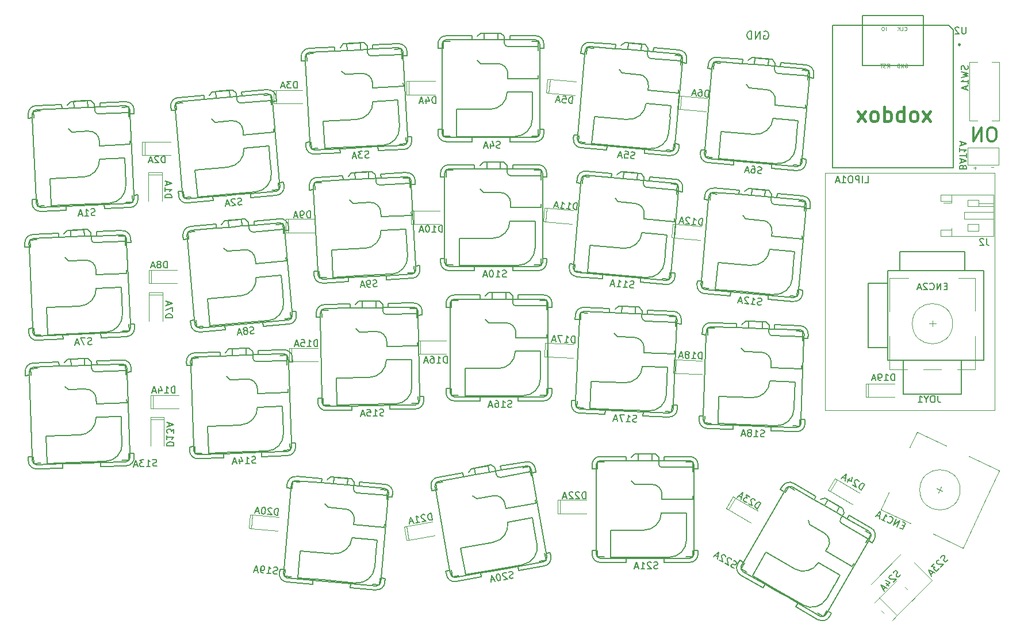
<source format=gbr>
%TF.GenerationSoftware,KiCad,Pcbnew,(6.0.0-0)*%
%TF.CreationDate,2023-08-01T21:22:35-07:00*%
%TF.ProjectId,xobdox_seeed,786f6264-6f78-45f7-9365-6565642e6b69,rev?*%
%TF.SameCoordinates,Original*%
%TF.FileFunction,Legend,Bot*%
%TF.FilePolarity,Positive*%
%FSLAX46Y46*%
G04 Gerber Fmt 4.6, Leading zero omitted, Abs format (unit mm)*
G04 Created by KiCad (PCBNEW (6.0.0-0)) date 2023-08-01 21:22:35*
%MOMM*%
%LPD*%
G01*
G04 APERTURE LIST*
%ADD10C,0.200000*%
%ADD11C,0.381000*%
%ADD12C,0.300000*%
%ADD13C,0.150000*%
%ADD14C,0.048768*%
%ADD15C,0.120000*%
%ADD16C,0.127000*%
%ADD17C,0.254000*%
G04 APERTURE END LIST*
D10*
X180543085Y-54670400D02*
X180657371Y-54613257D01*
X180828800Y-54613257D01*
X181000228Y-54670400D01*
X181114514Y-54784685D01*
X181171657Y-54898971D01*
X181228800Y-55127542D01*
X181228800Y-55298971D01*
X181171657Y-55527542D01*
X181114514Y-55641828D01*
X181000228Y-55756114D01*
X180828800Y-55813257D01*
X180714514Y-55813257D01*
X180543085Y-55756114D01*
X180485942Y-55698971D01*
X180485942Y-55298971D01*
X180714514Y-55298971D01*
X179971657Y-55813257D02*
X179971657Y-54613257D01*
X179285942Y-55813257D01*
X179285942Y-54613257D01*
X178714514Y-55813257D02*
X178714514Y-54613257D01*
X178428800Y-54613257D01*
X178257371Y-54670400D01*
X178143085Y-54784685D01*
X178085942Y-54898971D01*
X178028800Y-55127542D01*
X178028800Y-55298971D01*
X178085942Y-55527542D01*
X178143085Y-55641828D01*
X178257371Y-55756114D01*
X178428800Y-55813257D01*
X178714514Y-55813257D01*
D11*
X205006121Y-67892990D02*
X203875216Y-66453657D01*
X205006121Y-66453657D02*
X203875216Y-67892990D01*
X202744311Y-67892990D02*
X202949930Y-67790180D01*
X203052740Y-67687371D01*
X203155550Y-67481752D01*
X203155550Y-66864895D01*
X203052740Y-66659276D01*
X202949930Y-66556466D01*
X202744311Y-66453657D01*
X202435883Y-66453657D01*
X202230264Y-66556466D01*
X202127454Y-66659276D01*
X202024645Y-66864895D01*
X202024645Y-67481752D01*
X202127454Y-67687371D01*
X202230264Y-67790180D01*
X202435883Y-67892990D01*
X202744311Y-67892990D01*
X201099359Y-67892990D02*
X201099359Y-65733990D01*
X201099359Y-66556466D02*
X200893740Y-66453657D01*
X200482502Y-66453657D01*
X200276883Y-66556466D01*
X200174073Y-66659276D01*
X200071264Y-66864895D01*
X200071264Y-67481752D01*
X200174073Y-67687371D01*
X200276883Y-67790180D01*
X200482502Y-67892990D01*
X200893740Y-67892990D01*
X201099359Y-67790180D01*
X198220692Y-67892990D02*
X198220692Y-65733990D01*
X198220692Y-67790180D02*
X198426311Y-67892990D01*
X198837550Y-67892990D01*
X199043169Y-67790180D01*
X199145978Y-67687371D01*
X199248788Y-67481752D01*
X199248788Y-66864895D01*
X199145978Y-66659276D01*
X199043169Y-66556466D01*
X198837550Y-66453657D01*
X198426311Y-66453657D01*
X198220692Y-66556466D01*
X196884169Y-67892990D02*
X197089788Y-67790180D01*
X197192597Y-67687371D01*
X197295407Y-67481752D01*
X197295407Y-66864895D01*
X197192597Y-66659276D01*
X197089788Y-66556466D01*
X196884169Y-66453657D01*
X196575740Y-66453657D01*
X196370121Y-66556466D01*
X196267311Y-66659276D01*
X196164502Y-66864895D01*
X196164502Y-67481752D01*
X196267311Y-67687371D01*
X196370121Y-67790180D01*
X196575740Y-67892990D01*
X196884169Y-67892990D01*
X195444835Y-67892990D02*
X194313930Y-66453657D01*
X195444835Y-66453657D02*
X194313930Y-67892990D01*
D12*
X214238257Y-68821561D02*
X213857304Y-68821561D01*
X213666828Y-68916800D01*
X213476352Y-69107276D01*
X213381114Y-69488228D01*
X213381114Y-70154895D01*
X213476352Y-70535847D01*
X213666828Y-70726323D01*
X213857304Y-70821561D01*
X214238257Y-70821561D01*
X214428733Y-70726323D01*
X214619209Y-70535847D01*
X214714447Y-70154895D01*
X214714447Y-69488228D01*
X214619209Y-69107276D01*
X214428733Y-68916800D01*
X214238257Y-68821561D01*
X212523971Y-70821561D02*
X212523971Y-68821561D01*
X211381114Y-70821561D01*
X211381114Y-68821561D01*
D13*
%TO.C,D1*%
X92303419Y-79170066D02*
X93303419Y-79170066D01*
X93303419Y-78931971D01*
X93255800Y-78789114D01*
X93160561Y-78693876D01*
X93065323Y-78646257D01*
X92874847Y-78598638D01*
X92731990Y-78598638D01*
X92541514Y-78646257D01*
X92446276Y-78693876D01*
X92351038Y-78789114D01*
X92303419Y-78931971D01*
X92303419Y-79170066D01*
X92303419Y-77646257D02*
X92303419Y-78217685D01*
X92303419Y-77931971D02*
X93303419Y-77931971D01*
X93160561Y-78027209D01*
X93065323Y-78122447D01*
X93017704Y-78217685D01*
X92589133Y-77265304D02*
X92589133Y-76789114D01*
X92303419Y-77360542D02*
X93303419Y-77027209D01*
X92303419Y-76693876D01*
%TO.C,D18*%
X171374268Y-102896840D02*
X171409167Y-101897449D01*
X171171217Y-101889140D01*
X171026785Y-101931744D01*
X170928281Y-102023600D01*
X170877368Y-102117118D01*
X170823130Y-102305817D01*
X170818144Y-102448587D01*
X170859087Y-102640609D01*
X170903353Y-102737451D01*
X170995210Y-102835955D01*
X171136318Y-102888530D01*
X171374268Y-102896840D01*
X169851387Y-102843660D02*
X170422467Y-102863602D01*
X170136927Y-102853631D02*
X170171826Y-101854240D01*
X170262021Y-102000334D01*
X170353877Y-102098838D01*
X170447395Y-102149752D01*
X169300249Y-102252637D02*
X169397091Y-102208370D01*
X169446343Y-102162442D01*
X169497257Y-102068924D01*
X169498918Y-102021334D01*
X169454652Y-101924492D01*
X169408724Y-101875240D01*
X169315206Y-101824326D01*
X169124846Y-101817679D01*
X169028004Y-101861945D01*
X168978752Y-101907873D01*
X168927838Y-102001391D01*
X168926176Y-102048981D01*
X168970442Y-102145823D01*
X169016370Y-102195075D01*
X169109889Y-102245989D01*
X169300249Y-102252637D01*
X169393767Y-102303550D01*
X169439695Y-102352802D01*
X169483961Y-102449644D01*
X169477314Y-102640004D01*
X169426400Y-102733523D01*
X169377148Y-102779451D01*
X169280306Y-102823717D01*
X169089946Y-102817069D01*
X168996428Y-102766156D01*
X168950500Y-102716904D01*
X168906233Y-102620062D01*
X168912881Y-102429702D01*
X168963795Y-102336183D01*
X169013047Y-102290255D01*
X169109889Y-102245989D01*
X168528837Y-102511587D02*
X168052937Y-102494968D01*
X168614046Y-102800451D02*
X168315815Y-101789427D01*
X167947785Y-102777184D01*
%TO.C,D17*%
X152649960Y-100548810D02*
X152693580Y-99549762D01*
X152455711Y-99539377D01*
X152310913Y-99580719D01*
X152211611Y-99671712D01*
X152159883Y-99764782D01*
X152104001Y-99953000D01*
X152097770Y-100095721D01*
X152137035Y-100288093D01*
X152180455Y-100385318D01*
X152271448Y-100484620D01*
X152412092Y-100538425D01*
X152649960Y-100548810D01*
X151127601Y-100482343D02*
X151698486Y-100507268D01*
X151413044Y-100494805D02*
X151456663Y-99495757D01*
X151545579Y-99642633D01*
X151636572Y-99741934D01*
X151729643Y-99793662D01*
X150838205Y-99468755D02*
X150172172Y-99439675D01*
X150556717Y-100457417D01*
X149808000Y-100138741D02*
X149332262Y-100117970D01*
X149890684Y-100428338D02*
X149601288Y-99414750D01*
X149224652Y-100399258D01*
%TO.C,D10*%
X133164057Y-84221580D02*
X133164057Y-83221580D01*
X132925961Y-83221580D01*
X132783104Y-83269200D01*
X132687866Y-83364438D01*
X132640247Y-83459676D01*
X132592628Y-83650152D01*
X132592628Y-83793009D01*
X132640247Y-83983485D01*
X132687866Y-84078723D01*
X132783104Y-84173961D01*
X132925961Y-84221580D01*
X133164057Y-84221580D01*
X131640247Y-84221580D02*
X132211676Y-84221580D01*
X131925961Y-84221580D02*
X131925961Y-83221580D01*
X132021199Y-83364438D01*
X132116438Y-83459676D01*
X132211676Y-83507295D01*
X131021199Y-83221580D02*
X130925961Y-83221580D01*
X130830723Y-83269200D01*
X130783104Y-83316819D01*
X130735485Y-83412057D01*
X130687866Y-83602533D01*
X130687866Y-83840628D01*
X130735485Y-84031104D01*
X130783104Y-84126342D01*
X130830723Y-84173961D01*
X130925961Y-84221580D01*
X131021199Y-84221580D01*
X131116438Y-84173961D01*
X131164057Y-84126342D01*
X131211676Y-84031104D01*
X131259295Y-83840628D01*
X131259295Y-83602533D01*
X131211676Y-83412057D01*
X131164057Y-83316819D01*
X131116438Y-83269200D01*
X131021199Y-83221580D01*
X130306914Y-83935866D02*
X129830723Y-83935866D01*
X130402152Y-84221580D02*
X130068819Y-83221580D01*
X129735485Y-84221580D01*
%TO.C,D14*%
X93794057Y-107945180D02*
X93794057Y-106945180D01*
X93555961Y-106945180D01*
X93413104Y-106992800D01*
X93317866Y-107088038D01*
X93270247Y-107183276D01*
X93222628Y-107373752D01*
X93222628Y-107516609D01*
X93270247Y-107707085D01*
X93317866Y-107802323D01*
X93413104Y-107897561D01*
X93555961Y-107945180D01*
X93794057Y-107945180D01*
X92270247Y-107945180D02*
X92841676Y-107945180D01*
X92555961Y-107945180D02*
X92555961Y-106945180D01*
X92651199Y-107088038D01*
X92746438Y-107183276D01*
X92841676Y-107230895D01*
X91413104Y-107278514D02*
X91413104Y-107945180D01*
X91651199Y-106897561D02*
X91889295Y-107611847D01*
X91270247Y-107611847D01*
X90936914Y-107659466D02*
X90460723Y-107659466D01*
X91032152Y-107945180D02*
X90698819Y-106945180D01*
X90365485Y-107945180D01*
%TO.C,D8*%
X92657466Y-89504780D02*
X92657466Y-88504780D01*
X92419371Y-88504780D01*
X92276514Y-88552400D01*
X92181276Y-88647638D01*
X92133657Y-88742876D01*
X92086038Y-88933352D01*
X92086038Y-89076209D01*
X92133657Y-89266685D01*
X92181276Y-89361923D01*
X92276514Y-89457161D01*
X92419371Y-89504780D01*
X92657466Y-89504780D01*
X91514609Y-88933352D02*
X91609847Y-88885733D01*
X91657466Y-88838114D01*
X91705085Y-88742876D01*
X91705085Y-88695257D01*
X91657466Y-88600019D01*
X91609847Y-88552400D01*
X91514609Y-88504780D01*
X91324133Y-88504780D01*
X91228895Y-88552400D01*
X91181276Y-88600019D01*
X91133657Y-88695257D01*
X91133657Y-88742876D01*
X91181276Y-88838114D01*
X91228895Y-88885733D01*
X91324133Y-88933352D01*
X91514609Y-88933352D01*
X91609847Y-88980971D01*
X91657466Y-89028590D01*
X91705085Y-89123828D01*
X91705085Y-89314304D01*
X91657466Y-89409542D01*
X91609847Y-89457161D01*
X91514609Y-89504780D01*
X91324133Y-89504780D01*
X91228895Y-89457161D01*
X91181276Y-89409542D01*
X91133657Y-89314304D01*
X91133657Y-89123828D01*
X91181276Y-89028590D01*
X91228895Y-88980971D01*
X91324133Y-88933352D01*
X90752704Y-89219066D02*
X90276514Y-89219066D01*
X90847942Y-89504780D02*
X90514609Y-88504780D01*
X90181276Y-89504780D01*
%TO.C,D22*%
X154271457Y-123515380D02*
X154271457Y-122515380D01*
X154033361Y-122515380D01*
X153890504Y-122563000D01*
X153795266Y-122658238D01*
X153747647Y-122753476D01*
X153700028Y-122943952D01*
X153700028Y-123086809D01*
X153747647Y-123277285D01*
X153795266Y-123372523D01*
X153890504Y-123467761D01*
X154033361Y-123515380D01*
X154271457Y-123515380D01*
X153319076Y-122610619D02*
X153271457Y-122563000D01*
X153176219Y-122515380D01*
X152938123Y-122515380D01*
X152842885Y-122563000D01*
X152795266Y-122610619D01*
X152747647Y-122705857D01*
X152747647Y-122801095D01*
X152795266Y-122943952D01*
X153366695Y-123515380D01*
X152747647Y-123515380D01*
X152366695Y-122610619D02*
X152319076Y-122563000D01*
X152223838Y-122515380D01*
X151985742Y-122515380D01*
X151890504Y-122563000D01*
X151842885Y-122610619D01*
X151795266Y-122705857D01*
X151795266Y-122801095D01*
X151842885Y-122943952D01*
X152414314Y-123515380D01*
X151795266Y-123515380D01*
X151414314Y-123229666D02*
X150938123Y-123229666D01*
X151509552Y-123515380D02*
X151176219Y-122515380D01*
X150842885Y-123515380D01*
%TO.C,D2*%
X92327266Y-74010780D02*
X92327266Y-73010780D01*
X92089171Y-73010780D01*
X91946314Y-73058400D01*
X91851076Y-73153638D01*
X91803457Y-73248876D01*
X91755838Y-73439352D01*
X91755838Y-73582209D01*
X91803457Y-73772685D01*
X91851076Y-73867923D01*
X91946314Y-73963161D01*
X92089171Y-74010780D01*
X92327266Y-74010780D01*
X91374885Y-73106019D02*
X91327266Y-73058400D01*
X91232028Y-73010780D01*
X90993933Y-73010780D01*
X90898695Y-73058400D01*
X90851076Y-73106019D01*
X90803457Y-73201257D01*
X90803457Y-73296495D01*
X90851076Y-73439352D01*
X91422504Y-74010780D01*
X90803457Y-74010780D01*
X90422504Y-73725066D02*
X89946314Y-73725066D01*
X90517742Y-74010780D02*
X90184409Y-73010780D01*
X89851076Y-74010780D01*
%TO.C,D5*%
X152278199Y-65271541D02*
X152365355Y-64275346D01*
X152128166Y-64254595D01*
X151981702Y-64289582D01*
X151878526Y-64376157D01*
X151822787Y-64466882D01*
X151758748Y-64652483D01*
X151746297Y-64794797D01*
X151777134Y-64988698D01*
X151816271Y-65087724D01*
X151902847Y-65190901D01*
X152041010Y-65250789D01*
X152278199Y-65271541D01*
X150894782Y-64146688D02*
X151369160Y-64188190D01*
X151375095Y-64666719D01*
X151331808Y-64615131D01*
X151241082Y-64559392D01*
X151003893Y-64538641D01*
X150904867Y-64577778D01*
X150853279Y-64621066D01*
X150797541Y-64711791D01*
X150776789Y-64948981D01*
X150815926Y-65048007D01*
X150859214Y-65099595D01*
X150949939Y-65155333D01*
X151187129Y-65176084D01*
X151286155Y-65136947D01*
X151337743Y-65093660D01*
X150405587Y-64820903D02*
X149931209Y-64779400D01*
X150475561Y-65113830D02*
X150230652Y-64088584D01*
X149811431Y-65055726D01*
%TO.C,D13*%
X92608219Y-115714257D02*
X93608219Y-115714257D01*
X93608219Y-115476161D01*
X93560600Y-115333304D01*
X93465361Y-115238066D01*
X93370123Y-115190447D01*
X93179647Y-115142828D01*
X93036790Y-115142828D01*
X92846314Y-115190447D01*
X92751076Y-115238066D01*
X92655838Y-115333304D01*
X92608219Y-115476161D01*
X92608219Y-115714257D01*
X92608219Y-114190447D02*
X92608219Y-114761876D01*
X92608219Y-114476161D02*
X93608219Y-114476161D01*
X93465361Y-114571399D01*
X93370123Y-114666638D01*
X93322504Y-114761876D01*
X93608219Y-113857114D02*
X93608219Y-113238066D01*
X93227266Y-113571399D01*
X93227266Y-113428542D01*
X93179647Y-113333304D01*
X93132028Y-113285685D01*
X93036790Y-113238066D01*
X92798695Y-113238066D01*
X92703457Y-113285685D01*
X92655838Y-113333304D01*
X92608219Y-113428542D01*
X92608219Y-113714257D01*
X92655838Y-113809495D01*
X92703457Y-113857114D01*
X92893933Y-112857114D02*
X92893933Y-112380923D01*
X92608219Y-112952352D02*
X93608219Y-112619019D01*
X92608219Y-112285685D01*
%TO.C,D4*%
X132179866Y-65247780D02*
X132179866Y-64247780D01*
X131941771Y-64247780D01*
X131798914Y-64295400D01*
X131703676Y-64390638D01*
X131656057Y-64485876D01*
X131608438Y-64676352D01*
X131608438Y-64819209D01*
X131656057Y-65009685D01*
X131703676Y-65104923D01*
X131798914Y-65200161D01*
X131941771Y-65247780D01*
X132179866Y-65247780D01*
X130751295Y-64581114D02*
X130751295Y-65247780D01*
X130989390Y-64200161D02*
X131227485Y-64914447D01*
X130608438Y-64914447D01*
X130275104Y-64962066D02*
X129798914Y-64962066D01*
X130370342Y-65247780D02*
X130037009Y-64247780D01*
X129703676Y-65247780D01*
%TO.C,D21*%
X131668253Y-126626829D02*
X131494605Y-125642021D01*
X131260127Y-125683366D01*
X131127709Y-125755068D01*
X131050456Y-125865397D01*
X131020098Y-125967457D01*
X131006278Y-126163309D01*
X131031085Y-126303996D01*
X131111057Y-126483309D01*
X131174490Y-126568831D01*
X131284819Y-126646085D01*
X131433775Y-126668173D01*
X131668253Y-126626829D01*
X130573231Y-125901191D02*
X130518066Y-125862565D01*
X130416006Y-125832207D01*
X130181528Y-125873552D01*
X130096006Y-125936985D01*
X130057379Y-125992150D01*
X130027021Y-126094210D01*
X130043559Y-126188001D01*
X130115262Y-126320419D01*
X130777237Y-126783939D01*
X130167594Y-126891435D01*
X129229682Y-127056815D02*
X129792429Y-126957587D01*
X129511055Y-127007201D02*
X129337407Y-126022393D01*
X129456005Y-126146542D01*
X129566334Y-126223795D01*
X129668394Y-126254153D01*
X128804903Y-126841593D02*
X128335947Y-126924282D01*
X128948308Y-127106428D02*
X128446390Y-126179503D01*
X128291769Y-127222194D01*
%TO.C,D3*%
X111783666Y-63012580D02*
X111783666Y-62012580D01*
X111545571Y-62012580D01*
X111402714Y-62060200D01*
X111307476Y-62155438D01*
X111259857Y-62250676D01*
X111212238Y-62441152D01*
X111212238Y-62584009D01*
X111259857Y-62774485D01*
X111307476Y-62869723D01*
X111402714Y-62964961D01*
X111545571Y-63012580D01*
X111783666Y-63012580D01*
X110878904Y-62012580D02*
X110259857Y-62012580D01*
X110593190Y-62393533D01*
X110450333Y-62393533D01*
X110355095Y-62441152D01*
X110307476Y-62488771D01*
X110259857Y-62584009D01*
X110259857Y-62822104D01*
X110307476Y-62917342D01*
X110355095Y-62964961D01*
X110450333Y-63012580D01*
X110736047Y-63012580D01*
X110831285Y-62964961D01*
X110878904Y-62917342D01*
X109878904Y-62726866D02*
X109402714Y-62726866D01*
X109974142Y-63012580D02*
X109640809Y-62012580D01*
X109307476Y-63012580D01*
%TO.C,D16*%
X133849857Y-103500180D02*
X133849857Y-102500180D01*
X133611761Y-102500180D01*
X133468904Y-102547800D01*
X133373666Y-102643038D01*
X133326047Y-102738276D01*
X133278428Y-102928752D01*
X133278428Y-103071609D01*
X133326047Y-103262085D01*
X133373666Y-103357323D01*
X133468904Y-103452561D01*
X133611761Y-103500180D01*
X133849857Y-103500180D01*
X132326047Y-103500180D02*
X132897476Y-103500180D01*
X132611761Y-103500180D02*
X132611761Y-102500180D01*
X132706999Y-102643038D01*
X132802238Y-102738276D01*
X132897476Y-102785895D01*
X131468904Y-102500180D02*
X131659380Y-102500180D01*
X131754619Y-102547800D01*
X131802238Y-102595419D01*
X131897476Y-102738276D01*
X131945095Y-102928752D01*
X131945095Y-103309704D01*
X131897476Y-103404942D01*
X131849857Y-103452561D01*
X131754619Y-103500180D01*
X131564142Y-103500180D01*
X131468904Y-103452561D01*
X131421285Y-103404942D01*
X131373666Y-103309704D01*
X131373666Y-103071609D01*
X131421285Y-102976371D01*
X131468904Y-102928752D01*
X131564142Y-102881133D01*
X131754619Y-102881133D01*
X131849857Y-102928752D01*
X131897476Y-102976371D01*
X131945095Y-103071609D01*
X130992714Y-103214466D02*
X130516523Y-103214466D01*
X131087952Y-103500180D02*
X130754619Y-102500180D01*
X130421285Y-103500180D01*
%TO.C,D15*%
X114774457Y-101087180D02*
X114774457Y-100087180D01*
X114536361Y-100087180D01*
X114393504Y-100134800D01*
X114298266Y-100230038D01*
X114250647Y-100325276D01*
X114203028Y-100515752D01*
X114203028Y-100658609D01*
X114250647Y-100849085D01*
X114298266Y-100944323D01*
X114393504Y-101039561D01*
X114536361Y-101087180D01*
X114774457Y-101087180D01*
X113250647Y-101087180D02*
X113822076Y-101087180D01*
X113536361Y-101087180D02*
X113536361Y-100087180D01*
X113631599Y-100230038D01*
X113726838Y-100325276D01*
X113822076Y-100372895D01*
X112345885Y-100087180D02*
X112822076Y-100087180D01*
X112869695Y-100563371D01*
X112822076Y-100515752D01*
X112726838Y-100468133D01*
X112488742Y-100468133D01*
X112393504Y-100515752D01*
X112345885Y-100563371D01*
X112298266Y-100658609D01*
X112298266Y-100896704D01*
X112345885Y-100991942D01*
X112393504Y-101039561D01*
X112488742Y-101087180D01*
X112726838Y-101087180D01*
X112822076Y-101039561D01*
X112869695Y-100991942D01*
X111917314Y-100801466D02*
X111441123Y-100801466D01*
X112012552Y-101087180D02*
X111679219Y-100087180D01*
X111345885Y-101087180D01*
%TO.C,D11*%
X152955777Y-80908643D02*
X153042933Y-79912449D01*
X152805744Y-79891697D01*
X152659280Y-79926684D01*
X152556104Y-80013260D01*
X152500366Y-80103985D01*
X152436327Y-80289586D01*
X152423876Y-80431900D01*
X152454713Y-80625801D01*
X152493850Y-80724827D01*
X152580425Y-80828003D01*
X152718588Y-80887892D01*
X152955777Y-80908643D01*
X151437767Y-80775835D02*
X152007021Y-80825638D01*
X151722394Y-80800736D02*
X151809549Y-79804542D01*
X151891974Y-79955156D01*
X151978549Y-80058332D01*
X152069275Y-80114070D01*
X150489010Y-80692829D02*
X151058264Y-80742633D01*
X150773637Y-80717731D02*
X150860792Y-79721536D01*
X150943217Y-79872150D01*
X151029792Y-79975326D01*
X151120518Y-80031065D01*
X150134409Y-80375000D02*
X149660030Y-80333497D01*
X150204383Y-80667928D02*
X149959473Y-79642681D01*
X149540253Y-80609824D01*
%TO.C,D19*%
X199762857Y-106095980D02*
X199762857Y-105095980D01*
X199524761Y-105095980D01*
X199381904Y-105143600D01*
X199286666Y-105238838D01*
X199239047Y-105334076D01*
X199191428Y-105524552D01*
X199191428Y-105667409D01*
X199239047Y-105857885D01*
X199286666Y-105953123D01*
X199381904Y-106048361D01*
X199524761Y-106095980D01*
X199762857Y-106095980D01*
X198239047Y-106095980D02*
X198810476Y-106095980D01*
X198524761Y-106095980D02*
X198524761Y-105095980D01*
X198620000Y-105238838D01*
X198715238Y-105334076D01*
X198810476Y-105381695D01*
X197762857Y-106095980D02*
X197572380Y-106095980D01*
X197477142Y-106048361D01*
X197429523Y-106000742D01*
X197334285Y-105857885D01*
X197286666Y-105667409D01*
X197286666Y-105286457D01*
X197334285Y-105191219D01*
X197381904Y-105143600D01*
X197477142Y-105095980D01*
X197667619Y-105095980D01*
X197762857Y-105143600D01*
X197810476Y-105191219D01*
X197858095Y-105286457D01*
X197858095Y-105524552D01*
X197810476Y-105619790D01*
X197762857Y-105667409D01*
X197667619Y-105715028D01*
X197477142Y-105715028D01*
X197381904Y-105667409D01*
X197334285Y-105619790D01*
X197286666Y-105524552D01*
X196905714Y-105810266D02*
X196429523Y-105810266D01*
X197000952Y-106095980D02*
X196667619Y-105095980D01*
X196334285Y-106095980D01*
%TO.C,D6*%
X172318799Y-64306341D02*
X172405955Y-63310146D01*
X172168766Y-63289395D01*
X172022302Y-63324382D01*
X171919126Y-63410957D01*
X171863387Y-63501682D01*
X171799348Y-63687283D01*
X171786897Y-63829597D01*
X171817734Y-64023498D01*
X171856871Y-64122524D01*
X171943447Y-64225701D01*
X172081610Y-64285589D01*
X172318799Y-64306341D01*
X170982820Y-63185638D02*
X171172571Y-63202239D01*
X171263296Y-63257977D01*
X171306584Y-63309565D01*
X171389009Y-63460179D01*
X171419845Y-63654081D01*
X171386643Y-64033584D01*
X171330905Y-64124309D01*
X171279317Y-64167597D01*
X171180291Y-64206734D01*
X170990539Y-64190133D01*
X170899814Y-64134395D01*
X170856526Y-64082807D01*
X170817389Y-63983781D01*
X170838141Y-63746591D01*
X170893879Y-63655866D01*
X170945467Y-63612578D01*
X171044493Y-63573441D01*
X171234244Y-63590042D01*
X171324970Y-63645781D01*
X171368257Y-63697369D01*
X171407395Y-63796395D01*
X170446187Y-63855703D02*
X169971809Y-63814200D01*
X170516161Y-64148630D02*
X170271252Y-63123384D01*
X169852031Y-64090526D01*
%TO.C,D24*%
X194856365Y-122249753D02*
X195356365Y-121383728D01*
X195150169Y-121264680D01*
X195002641Y-121234491D01*
X194872543Y-121269351D01*
X194783685Y-121328020D01*
X194647208Y-121469168D01*
X194575779Y-121592885D01*
X194521780Y-121781652D01*
X194515401Y-121887940D01*
X194550260Y-122018038D01*
X194650169Y-122130706D01*
X194856365Y-122249753D01*
X194483960Y-120990016D02*
X194466530Y-120924967D01*
X194407861Y-120836109D01*
X194201665Y-120717061D01*
X194095376Y-120710682D01*
X194030328Y-120728111D01*
X193941469Y-120786781D01*
X193893850Y-120869259D01*
X193863661Y-121016787D01*
X194072818Y-121797373D01*
X193536707Y-121487849D01*
X193127733Y-120481927D02*
X192794400Y-121059277D01*
X193524406Y-120271060D02*
X193373460Y-121008697D01*
X192837349Y-120699174D01*
X192524864Y-120573746D02*
X192112471Y-120335651D01*
X192464485Y-120868801D02*
X192675810Y-119836109D01*
X191887135Y-120535468D01*
%TO.C,D7*%
X92430419Y-96848466D02*
X93430419Y-96848466D01*
X93430419Y-96610371D01*
X93382800Y-96467514D01*
X93287561Y-96372276D01*
X93192323Y-96324657D01*
X93001847Y-96277038D01*
X92858990Y-96277038D01*
X92668514Y-96324657D01*
X92573276Y-96372276D01*
X92478038Y-96467514D01*
X92430419Y-96610371D01*
X92430419Y-96848466D01*
X93430419Y-95943704D02*
X93430419Y-95277038D01*
X92430419Y-95705609D01*
X92716133Y-94943704D02*
X92716133Y-94467514D01*
X92430419Y-95038942D02*
X93430419Y-94705609D01*
X92430419Y-94372276D01*
%TO.C,D20*%
X108937577Y-125942845D02*
X109024733Y-124946651D01*
X108787544Y-124925899D01*
X108641080Y-124960886D01*
X108537904Y-125047462D01*
X108482166Y-125138187D01*
X108418127Y-125323788D01*
X108405676Y-125466102D01*
X108436513Y-125660003D01*
X108475650Y-125759029D01*
X108562225Y-125862205D01*
X108700388Y-125922094D01*
X108937577Y-125942845D01*
X108067676Y-124958521D02*
X108024388Y-124906933D01*
X107933663Y-124851194D01*
X107696474Y-124830443D01*
X107597448Y-124869580D01*
X107545860Y-124912868D01*
X107490121Y-125003593D01*
X107481821Y-125098469D01*
X107516808Y-125244933D01*
X108036258Y-125863990D01*
X107419567Y-125810037D01*
X106890030Y-124759888D02*
X106795155Y-124751588D01*
X106696129Y-124790725D01*
X106644541Y-124834013D01*
X106588802Y-124924738D01*
X106524763Y-125110339D01*
X106504012Y-125347528D01*
X106534849Y-125541430D01*
X106573986Y-125640456D01*
X106617273Y-125692044D01*
X106707999Y-125747783D01*
X106802875Y-125756083D01*
X106901901Y-125716946D01*
X106953489Y-125673658D01*
X107009227Y-125582933D01*
X107073266Y-125397332D01*
X107094017Y-125160143D01*
X107063181Y-124966241D01*
X107024043Y-124867215D01*
X106980756Y-124815627D01*
X106890030Y-124759888D01*
X106116209Y-125409202D02*
X105641830Y-125367699D01*
X106186183Y-125702130D02*
X105941273Y-124676883D01*
X105522053Y-125644026D01*
%TO.C,D23*%
X179555365Y-125012801D02*
X180055365Y-124146776D01*
X179849169Y-124027728D01*
X179701641Y-123997539D01*
X179571543Y-124032399D01*
X179482685Y-124091068D01*
X179346208Y-124232216D01*
X179274779Y-124355933D01*
X179220780Y-124544700D01*
X179214401Y-124650988D01*
X179249260Y-124781086D01*
X179349169Y-124893754D01*
X179555365Y-125012801D01*
X179182960Y-123753064D02*
X179165530Y-123688015D01*
X179106861Y-123599157D01*
X178900665Y-123480109D01*
X178794376Y-123473730D01*
X178729328Y-123491159D01*
X178640469Y-123549829D01*
X178592850Y-123632307D01*
X178562661Y-123779835D01*
X178771818Y-124560421D01*
X178235707Y-124250897D01*
X178447032Y-123218205D02*
X177910921Y-122908681D01*
X178009120Y-123405262D01*
X177885402Y-123333833D01*
X177779114Y-123327454D01*
X177714065Y-123344883D01*
X177625207Y-123403552D01*
X177506159Y-123609749D01*
X177499780Y-123716037D01*
X177517209Y-123781086D01*
X177575878Y-123869944D01*
X177823314Y-124012801D01*
X177929602Y-124019181D01*
X177994651Y-124001751D01*
X177223864Y-123336794D02*
X176811471Y-123098699D01*
X177163485Y-123631849D02*
X177374810Y-122599157D01*
X176586135Y-123298516D01*
%TO.C,D9*%
X113714066Y-82113380D02*
X113714066Y-81113380D01*
X113475971Y-81113380D01*
X113333114Y-81161000D01*
X113237876Y-81256238D01*
X113190257Y-81351476D01*
X113142638Y-81541952D01*
X113142638Y-81684809D01*
X113190257Y-81875285D01*
X113237876Y-81970523D01*
X113333114Y-82065761D01*
X113475971Y-82113380D01*
X113714066Y-82113380D01*
X112666447Y-82113380D02*
X112475971Y-82113380D01*
X112380733Y-82065761D01*
X112333114Y-82018142D01*
X112237876Y-81875285D01*
X112190257Y-81684809D01*
X112190257Y-81303857D01*
X112237876Y-81208619D01*
X112285495Y-81161000D01*
X112380733Y-81113380D01*
X112571209Y-81113380D01*
X112666447Y-81161000D01*
X112714066Y-81208619D01*
X112761685Y-81303857D01*
X112761685Y-81541952D01*
X112714066Y-81637190D01*
X112666447Y-81684809D01*
X112571209Y-81732428D01*
X112380733Y-81732428D01*
X112285495Y-81684809D01*
X112237876Y-81637190D01*
X112190257Y-81541952D01*
X111809304Y-81827666D02*
X111333114Y-81827666D01*
X111904542Y-82113380D02*
X111571209Y-81113380D01*
X111237876Y-82113380D01*
%TO.C,D12*%
X171396177Y-83220043D02*
X171483333Y-82223849D01*
X171246144Y-82203097D01*
X171099680Y-82238084D01*
X170996504Y-82324660D01*
X170940766Y-82415385D01*
X170876727Y-82600986D01*
X170864276Y-82743300D01*
X170895113Y-82937201D01*
X170934250Y-83036227D01*
X171020825Y-83139403D01*
X171158988Y-83199292D01*
X171396177Y-83220043D01*
X169878167Y-83087235D02*
X170447421Y-83137038D01*
X170162794Y-83112136D02*
X170249949Y-82115942D01*
X170332374Y-82266556D01*
X170418949Y-82369732D01*
X170509675Y-82425470D01*
X169577519Y-82152713D02*
X169534231Y-82101125D01*
X169443506Y-82045387D01*
X169206317Y-82024636D01*
X169107291Y-82063773D01*
X169055703Y-82107060D01*
X168999964Y-82197786D01*
X168991664Y-82292662D01*
X169026651Y-82439125D01*
X169546102Y-83058183D01*
X168929410Y-83004229D01*
X168574809Y-82686400D02*
X168100430Y-82644897D01*
X168644783Y-82979328D02*
X168399873Y-81954081D01*
X167980653Y-82921224D01*
%TO.C,S9*%
X123545242Y-92209446D02*
X123405073Y-92264476D01*
X123167304Y-92276937D01*
X123069704Y-92234368D01*
X123019658Y-92189306D01*
X122967120Y-92096691D01*
X122962135Y-92001583D01*
X123004705Y-91903984D01*
X123049766Y-91853938D01*
X123142382Y-91801399D01*
X123330105Y-91743877D01*
X123422720Y-91691339D01*
X123467782Y-91641293D01*
X123510351Y-91543693D01*
X123505367Y-91448585D01*
X123452829Y-91355970D01*
X123402783Y-91310908D01*
X123305183Y-91268339D01*
X123067414Y-91280800D01*
X122927245Y-91335830D01*
X122501551Y-92311828D02*
X122311336Y-92321797D01*
X122213736Y-92279227D01*
X122163690Y-92234166D01*
X122061106Y-92096489D01*
X122003583Y-91908766D01*
X121983646Y-91528335D01*
X122026215Y-91430736D01*
X122071277Y-91380690D01*
X122163892Y-91328152D01*
X122354107Y-91318183D01*
X122451707Y-91360752D01*
X122501753Y-91405814D01*
X122554291Y-91498429D01*
X122566752Y-91736198D01*
X122524183Y-91833798D01*
X122479121Y-91883844D01*
X122386506Y-91936382D01*
X122196290Y-91946351D01*
X122098691Y-91903781D01*
X122048645Y-91858720D01*
X121996107Y-91766104D01*
X121630629Y-92071365D02*
X121155091Y-92096286D01*
X121740690Y-92351703D02*
X121355478Y-91370519D01*
X121074937Y-92386594D01*
%TO.C,S8*%
X105444955Y-99139835D02*
X105306792Y-99199724D01*
X105069602Y-99220475D01*
X104970576Y-99181338D01*
X104918988Y-99138050D01*
X104863250Y-99047325D01*
X104854949Y-98952449D01*
X104894087Y-98853423D01*
X104937374Y-98801835D01*
X105028100Y-98746097D01*
X105213701Y-98682058D01*
X105304426Y-98626320D01*
X105347714Y-98574731D01*
X105386851Y-98475706D01*
X105378551Y-98380830D01*
X105322812Y-98290104D01*
X105271224Y-98246817D01*
X105172198Y-98207680D01*
X104935009Y-98228431D01*
X104796846Y-98288320D01*
X104260794Y-98717626D02*
X104351519Y-98661887D01*
X104394807Y-98610299D01*
X104433944Y-98511273D01*
X104429794Y-98463835D01*
X104374055Y-98373110D01*
X104322467Y-98329822D01*
X104223441Y-98290685D01*
X104033690Y-98307286D01*
X103942964Y-98363025D01*
X103899677Y-98414613D01*
X103860540Y-98513639D01*
X103864690Y-98561076D01*
X103920428Y-98651802D01*
X103972016Y-98695089D01*
X104071042Y-98734227D01*
X104260794Y-98717626D01*
X104359820Y-98756763D01*
X104411408Y-98800050D01*
X104467146Y-98890776D01*
X104483747Y-99080527D01*
X104444610Y-99179553D01*
X104401322Y-99231141D01*
X104310597Y-99286880D01*
X104120846Y-99303481D01*
X104021820Y-99264344D01*
X103970231Y-99221056D01*
X103914493Y-99130331D01*
X103897892Y-98940579D01*
X103937029Y-98841553D01*
X103980317Y-98789965D01*
X104071042Y-98734227D01*
X103526690Y-99068657D02*
X103052311Y-99110160D01*
X103646467Y-99344984D02*
X103227246Y-98377841D01*
X102982337Y-99403087D01*
%TO.C,S22*%
X176094594Y-133721067D02*
X175947067Y-133690878D01*
X175740870Y-133571830D01*
X175682201Y-133482972D01*
X175664771Y-133417923D01*
X175671151Y-133311635D01*
X175718770Y-133229156D01*
X175807629Y-133170487D01*
X175872677Y-133153057D01*
X175978965Y-133159437D01*
X176167732Y-133213436D01*
X176274020Y-133219816D01*
X176339069Y-133202386D01*
X176427928Y-133143717D01*
X176475547Y-133061238D01*
X176481926Y-132954950D01*
X176464497Y-132889901D01*
X176405827Y-132801043D01*
X176199631Y-132681995D01*
X176052104Y-132651806D01*
X175698380Y-132502569D02*
X175680950Y-132437520D01*
X175622281Y-132348662D01*
X175416084Y-132229614D01*
X175309796Y-132223234D01*
X175244747Y-132240664D01*
X175155889Y-132299333D01*
X175108270Y-132381812D01*
X175078081Y-132529339D01*
X175287238Y-133309925D01*
X174751127Y-133000401D01*
X174873593Y-132026378D02*
X174856164Y-131961330D01*
X174797495Y-131872471D01*
X174591298Y-131753424D01*
X174485010Y-131747044D01*
X174419961Y-131764474D01*
X174331103Y-131823143D01*
X174283484Y-131905621D01*
X174253294Y-132053149D01*
X174462452Y-132833735D01*
X173926341Y-132524211D01*
X173739284Y-132086299D02*
X173326890Y-131848204D01*
X173678905Y-132381354D02*
X173890230Y-131348662D01*
X173101555Y-132048021D01*
%TO.C,S19*%
X108813047Y-134584281D02*
X108666583Y-134619268D01*
X108429394Y-134598516D01*
X108338668Y-134542778D01*
X108295381Y-134491190D01*
X108256243Y-134392164D01*
X108264544Y-134297288D01*
X108320282Y-134206563D01*
X108371870Y-134163275D01*
X108470896Y-134124138D01*
X108664798Y-134093301D01*
X108763824Y-134054164D01*
X108815412Y-134010876D01*
X108871151Y-133920151D01*
X108879451Y-133825275D01*
X108840314Y-133726249D01*
X108797026Y-133674661D01*
X108706301Y-133618923D01*
X108469112Y-133598171D01*
X108322648Y-133633158D01*
X107290885Y-134498910D02*
X107860140Y-134548713D01*
X107575512Y-134523811D02*
X107662668Y-133527617D01*
X107745093Y-133678231D01*
X107831668Y-133781407D01*
X107922394Y-133837145D01*
X106816507Y-134457407D02*
X106626756Y-134440806D01*
X106536030Y-134385068D01*
X106492743Y-134333479D01*
X106410318Y-134182865D01*
X106379481Y-133988964D01*
X106412683Y-133609461D01*
X106468422Y-133518736D01*
X106520010Y-133475448D01*
X106619036Y-133436311D01*
X106808787Y-133452912D01*
X106899512Y-133508650D01*
X106942800Y-133560238D01*
X106981937Y-133659264D01*
X106961186Y-133896454D01*
X106905448Y-133987179D01*
X106853859Y-134030467D01*
X106754834Y-134069604D01*
X106565082Y-134053003D01*
X106474357Y-133997264D01*
X106431069Y-133945676D01*
X106391932Y-133846650D01*
X105987527Y-134098075D02*
X105513149Y-134056572D01*
X106057502Y-134391003D02*
X105812592Y-133365756D01*
X105393372Y-134332899D01*
D14*
%TO.C,U1*%
X201174393Y-54476267D02*
X201201100Y-54502973D01*
X201281219Y-54529679D01*
X201334631Y-54529679D01*
X201414750Y-54502973D01*
X201468163Y-54449560D01*
X201494869Y-54396148D01*
X201521575Y-54289323D01*
X201521575Y-54209204D01*
X201494869Y-54102379D01*
X201468163Y-54048966D01*
X201414750Y-53995554D01*
X201334631Y-53968847D01*
X201281219Y-53968847D01*
X201201100Y-53995554D01*
X201174393Y-54022260D01*
X200666974Y-54529679D02*
X200934037Y-54529679D01*
X200934037Y-53968847D01*
X200480030Y-54529679D02*
X200480030Y-53968847D01*
X200159555Y-54529679D02*
X200399911Y-54209204D01*
X200159555Y-53968847D02*
X200480030Y-54289323D01*
X198446869Y-54529679D02*
X198446869Y-53968847D01*
X198072981Y-53968847D02*
X197966156Y-53968847D01*
X197912743Y-53995554D01*
X197859331Y-54048966D01*
X197832624Y-54155791D01*
X197832624Y-54342735D01*
X197859331Y-54449560D01*
X197912743Y-54502973D01*
X197966156Y-54529679D01*
X198072981Y-54529679D01*
X198126393Y-54502973D01*
X198179806Y-54449560D01*
X198206512Y-54342735D01*
X198206512Y-54155791D01*
X198179806Y-54048966D01*
X198126393Y-53995554D01*
X198072981Y-53968847D01*
X201328100Y-59456554D02*
X201381512Y-59429847D01*
X201461631Y-59429847D01*
X201541750Y-59456554D01*
X201595163Y-59509966D01*
X201621869Y-59563379D01*
X201648575Y-59670204D01*
X201648575Y-59750323D01*
X201621869Y-59857148D01*
X201595163Y-59910560D01*
X201541750Y-59963973D01*
X201461631Y-59990679D01*
X201408219Y-59990679D01*
X201328100Y-59963973D01*
X201301393Y-59937267D01*
X201301393Y-59750323D01*
X201408219Y-59750323D01*
X201061037Y-59990679D02*
X201061037Y-59429847D01*
X200740561Y-59990679D01*
X200740561Y-59429847D01*
X200473499Y-59990679D02*
X200473499Y-59429847D01*
X200339967Y-59429847D01*
X200259848Y-59456554D01*
X200206436Y-59509966D01*
X200179729Y-59563379D01*
X200153023Y-59670204D01*
X200153023Y-59750323D01*
X200179729Y-59857148D01*
X200206436Y-59910560D01*
X200259848Y-59963973D01*
X200339967Y-59990679D01*
X200473499Y-59990679D01*
X198634393Y-59990679D02*
X198821337Y-59723616D01*
X198954869Y-59990679D02*
X198954869Y-59429847D01*
X198741219Y-59429847D01*
X198687806Y-59456554D01*
X198661100Y-59483260D01*
X198634393Y-59536672D01*
X198634393Y-59616791D01*
X198661100Y-59670204D01*
X198687806Y-59696910D01*
X198741219Y-59723616D01*
X198954869Y-59723616D01*
X198420743Y-59963973D02*
X198340624Y-59990679D01*
X198207093Y-59990679D01*
X198153680Y-59963973D01*
X198126974Y-59937267D01*
X198100268Y-59883854D01*
X198100268Y-59830442D01*
X198126974Y-59777029D01*
X198153680Y-59750323D01*
X198207093Y-59723616D01*
X198313918Y-59696910D01*
X198367331Y-59670204D01*
X198394037Y-59643498D01*
X198420743Y-59590085D01*
X198420743Y-59536672D01*
X198394037Y-59483260D01*
X198367331Y-59456554D01*
X198313918Y-59429847D01*
X198180387Y-59429847D01*
X198100268Y-59456554D01*
X197940030Y-59429847D02*
X197619555Y-59429847D01*
X197779792Y-59990679D02*
X197779792Y-59429847D01*
D13*
%TO.C,S1*%
X82019946Y-81725213D02*
X81879302Y-81779018D01*
X81641433Y-81789404D01*
X81544209Y-81745984D01*
X81494558Y-81700488D01*
X81442830Y-81607418D01*
X81438676Y-81512270D01*
X81482095Y-81415045D01*
X81527592Y-81365395D01*
X81620662Y-81313667D01*
X81808880Y-81257785D01*
X81901950Y-81206057D01*
X81947447Y-81156406D01*
X81990866Y-81059181D01*
X81986712Y-80964034D01*
X81934984Y-80870963D01*
X81885333Y-80825467D01*
X81788109Y-80782047D01*
X81550240Y-80792433D01*
X81409596Y-80846238D01*
X80499664Y-81839255D02*
X81070549Y-81814329D01*
X80785106Y-81826792D02*
X80741487Y-80827744D01*
X80842866Y-80966311D01*
X80942167Y-81057304D01*
X81039392Y-81100723D01*
X80106612Y-81570429D02*
X79630874Y-81591200D01*
X80214222Y-81851717D02*
X79837586Y-80867209D01*
X79548190Y-81880797D01*
%TO.C,LIPO1*%
X195357142Y-76952380D02*
X195833333Y-76952380D01*
X195833333Y-75952380D01*
X195023809Y-76952380D02*
X195023809Y-75952380D01*
X194547619Y-76952380D02*
X194547619Y-75952380D01*
X194166666Y-75952380D01*
X194071428Y-76000000D01*
X194023809Y-76047619D01*
X193976190Y-76142857D01*
X193976190Y-76285714D01*
X194023809Y-76380952D01*
X194071428Y-76428571D01*
X194166666Y-76476190D01*
X194547619Y-76476190D01*
X193357142Y-75952380D02*
X193166666Y-75952380D01*
X193071428Y-76000000D01*
X192976190Y-76095238D01*
X192928571Y-76285714D01*
X192928571Y-76619047D01*
X192976190Y-76809523D01*
X193071428Y-76904761D01*
X193166666Y-76952380D01*
X193357142Y-76952380D01*
X193452380Y-76904761D01*
X193547619Y-76809523D01*
X193595238Y-76619047D01*
X193595238Y-76285714D01*
X193547619Y-76095238D01*
X193452380Y-76000000D01*
X193357142Y-75952380D01*
X191976190Y-76952380D02*
X192547619Y-76952380D01*
X192261904Y-76952380D02*
X192261904Y-75952380D01*
X192357142Y-76095238D01*
X192452380Y-76190476D01*
X192547619Y-76238095D01*
X191595238Y-76666666D02*
X191119047Y-76666666D01*
X191690476Y-76952380D02*
X191357142Y-75952380D01*
X191023809Y-76952380D01*
%TO.C,S23*%
X207585721Y-132457698D02*
X207518377Y-132592385D01*
X207350018Y-132760744D01*
X207249003Y-132794416D01*
X207181660Y-132794416D01*
X207080644Y-132760744D01*
X207013301Y-132693400D01*
X206979629Y-132592385D01*
X206979629Y-132525042D01*
X207013301Y-132424026D01*
X207114316Y-132255668D01*
X207147988Y-132154652D01*
X207147988Y-132087309D01*
X207114316Y-131986294D01*
X207046973Y-131918950D01*
X206945957Y-131885278D01*
X206878614Y-131885278D01*
X206777599Y-131918950D01*
X206609240Y-132087309D01*
X206541896Y-132221996D01*
X206306194Y-132525042D02*
X206238851Y-132525042D01*
X206137835Y-132558713D01*
X205969477Y-132727072D01*
X205935805Y-132828087D01*
X205935805Y-132895431D01*
X205969477Y-132996446D01*
X206036820Y-133063790D01*
X206171507Y-133131133D01*
X206979629Y-133131133D01*
X206541896Y-133568866D01*
X205599087Y-133097461D02*
X205161355Y-133535194D01*
X205666431Y-133568866D01*
X205565416Y-133669881D01*
X205531744Y-133770896D01*
X205531744Y-133838240D01*
X205565416Y-133939255D01*
X205733774Y-134107614D01*
X205834790Y-134141286D01*
X205902133Y-134141286D01*
X206003148Y-134107614D01*
X206205179Y-133905583D01*
X206238851Y-133804568D01*
X206238851Y-133737225D01*
X205397057Y-134309644D02*
X205060339Y-134646362D01*
X205666431Y-134444331D02*
X204723622Y-133972927D01*
X205195026Y-134915736D01*
%TO.C,S11*%
X161301993Y-92423714D02*
X161155529Y-92458701D01*
X160918340Y-92437949D01*
X160827614Y-92382211D01*
X160784327Y-92330623D01*
X160745189Y-92231597D01*
X160753490Y-92136721D01*
X160809228Y-92045996D01*
X160860816Y-92002708D01*
X160959842Y-91963571D01*
X161153744Y-91932734D01*
X161252770Y-91893597D01*
X161304358Y-91850309D01*
X161360097Y-91759584D01*
X161368397Y-91664708D01*
X161329260Y-91565682D01*
X161285972Y-91514094D01*
X161195247Y-91458356D01*
X160958058Y-91437604D01*
X160811594Y-91472591D01*
X159779831Y-92338343D02*
X160349086Y-92388146D01*
X160064458Y-92363244D02*
X160151614Y-91367050D01*
X160234039Y-91517664D01*
X160320614Y-91620840D01*
X160411340Y-91676578D01*
X158831075Y-92255337D02*
X159400329Y-92305141D01*
X159115702Y-92280239D02*
X159202857Y-91284044D01*
X159285282Y-91434658D01*
X159371857Y-91537835D01*
X159462583Y-91593573D01*
X158476473Y-91937508D02*
X158002095Y-91896005D01*
X158546448Y-92230436D02*
X158301538Y-91205189D01*
X157882318Y-92172332D01*
%TO.C,S3*%
X122345242Y-73209446D02*
X122205073Y-73264476D01*
X121967304Y-73276937D01*
X121869704Y-73234368D01*
X121819658Y-73189306D01*
X121767120Y-73096691D01*
X121762135Y-73001583D01*
X121804705Y-72903984D01*
X121849766Y-72853938D01*
X121942382Y-72801399D01*
X122130105Y-72743877D01*
X122222720Y-72691339D01*
X122267782Y-72641293D01*
X122310351Y-72543693D01*
X122305367Y-72448585D01*
X122252829Y-72355970D01*
X122202783Y-72310908D01*
X122105183Y-72268339D01*
X121867414Y-72280800D01*
X121727245Y-72335830D01*
X121391876Y-72305722D02*
X120773677Y-72338120D01*
X121126491Y-72701105D01*
X120983829Y-72708582D01*
X120891214Y-72761120D01*
X120846152Y-72811166D01*
X120803583Y-72908766D01*
X120816044Y-73146535D01*
X120868582Y-73239150D01*
X120918628Y-73284212D01*
X121016228Y-73326781D01*
X121301551Y-73311828D01*
X121394166Y-73259290D01*
X121439228Y-73209244D01*
X120430629Y-73071365D02*
X119955091Y-73096286D01*
X120540690Y-73351703D02*
X120155478Y-72370519D01*
X119874937Y-73386594D01*
%TO.C,S10*%
X142567766Y-90794147D02*
X142424909Y-90841766D01*
X142186814Y-90841766D01*
X142091576Y-90794147D01*
X142043957Y-90746528D01*
X141996338Y-90651290D01*
X141996338Y-90556052D01*
X142043957Y-90460814D01*
X142091576Y-90413195D01*
X142186814Y-90365576D01*
X142377290Y-90317957D01*
X142472528Y-90270338D01*
X142520147Y-90222719D01*
X142567766Y-90127481D01*
X142567766Y-90032243D01*
X142520147Y-89937005D01*
X142472528Y-89889386D01*
X142377290Y-89841766D01*
X142139195Y-89841766D01*
X141996338Y-89889386D01*
X141043957Y-90841766D02*
X141615385Y-90841766D01*
X141329671Y-90841766D02*
X141329671Y-89841766D01*
X141424909Y-89984624D01*
X141520147Y-90079862D01*
X141615385Y-90127481D01*
X140424909Y-89841766D02*
X140329671Y-89841766D01*
X140234433Y-89889386D01*
X140186814Y-89937005D01*
X140139195Y-90032243D01*
X140091576Y-90222719D01*
X140091576Y-90460814D01*
X140139195Y-90651290D01*
X140186814Y-90746528D01*
X140234433Y-90794147D01*
X140329671Y-90841766D01*
X140424909Y-90841766D01*
X140520147Y-90794147D01*
X140567766Y-90746528D01*
X140615385Y-90651290D01*
X140663004Y-90460814D01*
X140663004Y-90222719D01*
X140615385Y-90032243D01*
X140567766Y-89937005D01*
X140520147Y-89889386D01*
X140424909Y-89841766D01*
X139710623Y-90556052D02*
X139234433Y-90556052D01*
X139805861Y-90841766D02*
X139472528Y-89841766D01*
X139139195Y-90841766D01*
%TO.C,S18*%
X180562837Y-114353991D02*
X180418405Y-114396595D01*
X180180455Y-114388286D01*
X180086936Y-114337372D01*
X180041008Y-114288120D01*
X179996742Y-114191278D01*
X180000066Y-114096098D01*
X180050980Y-114002580D01*
X180100232Y-113956652D01*
X180197074Y-113912385D01*
X180389096Y-113871443D01*
X180485938Y-113827176D01*
X180535189Y-113781248D01*
X180586103Y-113687730D01*
X180589427Y-113592550D01*
X180545161Y-113495708D01*
X180499233Y-113446456D01*
X180405714Y-113395542D01*
X180167764Y-113387233D01*
X180023332Y-113429837D01*
X179038294Y-114348401D02*
X179609374Y-114368343D01*
X179323834Y-114358372D02*
X179358733Y-113358981D01*
X179448928Y-113505075D01*
X179540784Y-113603579D01*
X179634302Y-113654492D01*
X178487156Y-113757377D02*
X178583998Y-113713111D01*
X178633250Y-113667183D01*
X178684164Y-113573665D01*
X178685825Y-113526075D01*
X178641559Y-113429233D01*
X178595631Y-113379981D01*
X178502113Y-113329067D01*
X178311753Y-113322420D01*
X178214911Y-113366686D01*
X178165659Y-113412614D01*
X178114745Y-113506132D01*
X178113083Y-113553722D01*
X178157349Y-113650564D01*
X178203277Y-113699816D01*
X178296796Y-113750730D01*
X178487156Y-113757377D01*
X178580674Y-113808291D01*
X178626602Y-113857543D01*
X178670868Y-113954385D01*
X178664221Y-114144745D01*
X178613307Y-114238264D01*
X178564055Y-114284192D01*
X178467213Y-114328458D01*
X178276853Y-114321810D01*
X178183335Y-114270897D01*
X178137407Y-114221645D01*
X178093140Y-114124803D01*
X178099788Y-113934443D01*
X178150702Y-113840924D01*
X178199954Y-113794996D01*
X178296796Y-113750730D01*
X177715744Y-114016328D02*
X177239844Y-113999709D01*
X177800953Y-114305192D02*
X177502722Y-113294168D01*
X177134692Y-114281925D01*
%TO.C,S4*%
X141691576Y-71794147D02*
X141548719Y-71841766D01*
X141310623Y-71841766D01*
X141215385Y-71794147D01*
X141167766Y-71746528D01*
X141120147Y-71651290D01*
X141120147Y-71556052D01*
X141167766Y-71460814D01*
X141215385Y-71413195D01*
X141310623Y-71365576D01*
X141501100Y-71317957D01*
X141596338Y-71270338D01*
X141643957Y-71222719D01*
X141691576Y-71127481D01*
X141691576Y-71032243D01*
X141643957Y-70937005D01*
X141596338Y-70889386D01*
X141501100Y-70841766D01*
X141263004Y-70841766D01*
X141120147Y-70889386D01*
X140263004Y-71175100D02*
X140263004Y-71841766D01*
X140501100Y-70794147D02*
X140739195Y-71508433D01*
X140120147Y-71508433D01*
X139786814Y-71556052D02*
X139310623Y-71556052D01*
X139882052Y-71841766D02*
X139548719Y-70841766D01*
X139215385Y-71841766D01*
%TO.C,S17*%
X161736293Y-112167285D02*
X161591495Y-112208628D01*
X161353626Y-112198242D01*
X161260556Y-112146514D01*
X161215060Y-112096863D01*
X161171640Y-111999639D01*
X161175794Y-111904491D01*
X161227522Y-111811421D01*
X161277173Y-111765924D01*
X161374398Y-111722505D01*
X161566770Y-111683239D01*
X161663994Y-111639820D01*
X161713645Y-111594323D01*
X161765373Y-111501253D01*
X161769527Y-111406106D01*
X161726108Y-111308881D01*
X161680611Y-111259230D01*
X161587541Y-111207502D01*
X161349672Y-111197117D01*
X161204874Y-111238459D01*
X160211857Y-112148391D02*
X160782742Y-112173317D01*
X160497299Y-112160854D02*
X160540919Y-111161806D01*
X160629835Y-111308681D01*
X160720828Y-111407983D01*
X160813898Y-111459711D01*
X159922460Y-111134803D02*
X159256428Y-111105724D01*
X159640972Y-112123466D01*
X158892255Y-111804790D02*
X158416518Y-111784019D01*
X158974940Y-112094386D02*
X158685544Y-111080798D01*
X158308908Y-112065307D01*
%TO.C,S5*%
X161427614Y-73382211D02*
X161281150Y-73417198D01*
X161043961Y-73396447D01*
X160953236Y-73340708D01*
X160909948Y-73289120D01*
X160870811Y-73190094D01*
X160879111Y-73095219D01*
X160934850Y-73004493D01*
X160986438Y-72961206D01*
X161085464Y-72922068D01*
X161279366Y-72891231D01*
X161378392Y-72852094D01*
X161429980Y-72808807D01*
X161485718Y-72718081D01*
X161494019Y-72623206D01*
X161454881Y-72524180D01*
X161411594Y-72472591D01*
X161320868Y-72416853D01*
X161083679Y-72396102D01*
X160937215Y-72431089D01*
X160040047Y-72304796D02*
X160514425Y-72346298D01*
X160520360Y-72824827D01*
X160477073Y-72773239D01*
X160386347Y-72717501D01*
X160149158Y-72696749D01*
X160050132Y-72735887D01*
X159998544Y-72779174D01*
X159942805Y-72869900D01*
X159922054Y-73107089D01*
X159961191Y-73206115D01*
X160004479Y-73257703D01*
X160095204Y-73313441D01*
X160332394Y-73334193D01*
X160431420Y-73295055D01*
X160483008Y-73251768D01*
X159550852Y-72979011D02*
X159076473Y-72937508D01*
X159620826Y-73271938D02*
X159375917Y-72246692D01*
X158956696Y-73213835D01*
%TO.C,S20*%
X143650973Y-135137760D02*
X143518555Y-135209462D01*
X143284077Y-135250807D01*
X143182017Y-135220449D01*
X143126852Y-135181822D01*
X143063419Y-135096300D01*
X143046881Y-135002509D01*
X143077239Y-134900449D01*
X143115865Y-134845284D01*
X143201387Y-134781851D01*
X143380701Y-134701879D01*
X143466223Y-134638446D01*
X143504850Y-134583281D01*
X143535207Y-134481221D01*
X143518670Y-134387430D01*
X143455236Y-134301908D01*
X143400071Y-134263281D01*
X143298011Y-134232923D01*
X143063533Y-134274268D01*
X142931115Y-134345971D01*
X142564219Y-134459018D02*
X142509055Y-134420391D01*
X142406995Y-134390033D01*
X142172517Y-134431378D01*
X142086994Y-134494812D01*
X142048368Y-134549976D01*
X142018010Y-134652037D01*
X142034548Y-134745828D01*
X142106251Y-134878246D01*
X142768225Y-135341765D01*
X142158582Y-135449262D01*
X141375291Y-134571951D02*
X141281500Y-134588489D01*
X141195978Y-134651922D01*
X141157351Y-134707087D01*
X141126994Y-134809147D01*
X141113174Y-135004998D01*
X141154519Y-135239476D01*
X141234490Y-135418790D01*
X141297924Y-135504312D01*
X141353088Y-135542939D01*
X141455148Y-135573296D01*
X141548940Y-135556758D01*
X141634462Y-135493325D01*
X141673088Y-135438160D01*
X141703446Y-135336100D01*
X141717266Y-135140249D01*
X141675921Y-134905771D01*
X141595950Y-134726457D01*
X141532516Y-134640935D01*
X141477352Y-134602308D01*
X141375291Y-134571951D01*
X140795892Y-135399419D02*
X140326936Y-135482109D01*
X140939297Y-135664255D02*
X140437379Y-134737330D01*
X140282758Y-135780020D01*
%TO.C,S13*%
X91087777Y-118659549D02*
X90946669Y-118712125D01*
X90708718Y-118720434D01*
X90611876Y-118676168D01*
X90562625Y-118630240D01*
X90511711Y-118536721D01*
X90508387Y-118441541D01*
X90552653Y-118344699D01*
X90598581Y-118295447D01*
X90692100Y-118244534D01*
X90880798Y-118190296D01*
X90974316Y-118139382D01*
X91020244Y-118090130D01*
X91064511Y-117993288D01*
X91061187Y-117898108D01*
X91010273Y-117804590D01*
X90961021Y-117758662D01*
X90864179Y-117714396D01*
X90626229Y-117722705D01*
X90485121Y-117775281D01*
X89566557Y-118760319D02*
X90137638Y-118740377D01*
X89852098Y-118750348D02*
X89817198Y-117750957D01*
X89917364Y-117890403D01*
X90015868Y-117982260D01*
X90112710Y-118026526D01*
X89198528Y-117772562D02*
X88579857Y-117794166D01*
X88926283Y-118163253D01*
X88783512Y-118168239D01*
X88689994Y-118219153D01*
X88644066Y-118268405D01*
X88599800Y-118365246D01*
X88608109Y-118603197D01*
X88659023Y-118696715D01*
X88708275Y-118742643D01*
X88805117Y-118786909D01*
X89090657Y-118776938D01*
X89184175Y-118726024D01*
X89230103Y-118676772D01*
X88224065Y-118521312D02*
X87748165Y-118537930D01*
X88329216Y-118803528D02*
X87961187Y-117815770D01*
X87662956Y-118826794D01*
%TO.C,S16*%
X143367766Y-109994147D02*
X143224909Y-110041766D01*
X142986814Y-110041766D01*
X142891576Y-109994147D01*
X142843957Y-109946528D01*
X142796338Y-109851290D01*
X142796338Y-109756052D01*
X142843957Y-109660814D01*
X142891576Y-109613195D01*
X142986814Y-109565576D01*
X143177290Y-109517957D01*
X143272528Y-109470338D01*
X143320147Y-109422719D01*
X143367766Y-109327481D01*
X143367766Y-109232243D01*
X143320147Y-109137005D01*
X143272528Y-109089386D01*
X143177290Y-109041766D01*
X142939195Y-109041766D01*
X142796338Y-109089386D01*
X141843957Y-110041766D02*
X142415385Y-110041766D01*
X142129671Y-110041766D02*
X142129671Y-109041766D01*
X142224909Y-109184624D01*
X142320147Y-109279862D01*
X142415385Y-109327481D01*
X140986814Y-109041766D02*
X141177290Y-109041766D01*
X141272528Y-109089386D01*
X141320147Y-109137005D01*
X141415385Y-109279862D01*
X141463004Y-109470338D01*
X141463004Y-109851290D01*
X141415385Y-109946528D01*
X141367766Y-109994147D01*
X141272528Y-110041766D01*
X141082052Y-110041766D01*
X140986814Y-109994147D01*
X140939195Y-109946528D01*
X140891576Y-109851290D01*
X140891576Y-109613195D01*
X140939195Y-109517957D01*
X140986814Y-109470338D01*
X141082052Y-109422719D01*
X141272528Y-109422719D01*
X141367766Y-109470338D01*
X141415385Y-109517957D01*
X141463004Y-109613195D01*
X140510623Y-109756052D02*
X140034433Y-109756052D01*
X140605861Y-110041766D02*
X140272528Y-109041766D01*
X139939195Y-110041766D01*
%TO.C,ENC1*%
X201162275Y-127560874D02*
X200860172Y-127420001D01*
X200509328Y-127834360D02*
X200940903Y-128035606D01*
X201363521Y-127129299D01*
X200931946Y-126928052D01*
X200120910Y-127653238D02*
X200543529Y-126746930D01*
X199603020Y-127411741D01*
X200025639Y-126505434D01*
X198693804Y-126882683D02*
X198716837Y-126945966D01*
X198826185Y-127049497D01*
X198912500Y-127089747D01*
X199062097Y-127106963D01*
X199188662Y-127060897D01*
X199272068Y-126994707D01*
X199395725Y-126842202D01*
X199456099Y-126712729D01*
X199493440Y-126519974D01*
X199490532Y-126413535D01*
X199444466Y-126286970D01*
X199335118Y-126183439D01*
X199248803Y-126143189D01*
X199099206Y-126125973D01*
X199035924Y-126149006D01*
X197790405Y-126566505D02*
X198308295Y-126808001D01*
X198049350Y-126687253D02*
X198471968Y-125780945D01*
X198497909Y-125950667D01*
X198543975Y-126077231D01*
X198610165Y-126160638D01*
X197565893Y-126146562D02*
X197134317Y-125945316D01*
X197531460Y-126445757D02*
X197651975Y-125398576D01*
X196927254Y-126164011D01*
%TO.C,S15*%
X124519401Y-111260243D02*
X124377397Y-111310348D01*
X124139338Y-111314504D01*
X124043283Y-111268554D01*
X123994841Y-111221773D01*
X123945567Y-111127381D01*
X123943905Y-111032157D01*
X123989854Y-110936103D01*
X124036635Y-110887660D01*
X124131027Y-110838386D01*
X124320644Y-110787450D01*
X124415036Y-110738176D01*
X124461817Y-110689733D01*
X124507766Y-110593678D01*
X124506104Y-110498455D01*
X124456830Y-110404062D01*
X124408388Y-110357281D01*
X124312333Y-110311332D01*
X124074274Y-110315487D01*
X123932270Y-110365592D01*
X122996655Y-111334449D02*
X123567997Y-111324477D01*
X123282326Y-111329463D02*
X123264873Y-110329615D01*
X123362590Y-110470789D01*
X123459476Y-110564350D01*
X123555531Y-110610300D01*
X122074579Y-110350392D02*
X122550696Y-110342081D01*
X122606619Y-110817368D01*
X122558176Y-110770587D01*
X122462121Y-110724638D01*
X122224062Y-110728793D01*
X122129670Y-110778067D01*
X122082889Y-110826510D01*
X122036940Y-110922565D01*
X122041095Y-111160624D01*
X122090369Y-111255016D01*
X122138812Y-111301797D01*
X122234866Y-111347746D01*
X122472925Y-111343591D01*
X122567318Y-111294317D01*
X122614099Y-111245874D01*
X121658538Y-111072048D02*
X121182420Y-111080359D01*
X121758748Y-111356057D02*
X121408013Y-110362027D01*
X121092183Y-111367692D01*
%TO.C,S14*%
X105670421Y-118223699D02*
X105529313Y-118276275D01*
X105291362Y-118284584D01*
X105194520Y-118240318D01*
X105145269Y-118194390D01*
X105094355Y-118100871D01*
X105091031Y-118005691D01*
X105135297Y-117908849D01*
X105181225Y-117859597D01*
X105274744Y-117808684D01*
X105463442Y-117754446D01*
X105556960Y-117703532D01*
X105602888Y-117654280D01*
X105647155Y-117557438D01*
X105643831Y-117462258D01*
X105592917Y-117368740D01*
X105543665Y-117322812D01*
X105446823Y-117278546D01*
X105208873Y-117286855D01*
X105067765Y-117339431D01*
X104149201Y-118324469D02*
X104720282Y-118304527D01*
X104434742Y-118314498D02*
X104399842Y-117315107D01*
X104500008Y-117454553D01*
X104598512Y-117546410D01*
X104695354Y-117590676D01*
X103269314Y-117688123D02*
X103292581Y-118354383D01*
X103493970Y-117299093D02*
X103756848Y-118004634D01*
X103138177Y-118026238D01*
X102806709Y-118085462D02*
X102330809Y-118102080D01*
X102911860Y-118367678D02*
X102543831Y-117379920D01*
X102245600Y-118390944D01*
%TO.C,SW1*%
X210504761Y-59688095D02*
X210552380Y-59830952D01*
X210552380Y-60069047D01*
X210504761Y-60164285D01*
X210457142Y-60211904D01*
X210361904Y-60259523D01*
X210266666Y-60259523D01*
X210171428Y-60211904D01*
X210123809Y-60164285D01*
X210076190Y-60069047D01*
X210028571Y-59878571D01*
X209980952Y-59783333D01*
X209933333Y-59735714D01*
X209838095Y-59688095D01*
X209742857Y-59688095D01*
X209647619Y-59735714D01*
X209600000Y-59783333D01*
X209552380Y-59878571D01*
X209552380Y-60116666D01*
X209600000Y-60259523D01*
X209552380Y-60592857D02*
X210552380Y-60830952D01*
X209838095Y-61021428D01*
X210552380Y-61211904D01*
X209552380Y-61450000D01*
X210552380Y-62354761D02*
X210552380Y-61783333D01*
X210552380Y-62069047D02*
X209552380Y-62069047D01*
X209695238Y-61973809D01*
X209790476Y-61878571D01*
X209838095Y-61783333D01*
X210266666Y-62735714D02*
X210266666Y-63211904D01*
X210552380Y-62640476D02*
X209552380Y-62973809D01*
X210552380Y-63307142D01*
%TO.C,S2*%
X103644955Y-80139835D02*
X103506792Y-80199724D01*
X103269602Y-80220475D01*
X103170576Y-80181338D01*
X103118988Y-80138050D01*
X103063250Y-80047325D01*
X103054949Y-79952449D01*
X103094087Y-79853423D01*
X103137374Y-79801835D01*
X103228100Y-79746097D01*
X103413701Y-79682058D01*
X103504426Y-79626320D01*
X103547714Y-79574731D01*
X103586851Y-79475706D01*
X103578551Y-79380830D01*
X103522812Y-79290104D01*
X103471224Y-79246817D01*
X103372198Y-79207680D01*
X103135009Y-79228431D01*
X102996846Y-79288320D01*
X102621493Y-79368960D02*
X102569905Y-79325672D01*
X102470879Y-79286535D01*
X102233690Y-79307286D01*
X102142964Y-79363025D01*
X102099677Y-79414613D01*
X102060540Y-79513639D01*
X102068840Y-79608514D01*
X102128729Y-79746678D01*
X102747786Y-80266128D01*
X102131094Y-80320082D01*
X101726690Y-80068657D02*
X101252311Y-80110160D01*
X101846467Y-80344984D02*
X101427246Y-79377841D01*
X101182337Y-80403087D01*
%TO.C,S12*%
X180101993Y-94923714D02*
X179955529Y-94958701D01*
X179718340Y-94937949D01*
X179627614Y-94882211D01*
X179584327Y-94830623D01*
X179545189Y-94731597D01*
X179553490Y-94636721D01*
X179609228Y-94545996D01*
X179660816Y-94502708D01*
X179759842Y-94463571D01*
X179953744Y-94432734D01*
X180052770Y-94393597D01*
X180104358Y-94350309D01*
X180160097Y-94259584D01*
X180168397Y-94164708D01*
X180129260Y-94065682D01*
X180085972Y-94014094D01*
X179995247Y-93958356D01*
X179758058Y-93937604D01*
X179611594Y-93972591D01*
X178579831Y-94838343D02*
X179149086Y-94888146D01*
X178864458Y-94863244D02*
X178951614Y-93867050D01*
X179034039Y-94017664D01*
X179120614Y-94120840D01*
X179211340Y-94176578D01*
X178279184Y-93903822D02*
X178235896Y-93852234D01*
X178145171Y-93796495D01*
X177907982Y-93775744D01*
X177808956Y-93814881D01*
X177757368Y-93858169D01*
X177701629Y-93948894D01*
X177693329Y-94043770D01*
X177728316Y-94190234D01*
X178247767Y-94809291D01*
X177631075Y-94755337D01*
X177276473Y-94437508D02*
X176802095Y-94396005D01*
X177346448Y-94730436D02*
X177101538Y-93705189D01*
X176682318Y-94672332D01*
%TO.C,S7*%
X81519949Y-100725210D02*
X81379305Y-100779015D01*
X81141436Y-100789401D01*
X81044212Y-100745981D01*
X80994561Y-100700485D01*
X80942833Y-100607415D01*
X80938679Y-100512267D01*
X80982098Y-100415042D01*
X81027595Y-100365392D01*
X81120665Y-100313664D01*
X81308883Y-100257782D01*
X81401953Y-100206054D01*
X81447450Y-100156403D01*
X81490869Y-100059178D01*
X81486715Y-99964031D01*
X81434987Y-99870960D01*
X81385336Y-99825464D01*
X81288112Y-99782044D01*
X81050243Y-99792430D01*
X80909599Y-99846235D01*
X80574506Y-99813201D02*
X79908474Y-99842281D01*
X80380257Y-100822635D01*
X79606615Y-100570426D02*
X79130877Y-100591197D01*
X79714225Y-100851714D02*
X79337589Y-99867206D01*
X79048193Y-100880794D01*
%TO.C,JOY1*%
X206134690Y-108324780D02*
X206134690Y-109039066D01*
X206182309Y-109181923D01*
X206277547Y-109277161D01*
X206420404Y-109324780D01*
X206515642Y-109324780D01*
X205468023Y-108324780D02*
X205277547Y-108324780D01*
X205182309Y-108372400D01*
X205087071Y-108467638D01*
X205039452Y-108658114D01*
X205039452Y-108991447D01*
X205087071Y-109181923D01*
X205182309Y-109277161D01*
X205277547Y-109324780D01*
X205468023Y-109324780D01*
X205563261Y-109277161D01*
X205658500Y-109181923D01*
X205706119Y-108991447D01*
X205706119Y-108658114D01*
X205658500Y-108467638D01*
X205563261Y-108372400D01*
X205468023Y-108324780D01*
X204420404Y-108848590D02*
X204420404Y-109324780D01*
X204753738Y-108324780D02*
X204420404Y-108848590D01*
X204087071Y-108324780D01*
X203229928Y-109324780D02*
X203801357Y-109324780D01*
X203515642Y-109324780D02*
X203515642Y-108324780D01*
X203610880Y-108467638D01*
X203706119Y-108562876D01*
X203801357Y-108610495D01*
%TO.C,BAT1*%
X209850028Y-74617057D02*
X209802409Y-74474200D01*
X209754790Y-74426580D01*
X209659552Y-74378961D01*
X209516695Y-74378961D01*
X209421457Y-74426580D01*
X209373838Y-74474200D01*
X209326219Y-74569438D01*
X209326219Y-74950390D01*
X210326219Y-74950390D01*
X210326219Y-74617057D01*
X210278600Y-74521819D01*
X210230980Y-74474200D01*
X210135742Y-74426580D01*
X210040504Y-74426580D01*
X209945266Y-74474200D01*
X209897647Y-74521819D01*
X209850028Y-74617057D01*
X209850028Y-74950390D01*
X209611933Y-73998009D02*
X209611933Y-73521819D01*
X209326219Y-74093247D02*
X210326219Y-73759914D01*
X209326219Y-73426580D01*
X210326219Y-73236104D02*
X210326219Y-72664676D01*
X209326219Y-72950390D02*
X210326219Y-72950390D01*
X209326219Y-71807533D02*
X209326219Y-72378961D01*
X209326219Y-72093247D02*
X210326219Y-72093247D01*
X210183361Y-72188485D01*
X210088123Y-72283723D01*
X210040504Y-72378961D01*
X209611933Y-71426580D02*
X209611933Y-70950390D01*
X209326219Y-71521819D02*
X210326219Y-71188485D01*
X209326219Y-70855152D01*
%TO.C,S24*%
X200594721Y-134697698D02*
X200527377Y-134832385D01*
X200359018Y-135000744D01*
X200258003Y-135034416D01*
X200190660Y-135034416D01*
X200089644Y-135000744D01*
X200022301Y-134933400D01*
X199988629Y-134832385D01*
X199988629Y-134765042D01*
X200022301Y-134664026D01*
X200123316Y-134495668D01*
X200156988Y-134394652D01*
X200156988Y-134327309D01*
X200123316Y-134226294D01*
X200055973Y-134158950D01*
X199954957Y-134125278D01*
X199887614Y-134125278D01*
X199786599Y-134158950D01*
X199618240Y-134327309D01*
X199550896Y-134461996D01*
X199315194Y-134765042D02*
X199247851Y-134765042D01*
X199146835Y-134798713D01*
X198978477Y-134967072D01*
X198944805Y-135068087D01*
X198944805Y-135135431D01*
X198978477Y-135236446D01*
X199045820Y-135303790D01*
X199180507Y-135371133D01*
X199988629Y-135371133D01*
X199550896Y-135808866D01*
X198473400Y-135943553D02*
X198944805Y-136414957D01*
X198372385Y-135505820D02*
X199045820Y-135842538D01*
X198608087Y-136280270D01*
X198406057Y-136549644D02*
X198069339Y-136886362D01*
X198675431Y-136684331D02*
X197732622Y-136212927D01*
X198204026Y-137155736D01*
%TO.C,ENC2*%
X207476457Y-92206771D02*
X207143123Y-92206771D01*
X207000266Y-92730580D02*
X207476457Y-92730580D01*
X207476457Y-91730580D01*
X207000266Y-91730580D01*
X206571695Y-92730580D02*
X206571695Y-91730580D01*
X206000266Y-92730580D01*
X206000266Y-91730580D01*
X204952647Y-92635342D02*
X205000266Y-92682961D01*
X205143123Y-92730580D01*
X205238361Y-92730580D01*
X205381219Y-92682961D01*
X205476457Y-92587723D01*
X205524076Y-92492485D01*
X205571695Y-92302009D01*
X205571695Y-92159152D01*
X205524076Y-91968676D01*
X205476457Y-91873438D01*
X205381219Y-91778200D01*
X205238361Y-91730580D01*
X205143123Y-91730580D01*
X205000266Y-91778200D01*
X204952647Y-91825819D01*
X204571695Y-91825819D02*
X204524076Y-91778200D01*
X204428838Y-91730580D01*
X204190742Y-91730580D01*
X204095504Y-91778200D01*
X204047885Y-91825819D01*
X204000266Y-91921057D01*
X204000266Y-92016295D01*
X204047885Y-92159152D01*
X204619314Y-92730580D01*
X204000266Y-92730580D01*
X203619314Y-92444866D02*
X203143123Y-92444866D01*
X203714552Y-92730580D02*
X203381219Y-91730580D01*
X203047885Y-92730580D01*
%TO.C,S6*%
X180127614Y-75582211D02*
X179981150Y-75617198D01*
X179743961Y-75596447D01*
X179653236Y-75540708D01*
X179609948Y-75489120D01*
X179570811Y-75390094D01*
X179579111Y-75295219D01*
X179634850Y-75204493D01*
X179686438Y-75161206D01*
X179785464Y-75122068D01*
X179979366Y-75091231D01*
X180078392Y-75052094D01*
X180129980Y-75008807D01*
X180185718Y-74918081D01*
X180194019Y-74823206D01*
X180154881Y-74724180D01*
X180111594Y-74672591D01*
X180020868Y-74616853D01*
X179783679Y-74596102D01*
X179637215Y-74631089D01*
X178787484Y-74508946D02*
X178977236Y-74525547D01*
X179067961Y-74581285D01*
X179111249Y-74632874D01*
X179193674Y-74783488D01*
X179224510Y-74977389D01*
X179191308Y-75356892D01*
X179135570Y-75447617D01*
X179083982Y-75490905D01*
X178984956Y-75530042D01*
X178795204Y-75513441D01*
X178704479Y-75457703D01*
X178661191Y-75406115D01*
X178622054Y-75307089D01*
X178642805Y-75069900D01*
X178698544Y-74979174D01*
X178750132Y-74935887D01*
X178849158Y-74896749D01*
X179038909Y-74913350D01*
X179129635Y-74969089D01*
X179172922Y-75020677D01*
X179212060Y-75119703D01*
X178250852Y-75179011D02*
X177776473Y-75137508D01*
X178320826Y-75471938D02*
X178075917Y-74446692D01*
X177656696Y-75413835D01*
%TO.C,S21*%
X164867766Y-133794147D02*
X164724909Y-133841766D01*
X164486814Y-133841766D01*
X164391576Y-133794147D01*
X164343957Y-133746528D01*
X164296338Y-133651290D01*
X164296338Y-133556052D01*
X164343957Y-133460814D01*
X164391576Y-133413195D01*
X164486814Y-133365576D01*
X164677290Y-133317957D01*
X164772528Y-133270338D01*
X164820147Y-133222719D01*
X164867766Y-133127481D01*
X164867766Y-133032243D01*
X164820147Y-132937005D01*
X164772528Y-132889386D01*
X164677290Y-132841766D01*
X164439195Y-132841766D01*
X164296338Y-132889386D01*
X163915385Y-132937005D02*
X163867766Y-132889386D01*
X163772528Y-132841766D01*
X163534433Y-132841766D01*
X163439195Y-132889386D01*
X163391576Y-132937005D01*
X163343957Y-133032243D01*
X163343957Y-133127481D01*
X163391576Y-133270338D01*
X163963004Y-133841766D01*
X163343957Y-133841766D01*
X162391576Y-133841766D02*
X162963004Y-133841766D01*
X162677290Y-133841766D02*
X162677290Y-132841766D01*
X162772528Y-132984624D01*
X162867766Y-133079862D01*
X162963004Y-133127481D01*
X162010623Y-133556052D02*
X161534433Y-133556052D01*
X162105861Y-133841766D02*
X161772528Y-132841766D01*
X161439195Y-133841766D01*
%TO.C,U2*%
X210230404Y-53994180D02*
X210230404Y-54803704D01*
X210182785Y-54898942D01*
X210135166Y-54946561D01*
X210039928Y-54994180D01*
X209849452Y-54994180D01*
X209754214Y-54946561D01*
X209706595Y-54898942D01*
X209658976Y-54803704D01*
X209658976Y-53994180D01*
X209230404Y-54089419D02*
X209182785Y-54041800D01*
X209087547Y-53994180D01*
X208849452Y-53994180D01*
X208754214Y-54041800D01*
X208706595Y-54089419D01*
X208658976Y-54184657D01*
X208658976Y-54279895D01*
X208706595Y-54422752D01*
X209278023Y-54994180D01*
X208658976Y-54994180D01*
%TO.C,J2*%
X213286933Y-85151980D02*
X213286933Y-85866266D01*
X213334552Y-86009123D01*
X213429790Y-86104361D01*
X213572647Y-86151980D01*
X213667885Y-86151980D01*
X212858361Y-85247219D02*
X212810742Y-85199600D01*
X212715504Y-85151980D01*
X212477409Y-85151980D01*
X212382171Y-85199600D01*
X212334552Y-85247219D01*
X212286933Y-85342457D01*
X212286933Y-85437695D01*
X212334552Y-85580552D01*
X212905980Y-86151980D01*
X212286933Y-86151980D01*
D15*
%TO.C,D1*%
X89855800Y-75778400D02*
X91855800Y-75778400D01*
X89855800Y-75778400D02*
X89855800Y-79628400D01*
X89855800Y-75403400D02*
X89855800Y-75778400D01*
X91855800Y-75778400D02*
X91855800Y-79628400D01*
X91855800Y-75778400D02*
X91855800Y-75403400D01*
X91855800Y-75403400D02*
X89855800Y-75403400D01*
%TO.C,D18*%
X167515056Y-105010939D02*
X167584855Y-103012158D01*
X167515056Y-105010939D02*
X171362711Y-105145303D01*
X167140284Y-104997852D02*
X167515056Y-105010939D01*
X167584855Y-103012158D02*
X171432510Y-103146521D01*
X167584855Y-103012158D02*
X167210083Y-102999070D01*
X167210083Y-102999070D02*
X167140284Y-104997852D01*
%TO.C,D17*%
X148558698Y-102578195D02*
X148645937Y-100580099D01*
X148558698Y-102578195D02*
X152405034Y-102746130D01*
X148184055Y-102561838D02*
X148558698Y-102578195D01*
X148645937Y-100580099D02*
X152492273Y-100748033D01*
X148645937Y-100580099D02*
X148271294Y-100563741D01*
X148271294Y-100563741D02*
X148184055Y-102561838D01*
%TO.C,D10*%
X128966000Y-83067400D02*
X128966000Y-81067400D01*
X128966000Y-83067400D02*
X132816000Y-83067400D01*
X128591000Y-83067400D02*
X128966000Y-83067400D01*
X128966000Y-81067400D02*
X132816000Y-81067400D01*
X128966000Y-81067400D02*
X128591000Y-81067400D01*
X128591000Y-81067400D02*
X128591000Y-83067400D01*
%TO.C,D14*%
X90535800Y-110245400D02*
X90535800Y-108245400D01*
X90535800Y-110245400D02*
X94385800Y-110245400D01*
X90160800Y-110245400D02*
X90535800Y-110245400D01*
X90535800Y-108245400D02*
X94385800Y-108245400D01*
X90535800Y-108245400D02*
X90160800Y-108245400D01*
X90160800Y-108245400D02*
X90160800Y-110245400D01*
%TO.C,D8*%
X90281800Y-91779600D02*
X90281800Y-89779600D01*
X90281800Y-91779600D02*
X94131800Y-91779600D01*
X89906800Y-91779600D02*
X90281800Y-91779600D01*
X90281800Y-89779600D02*
X94131800Y-89779600D01*
X90281800Y-89779600D02*
X89906800Y-89779600D01*
X89906800Y-89779600D02*
X89906800Y-91779600D01*
%TO.C,D22*%
X150505200Y-125688600D02*
X150505200Y-123688600D01*
X150505200Y-125688600D02*
X154355200Y-125688600D01*
X150130200Y-125688600D02*
X150505200Y-125688600D01*
X150505200Y-123688600D02*
X154355200Y-123688600D01*
X150505200Y-123688600D02*
X150130200Y-123688600D01*
X150130200Y-123688600D02*
X150130200Y-125688600D01*
%TO.C,D2*%
X89316600Y-72907400D02*
X89316600Y-70907400D01*
X89316600Y-72907400D02*
X93166600Y-72907400D01*
X88941600Y-72907400D02*
X89316600Y-72907400D01*
X89316600Y-70907400D02*
X93166600Y-70907400D01*
X89316600Y-70907400D02*
X88941600Y-70907400D01*
X88941600Y-70907400D02*
X88941600Y-72907400D01*
%TO.C,D5*%
X148826311Y-63718073D02*
X149000623Y-61725684D01*
X148826311Y-63718073D02*
X152661661Y-64053623D01*
X148452738Y-63685390D02*
X148826311Y-63718073D01*
X149000623Y-61725684D02*
X152835972Y-62061233D01*
X149000623Y-61725684D02*
X148627050Y-61693000D01*
X148627050Y-61693000D02*
X148452738Y-63685390D01*
%TO.C,D13*%
X90160600Y-111846400D02*
X92160600Y-111846400D01*
X90160600Y-111846400D02*
X90160600Y-115696400D01*
X90160600Y-111471400D02*
X90160600Y-111846400D01*
X92160600Y-111846400D02*
X92160600Y-115696400D01*
X92160600Y-111846400D02*
X92160600Y-111471400D01*
X92160600Y-111471400D02*
X90160600Y-111471400D01*
%TO.C,D4*%
X128254800Y-63966600D02*
X128254800Y-61966600D01*
X128254800Y-63966600D02*
X132104800Y-63966600D01*
X127879800Y-63966600D02*
X128254800Y-63966600D01*
X128254800Y-61966600D02*
X132104800Y-61966600D01*
X128254800Y-61966600D02*
X127879800Y-61966600D01*
X127879800Y-61966600D02*
X127879800Y-63966600D01*
%TO.C,D21*%
X128233651Y-129564975D02*
X127886355Y-127595359D01*
X128233651Y-129564975D02*
X132025161Y-128896429D01*
X127864348Y-129630093D02*
X128233651Y-129564975D01*
X127886355Y-127595359D02*
X131677864Y-126926814D01*
X127886355Y-127595359D02*
X127517052Y-127660478D01*
X127517052Y-127660478D02*
X127864348Y-129630093D01*
%TO.C,D3*%
X108696800Y-65287400D02*
X108696800Y-63287400D01*
X108696800Y-65287400D02*
X112546800Y-65287400D01*
X108321800Y-65287400D02*
X108696800Y-65287400D01*
X108696800Y-63287400D02*
X112546800Y-63287400D01*
X108696800Y-63287400D02*
X108321800Y-63287400D01*
X108321800Y-63287400D02*
X108321800Y-65287400D01*
%TO.C,D16*%
X129905800Y-102193600D02*
X129905800Y-100193600D01*
X129905800Y-102193600D02*
X133755800Y-102193600D01*
X129530800Y-102193600D02*
X129905800Y-102193600D01*
X129905800Y-100193600D02*
X133755800Y-100193600D01*
X129905800Y-100193600D02*
X129530800Y-100193600D01*
X129530800Y-100193600D02*
X129530800Y-102193600D01*
%TO.C,D15*%
X110982800Y-103285800D02*
X110982800Y-101285800D01*
X110982800Y-103285800D02*
X114832800Y-103285800D01*
X110607800Y-103285800D02*
X110982800Y-103285800D01*
X110982800Y-101285800D02*
X114832800Y-101285800D01*
X110982800Y-101285800D02*
X110607800Y-101285800D01*
X110607800Y-101285800D02*
X110607800Y-103285800D01*
%TO.C,D11*%
X148394511Y-82666473D02*
X148568823Y-80674084D01*
X148394511Y-82666473D02*
X152229861Y-83002023D01*
X148020938Y-82633790D02*
X148394511Y-82666473D01*
X148568823Y-80674084D02*
X152404172Y-81009633D01*
X148568823Y-80674084D02*
X148195250Y-80641400D01*
X148195250Y-80641400D02*
X148020938Y-82633790D01*
%TO.C,D19*%
X195895000Y-108543600D02*
X195895000Y-106543600D01*
X195895000Y-108543600D02*
X199745000Y-108543600D01*
X195520000Y-108543600D02*
X195895000Y-108543600D01*
X195895000Y-106543600D02*
X199745000Y-106543600D01*
X195895000Y-106543600D02*
X195520000Y-106543600D01*
X195520000Y-106543600D02*
X195520000Y-108543600D01*
%TO.C,D6*%
X168150413Y-66113764D02*
X168324725Y-64121375D01*
X168150413Y-66113764D02*
X171985763Y-66449314D01*
X167776840Y-66081081D02*
X168150413Y-66113764D01*
X168324725Y-64121375D02*
X172160074Y-64456924D01*
X168324725Y-64121375D02*
X167951152Y-64088691D01*
X167951152Y-64088691D02*
X167776840Y-66081081D01*
%TO.C,D24*%
X190282893Y-122435525D02*
X191282893Y-120703475D01*
X190282893Y-122435525D02*
X193617091Y-124360525D01*
X189958134Y-122248025D02*
X190282893Y-122435525D01*
X191282893Y-120703475D02*
X194617091Y-122628475D01*
X191282893Y-120703475D02*
X190958134Y-120515975D01*
X190958134Y-120515975D02*
X189958134Y-122248025D01*
%TO.C,D7*%
X89982800Y-93456800D02*
X91982800Y-93456800D01*
X89982800Y-93456800D02*
X89982800Y-97306800D01*
X89982800Y-93081800D02*
X89982800Y-93456800D01*
X91982800Y-93456800D02*
X91982800Y-97306800D01*
X91982800Y-93456800D02*
X91982800Y-93081800D01*
X91982800Y-93081800D02*
X89982800Y-93081800D01*
%TO.C,D20*%
X105036711Y-127878473D02*
X105211023Y-125886084D01*
X105036711Y-127878473D02*
X108872061Y-128214023D01*
X104663138Y-127845790D02*
X105036711Y-127878473D01*
X105211023Y-125886084D02*
X109046372Y-126221633D01*
X105211023Y-125886084D02*
X104837450Y-125853400D01*
X104837450Y-125853400D02*
X104663138Y-127845790D01*
%TO.C,D23*%
X175296893Y-125127925D02*
X176296893Y-123395875D01*
X175296893Y-125127925D02*
X178631091Y-127052925D01*
X174972134Y-124940425D02*
X175296893Y-125127925D01*
X176296893Y-123395875D02*
X179631091Y-125320875D01*
X176296893Y-123395875D02*
X175972134Y-123208375D01*
X175972134Y-123208375D02*
X174972134Y-124940425D01*
%TO.C,D9*%
X110449400Y-84312000D02*
X110449400Y-82312000D01*
X110449400Y-84312000D02*
X114299400Y-84312000D01*
X110074400Y-84312000D02*
X110449400Y-84312000D01*
X110449400Y-82312000D02*
X114299400Y-82312000D01*
X110449400Y-82312000D02*
X110074400Y-82312000D01*
X110074400Y-82312000D02*
X110074400Y-84312000D01*
%TO.C,D12*%
X167292111Y-85054073D02*
X167466423Y-83061684D01*
X167292111Y-85054073D02*
X171127461Y-85389623D01*
X166918538Y-85021390D02*
X167292111Y-85054073D01*
X167466423Y-83061684D02*
X171301772Y-83397233D01*
X167466423Y-83061684D02*
X167092850Y-83029000D01*
X167092850Y-83029000D02*
X166918538Y-85021390D01*
D16*
%TO.C,S9*%
X114856385Y-90557160D02*
X114824983Y-89957982D01*
X129144993Y-76590211D02*
X129176395Y-77189388D01*
X114733326Y-76744671D02*
X118528118Y-76545794D01*
D13*
X116837095Y-86888470D02*
X117046439Y-90882988D01*
X116075674Y-90893808D02*
X115077045Y-90946144D01*
X128367024Y-77031531D02*
X123873191Y-77267043D01*
X120009513Y-79972961D02*
X122506086Y-79842121D01*
X128028252Y-87763970D02*
X127901076Y-85337300D01*
X124082535Y-81261561D02*
X124119170Y-81960602D01*
D16*
X124089042Y-75653535D02*
X124120444Y-76252713D01*
X119313158Y-91525237D02*
X115518366Y-91724114D01*
X124874082Y-90632978D02*
X124905483Y-91232156D01*
D13*
X121720393Y-86632547D02*
X116837095Y-86888470D01*
D16*
X118528118Y-76545794D02*
X120325652Y-76451589D01*
X129205248Y-89204344D02*
X129804426Y-89172943D01*
X129804426Y-89172943D02*
X129835828Y-89772120D01*
D13*
X120686443Y-90692223D02*
X125624666Y-90433422D01*
X119774001Y-75479128D02*
X122769889Y-75322120D01*
D16*
X121079289Y-90831855D02*
X119281756Y-90926059D01*
X114701925Y-76145493D02*
X118496717Y-75946616D01*
D13*
X123347708Y-76793896D02*
X123295372Y-75795267D01*
D16*
X123076548Y-90727183D02*
X121079289Y-90831855D01*
D13*
X124119170Y-81960602D02*
X128613003Y-81725090D01*
X120701423Y-90691438D02*
X117046439Y-90882988D01*
D16*
X124874082Y-90632978D02*
X123076548Y-90727183D01*
X114257207Y-90588561D02*
X114225805Y-89989384D01*
D13*
X129057858Y-90213441D02*
X128059229Y-90265777D01*
X114396678Y-77963960D02*
X114344342Y-76965331D01*
D16*
X120273316Y-75452960D02*
X120325652Y-76451589D01*
X128668874Y-90434101D02*
X124874082Y-90632978D01*
D13*
X119484030Y-79499814D02*
X120009513Y-79972961D01*
D16*
X114196952Y-77974428D02*
X114165550Y-77375250D01*
X114824983Y-89957982D02*
X114196952Y-77974428D01*
X114196952Y-77974428D02*
X113597774Y-78005829D01*
D13*
X127818908Y-83769451D02*
X124123979Y-83963094D01*
D16*
X120325652Y-76451589D02*
X122322911Y-76346917D01*
X122270575Y-75348288D02*
X120273316Y-75452960D01*
D13*
X122769889Y-75322120D02*
X123295372Y-75795267D01*
X115077045Y-90946144D02*
X115024709Y-89947515D01*
D16*
X119281756Y-90926059D02*
X119313158Y-91525237D01*
X113597774Y-78005829D02*
X113566372Y-77406652D01*
D13*
X129005522Y-89214812D02*
X129057858Y-90213441D01*
D16*
X129205248Y-89204344D02*
X129236650Y-89803522D01*
D13*
X128398425Y-77630709D02*
X128367024Y-77031531D01*
D16*
X128577217Y-77220790D02*
X129176395Y-77189388D01*
D13*
X119300854Y-76004610D02*
X119774001Y-75479128D01*
D16*
X118496717Y-75946616D02*
X118528118Y-76545794D01*
X128700275Y-91033279D02*
X124905483Y-91232156D01*
X122322911Y-76346917D02*
X124120444Y-76252713D01*
X124089042Y-75653535D02*
X127883834Y-75454658D01*
X128545815Y-76621612D02*
X128577217Y-77220790D01*
X114824983Y-89957982D02*
X114225805Y-89989384D01*
X128577217Y-77220790D02*
X129205248Y-89204344D01*
D13*
X128613003Y-81725090D02*
X128586835Y-81225775D01*
D16*
X124120444Y-76252713D02*
X127915236Y-76053836D01*
D13*
X127903692Y-85387231D02*
X127818908Y-83769451D01*
X114344342Y-76965331D02*
X115342971Y-76912995D01*
X127326526Y-76284964D02*
X128325155Y-76232628D01*
X128325155Y-76232628D02*
X128377491Y-77231257D01*
D16*
X122270575Y-75348288D02*
X122322911Y-76346917D01*
X119281756Y-90926059D02*
X115486964Y-91124936D01*
X128668874Y-90434102D02*
G75*
G03*
X129236650Y-89803522I-31402J599178D01*
G01*
X128545816Y-76621612D02*
G75*
G03*
X127915236Y-76053836I-599178J-31402D01*
G01*
D13*
X125624666Y-90433422D02*
G75*
G03*
X128028252Y-87763970I-132934J2536520D01*
G01*
D16*
X128700275Y-91033280D02*
G75*
G03*
X129835828Y-89772120I-62803J1198356D01*
G01*
X114733326Y-76744670D02*
G75*
G03*
X114165550Y-77375250I31402J-599178D01*
G01*
X114257206Y-90588561D02*
G75*
G03*
X115518366Y-91724114I1198356J62803D01*
G01*
D13*
X124082534Y-81261561D02*
G75*
G03*
X122506086Y-79842121I-1497945J-78505D01*
G01*
D16*
X114856384Y-90557160D02*
G75*
G03*
X115486964Y-91124936I599178J31402D01*
G01*
D13*
X123347708Y-76793896D02*
G75*
G03*
X123873191Y-77267043I499316J26169D01*
G01*
D16*
X114701925Y-76145492D02*
G75*
G03*
X113566372Y-77406652I62803J-1198356D01*
G01*
D13*
X121720392Y-86632546D02*
G75*
G03*
X124123979Y-83963094I-132931J2536518D01*
G01*
D16*
X129144994Y-76590211D02*
G75*
G03*
X127883834Y-75454658I-1198356J-62803D01*
G01*
%TO.C,S8*%
X101139276Y-98006024D02*
X101191570Y-98603741D01*
X104924816Y-97674832D02*
X102932427Y-97849144D01*
X103669773Y-83329628D02*
X105462924Y-83172748D01*
D13*
X96937827Y-98172839D02*
X96850672Y-97176644D01*
D16*
X110503506Y-97186760D02*
X106717967Y-97517952D01*
X96046400Y-83394295D02*
X99831940Y-83063103D01*
D13*
X100942656Y-86579680D02*
X101484332Y-87034199D01*
D16*
X105410630Y-82575031D02*
X109196170Y-82243839D01*
D13*
X109770089Y-94540612D02*
X109558300Y-92119859D01*
X95804803Y-85222308D02*
X95717647Y-84226113D01*
X105660853Y-88877205D02*
X110143729Y-88485004D01*
D16*
X103582618Y-82333434D02*
X101590228Y-82507745D01*
D13*
X102549890Y-97722000D02*
X98903817Y-98040990D01*
X104080715Y-82289856D02*
X104622390Y-82744375D01*
X109734097Y-83802889D02*
X105251221Y-84195090D01*
X101484332Y-87034199D02*
X103974818Y-86816310D01*
X101092131Y-82551323D02*
X104080715Y-82289856D01*
D16*
X101191570Y-98603741D02*
X97406030Y-98934933D01*
X96098694Y-83992012D02*
X99884233Y-83660820D01*
D13*
X102534947Y-97723307D02*
X107461130Y-97292322D01*
D16*
X106717967Y-97517952D02*
X104924816Y-97674832D01*
X99831940Y-83063103D02*
X99884233Y-83660820D01*
X96651433Y-97194076D02*
X95605564Y-85239739D01*
X105410630Y-82575031D02*
X105462924Y-83172748D01*
D13*
X109664373Y-83005933D02*
X109751528Y-84002128D01*
D16*
X103582618Y-82333434D02*
X103669773Y-83329628D01*
X110555800Y-97784477D02*
X106770260Y-98115669D01*
X110996636Y-95939033D02*
X111048930Y-96536750D01*
X105462924Y-83172748D02*
X109248464Y-82841556D01*
D13*
X100637611Y-83092998D02*
X101092131Y-82551323D01*
D16*
X96651433Y-97194076D02*
X96053716Y-97246369D01*
X101139276Y-98006024D02*
X97353736Y-98337216D01*
X110996636Y-95939033D02*
X111594353Y-95886739D01*
X106717967Y-97517952D02*
X106770260Y-98115669D01*
D13*
X105599844Y-88179868D02*
X105660853Y-88877205D01*
X103426586Y-93630020D02*
X98555194Y-94056211D01*
D16*
X101677384Y-83503940D02*
X103669773Y-83329628D01*
D13*
X109421466Y-90555833D02*
X105735545Y-90878310D01*
X110797397Y-95956464D02*
X110884553Y-96952659D01*
D16*
X109950767Y-83984696D02*
X110996636Y-95939033D01*
X95007847Y-85292033D02*
X94955553Y-84694316D01*
D13*
X110884553Y-96952659D02*
X109888358Y-97039814D01*
D16*
X95605564Y-85239739D02*
X95007847Y-85292033D01*
X102932427Y-97849144D02*
X101139276Y-98006024D01*
D13*
X109786391Y-84400605D02*
X109734097Y-83802889D01*
D16*
X109898474Y-83386980D02*
X109950767Y-83984696D01*
D13*
X109562658Y-92169669D02*
X109421466Y-90555833D01*
D16*
X96703726Y-97791792D02*
X96651433Y-97194076D01*
X101590228Y-82507745D02*
X101677384Y-83503940D01*
X109950767Y-83984696D02*
X110548484Y-83932403D01*
X110496191Y-83334686D02*
X110548484Y-83932403D01*
X111594353Y-95886739D02*
X111646647Y-96484456D01*
X96106009Y-97844086D02*
X96053716Y-97246369D01*
D13*
X110143729Y-88485004D02*
X110100151Y-87986906D01*
X95717647Y-84226113D02*
X96713842Y-84138958D01*
X104709546Y-83740570D02*
X104622390Y-82744375D01*
X98555194Y-94056211D02*
X98903817Y-98040990D01*
D16*
X99884233Y-83660820D02*
X101677384Y-83503940D01*
X95605564Y-85239739D02*
X95553270Y-84642022D01*
D13*
X108668178Y-83093089D02*
X109664373Y-83005933D01*
X97934022Y-98085683D02*
X96937827Y-98172839D01*
X104709545Y-83740570D02*
G75*
G03*
X105251221Y-84195090I498099J43579D01*
G01*
D16*
X96046400Y-83394295D02*
G75*
G03*
X94955553Y-84694316I104587J-1195434D01*
G01*
D13*
X107461130Y-97292322D02*
G75*
G03*
X109770089Y-94540612I-221377J2530335D01*
G01*
D16*
X96098694Y-83992012D02*
G75*
G03*
X95553270Y-84642022I52293J-597717D01*
G01*
D13*
X103426585Y-93630018D02*
G75*
G03*
X105735545Y-90878310I-221373J2530333D01*
G01*
D16*
X110503506Y-97186760D02*
G75*
G03*
X111048930Y-96536750I-52293J597717D01*
G01*
X109898474Y-83386980D02*
G75*
G03*
X109248464Y-82841556I-597717J-52293D01*
G01*
X110496191Y-83334686D02*
G75*
G03*
X109196170Y-82243839I-1195434J-104587D01*
G01*
X110555800Y-97784477D02*
G75*
G03*
X111646647Y-96484456I-104587J1195434D01*
G01*
X96703726Y-97791792D02*
G75*
G03*
X97353736Y-98337216I597717J52293D01*
G01*
X96106009Y-97844086D02*
G75*
G03*
X97406030Y-98934933I1195434J104587D01*
G01*
D13*
X105599844Y-88179868D02*
G75*
G03*
X103974818Y-86816310I-1494293J-130735D01*
G01*
D16*
%TO.C,S22*%
X189936483Y-140085538D02*
X190456098Y-140385538D01*
X176646102Y-133105154D02*
X176946102Y-132585538D01*
D13*
X189733855Y-138236500D02*
X190948855Y-136132059D01*
D16*
X177165717Y-133405154D02*
X177465717Y-132885538D01*
D13*
X189616164Y-131240348D02*
X193513278Y-133490348D01*
D16*
X191667125Y-124687978D02*
X191167125Y-125554003D01*
X188516868Y-141344384D02*
X185225971Y-139444384D01*
D13*
X187252062Y-127335092D02*
X189417125Y-128585092D01*
D16*
X189936483Y-140085538D02*
X189636483Y-140605154D01*
X187876229Y-123654003D02*
X189435075Y-124554003D01*
X183967125Y-138024769D02*
X182235075Y-137024769D01*
D13*
X181994645Y-136701205D02*
X178824992Y-134871205D01*
X191783151Y-126487016D02*
X192283151Y-125620990D01*
X192100138Y-124937978D02*
X192283151Y-125620990D01*
D16*
X196236483Y-129173618D02*
X195936483Y-129693234D01*
X180676229Y-136124769D02*
X180376229Y-136644384D01*
X192725971Y-126454003D02*
X196016868Y-128354003D01*
X184885332Y-121234388D02*
X188176229Y-123134388D01*
X188816868Y-140824769D02*
X185525971Y-138924769D01*
D13*
X195863278Y-129420028D02*
X191966164Y-127170028D01*
D16*
X183465717Y-122493234D02*
X183765717Y-121973618D01*
X196756098Y-129473618D02*
X196456098Y-129993234D01*
X193025971Y-125934388D02*
X192725971Y-126454003D01*
X177465717Y-132885538D02*
X176946102Y-132585538D01*
X183465717Y-122493234D02*
X182946102Y-122193234D01*
X189935075Y-123687978D02*
X189435075Y-124554003D01*
X182946102Y-122193234D02*
X183246102Y-121673618D01*
X185525971Y-138924769D02*
X185225971Y-139444384D01*
D13*
X183638922Y-122593234D02*
X184138922Y-121727208D01*
X195563278Y-129939644D02*
X195863278Y-129420028D01*
X189763278Y-139985538D02*
X189263278Y-140851564D01*
D16*
X184585332Y-121754003D02*
X187876229Y-123654003D01*
D13*
X181981655Y-136693705D02*
X186264150Y-139166205D01*
X190923855Y-136175360D02*
X191733855Y-134772399D01*
D16*
X180676229Y-136124769D02*
X177385332Y-134224769D01*
D13*
X196263278Y-128727208D02*
X195763278Y-129593234D01*
X195397252Y-128227208D02*
X196263278Y-128727208D01*
X187069049Y-126652079D02*
X187252062Y-127335092D01*
X193513278Y-133490348D02*
X193763278Y-133057335D01*
X188819049Y-123620990D02*
X189502062Y-123437978D01*
D16*
X195936483Y-129693234D02*
X189936483Y-140085538D01*
X180376229Y-136644384D02*
X177085332Y-134744384D01*
D13*
X185059856Y-133852103D02*
X180824992Y-131407103D01*
X184138922Y-121727208D02*
X185004948Y-122227208D01*
D16*
X195936483Y-129693234D02*
X196456098Y-129993234D01*
D13*
X180824992Y-131407103D02*
X178824992Y-134871205D01*
D16*
X189435075Y-124554003D02*
X191167125Y-125554003D01*
X182235075Y-137024769D02*
X180676229Y-136124769D01*
X191667125Y-124687978D02*
X189935075Y-123687978D01*
X190456098Y-140385538D02*
X190156098Y-140905154D01*
D13*
X189263278Y-140851564D02*
X188397252Y-140351564D01*
D16*
X191167125Y-125554003D02*
X192725971Y-126454003D01*
X193025971Y-125934388D02*
X196316868Y-127834388D01*
D13*
X177138922Y-133851564D02*
X177638922Y-132985538D01*
X189966164Y-130634130D02*
X189616164Y-131240348D01*
X191733855Y-134772399D02*
X188529561Y-132922399D01*
D16*
X177465717Y-132885538D02*
X183465717Y-122493234D01*
X188176229Y-123134388D02*
X187876229Y-123654003D01*
D13*
X178004948Y-134351564D02*
X177138922Y-133851564D01*
X189502062Y-123437978D02*
X192100138Y-124937978D01*
D16*
X185525971Y-138924769D02*
X183967125Y-138024769D01*
D13*
X191783151Y-126487016D02*
G75*
G03*
X191966164Y-127170028I433014J-249999D01*
G01*
D16*
X188516868Y-141344384D02*
G75*
G03*
X190156098Y-140905154I600000J1039230D01*
G01*
D13*
X186264150Y-139166205D02*
G75*
G03*
X189733855Y-138236500I1270000J2199706D01*
G01*
D16*
X188816868Y-140824769D02*
G75*
G03*
X189636483Y-140605154I300000J519615D01*
G01*
X176646102Y-133105154D02*
G75*
G03*
X177085332Y-134744384I1039230J-600000D01*
G01*
D13*
X185059856Y-133852103D02*
G75*
G03*
X188529561Y-132922399I1270001J2199704D01*
G01*
D16*
X184885332Y-121234388D02*
G75*
G03*
X183246102Y-121673618I-600000J-1039230D01*
G01*
D13*
X189966163Y-130634129D02*
G75*
G03*
X189417125Y-128585092I-1299039J749999D01*
G01*
D16*
X184585332Y-121754003D02*
G75*
G03*
X183765717Y-121973618I-300000J-519615D01*
G01*
X196756098Y-129473618D02*
G75*
G03*
X196316868Y-127834388I-1039230J600000D01*
G01*
X177165717Y-133405154D02*
G75*
G03*
X177385332Y-134224769I519615J-300000D01*
G01*
X196236483Y-129173618D02*
G75*
G03*
X196016868Y-128354003I-519615J300000D01*
G01*
%TO.C,S19*%
X109753270Y-134536750D02*
X109805564Y-133939033D01*
X114031940Y-136115669D02*
X110246400Y-135784477D01*
D13*
X116329284Y-124772732D02*
X118819771Y-124990621D01*
D16*
X119211972Y-120507745D02*
X117219582Y-120333434D01*
D13*
X123864373Y-136172839D02*
X122868178Y-136085683D01*
D16*
X110851433Y-121984696D02*
X110253716Y-121932403D01*
X125846647Y-122694316D02*
X125794353Y-123292033D01*
X123448464Y-136337216D02*
X119662924Y-136006024D01*
D13*
X109917647Y-134952659D02*
X110004803Y-133956464D01*
D16*
X124150767Y-135194076D02*
X124748484Y-135246369D01*
X119662924Y-136006024D02*
X117869773Y-135849144D01*
X115391570Y-120575031D02*
X115339276Y-121172748D01*
D13*
X123393117Y-131232969D02*
X123534310Y-129619133D01*
D16*
X110851433Y-121984696D02*
X110903726Y-121386980D01*
X111553736Y-120841556D02*
X115339276Y-121172748D01*
D13*
X112225287Y-131179424D02*
X111876664Y-135164203D01*
D16*
X125248930Y-122642022D02*
X125196636Y-123239739D01*
D13*
X124962535Y-123620786D02*
X125014828Y-123023069D01*
X111050672Y-122002128D02*
X111137827Y-121005933D01*
D16*
X119662924Y-136006024D02*
X119610630Y-136603741D01*
X119124816Y-121503940D02*
X120917967Y-121660820D01*
X109805564Y-133939033D02*
X110851433Y-121984696D01*
X109155553Y-134484456D02*
X109207847Y-133886739D01*
D13*
X125014828Y-123023069D02*
X120531952Y-122630868D01*
X123534310Y-129619133D02*
X119848389Y-129296657D01*
X120183329Y-126615647D02*
X120122320Y-127312983D01*
X123951528Y-135176644D02*
X123864373Y-136172839D01*
D16*
X125196636Y-123239739D02*
X125794353Y-123292033D01*
X120917967Y-121660820D02*
X124703506Y-121992012D01*
D13*
X120122320Y-127312983D02*
X124605197Y-127705184D01*
X117096679Y-131605616D02*
X112225287Y-131179424D01*
X124088358Y-122138958D02*
X125084553Y-122226113D01*
X119710069Y-120551323D02*
X120164589Y-121092998D01*
X111137827Y-121005933D02*
X112134022Y-121093089D01*
X124605197Y-127705184D02*
X124648774Y-127207087D01*
D16*
X125196636Y-123239739D02*
X124150767Y-135194076D01*
X123396170Y-136934933D02*
X119610630Y-136603741D01*
D13*
X115507794Y-135481886D02*
X120433977Y-135912871D01*
D16*
X114084233Y-135517952D02*
X114031940Y-136115669D01*
D13*
X120077433Y-122089193D02*
X120164589Y-121092998D01*
D16*
X124748484Y-135246369D02*
X124696191Y-135844086D01*
X119211972Y-120507745D02*
X119124816Y-121503940D01*
X117132427Y-121329628D02*
X119124816Y-121503940D01*
D13*
X116179810Y-120744375D02*
X116721485Y-120289856D01*
X123185687Y-133603912D02*
X123397475Y-131183159D01*
D16*
X110253716Y-121932403D02*
X110306009Y-121334686D01*
X120970260Y-121063103D02*
X124755800Y-121394295D01*
X115339276Y-121172748D02*
X117132427Y-121329628D01*
X115877384Y-135674832D02*
X114084233Y-135517952D01*
D13*
X115522737Y-135483193D02*
X111876664Y-135164203D01*
D16*
X111606030Y-120243839D02*
X115391570Y-120575031D01*
X120970260Y-121063103D02*
X120917967Y-121660820D01*
X114084233Y-135517952D02*
X110298694Y-135186760D01*
X109805564Y-133939033D02*
X109207847Y-133886739D01*
X117219582Y-120333434D02*
X117132427Y-121329628D01*
D13*
X115874765Y-124231057D02*
X116329284Y-124772732D01*
X125084553Y-122226113D02*
X124997397Y-123222308D01*
X116721485Y-120289856D02*
X119710069Y-120551323D01*
D16*
X124150767Y-135194076D02*
X124098474Y-135791792D01*
X117869773Y-135849144D02*
X115877384Y-135674832D01*
D13*
X110913842Y-135039814D02*
X109917647Y-134952659D01*
D16*
X111606030Y-120243839D02*
G75*
G03*
X110306009Y-121334686I-104587J-1195434D01*
G01*
D13*
X117096678Y-131605614D02*
G75*
G03*
X119848389Y-129296657I221378J2530332D01*
G01*
X120183329Y-126615647D02*
G75*
G03*
X118819771Y-124990621I-1494293J130733D01*
G01*
D16*
X125846647Y-122694316D02*
G75*
G03*
X124755800Y-121394295I-1195434J104587D01*
G01*
X111553736Y-120841556D02*
G75*
G03*
X110903726Y-121386980I-52293J-597717D01*
G01*
D13*
X120077433Y-122089193D02*
G75*
G03*
X120531952Y-122630868I498098J-43577D01*
G01*
D16*
X109155553Y-134484456D02*
G75*
G03*
X110246400Y-135784477I1195434J-104587D01*
G01*
X123448464Y-136337216D02*
G75*
G03*
X124098474Y-135791792I52293J597717D01*
G01*
X109753270Y-134536750D02*
G75*
G03*
X110298694Y-135186760I597717J-52293D01*
G01*
X125248930Y-122642022D02*
G75*
G03*
X124703506Y-121992012I-597717J52293D01*
G01*
D13*
X120433977Y-135912872D02*
G75*
G03*
X123185687Y-133603912I221374J2530336D01*
G01*
D16*
X123396170Y-136934933D02*
G75*
G03*
X124696191Y-135844086I104587J1195434D01*
G01*
D13*
%TO.C,S1*%
X72952424Y-66401387D02*
X73951472Y-66357768D01*
D16*
X81564205Y-80238917D02*
X79566108Y-80326156D01*
X77113531Y-65418947D02*
X77139702Y-66018376D01*
D13*
X87179005Y-71285481D02*
X87157196Y-70785957D01*
D16*
X80892466Y-64853574D02*
X78894370Y-64940813D01*
D13*
X78069799Y-68980625D02*
X78591133Y-69458340D01*
D16*
X87705961Y-78769619D02*
X88305389Y-78743447D01*
D13*
X78591133Y-69458340D02*
X81088753Y-69349291D01*
D16*
X77793993Y-81004099D02*
X73997610Y-81169853D01*
D13*
X87549770Y-79777391D02*
X86550722Y-79821010D01*
X82683288Y-71481768D02*
X87179005Y-71285481D01*
X86973994Y-66589954D02*
X82478277Y-66786242D01*
D16*
X77139702Y-66018376D02*
X78937989Y-65939861D01*
X80892466Y-64853574D02*
X80936086Y-65852622D01*
X82734372Y-65774108D02*
X86530756Y-65608354D01*
X87185046Y-80594077D02*
X83388663Y-80759831D01*
X82708201Y-65174679D02*
X86504584Y-65008925D01*
X73343319Y-66184130D02*
X77139702Y-66018376D01*
D13*
X86367101Y-73322835D02*
X82670622Y-73484227D01*
D16*
X83362492Y-80160402D02*
X81564205Y-80238917D01*
X77767822Y-80404670D02*
X73971438Y-80570424D01*
X73319666Y-79397738D02*
X72796233Y-67409159D01*
D13*
X74562143Y-80344443D02*
X73563095Y-80388062D01*
D16*
X77767822Y-80404670D02*
X77793993Y-81004099D01*
X72796233Y-67409159D02*
X72196805Y-67435331D01*
D13*
X87506151Y-78778343D02*
X87549770Y-79777391D01*
X85940051Y-65834335D02*
X86939099Y-65790716D01*
X86437764Y-74941293D02*
X86367101Y-73322835D01*
X77917131Y-65483956D02*
X78394846Y-64962623D01*
D16*
X87158875Y-79994648D02*
X83362492Y-80160402D01*
D13*
X82652755Y-70782434D02*
X82683288Y-71481768D01*
D16*
X80936086Y-65852622D02*
X82734372Y-65774108D01*
D13*
X80243833Y-76132602D02*
X75358487Y-76345901D01*
D16*
X87156356Y-66181611D02*
X87182528Y-66781040D01*
X87182528Y-66781040D02*
X87705961Y-78769619D01*
X72196805Y-67435331D02*
X72170633Y-66835902D01*
D13*
X87000166Y-67189383D02*
X86973994Y-66589954D01*
D16*
X83362492Y-80160402D02*
X83388663Y-80759831D01*
X82708201Y-65174679D02*
X82734372Y-65774108D01*
X88305389Y-78743447D02*
X88331561Y-79342876D01*
D13*
X81391990Y-64831765D02*
X81913324Y-65309479D01*
D16*
X78937989Y-65939861D02*
X80936086Y-65852622D01*
D13*
X79189481Y-80182447D02*
X75532965Y-80342094D01*
X78394846Y-64962623D02*
X81391990Y-64831765D01*
X81956944Y-66308527D02*
X81913324Y-65309479D01*
D16*
X87755785Y-66155440D02*
X87781957Y-66754868D01*
D13*
X86541578Y-77319028D02*
X86435583Y-74891341D01*
D16*
X72746409Y-80023338D02*
X72720237Y-79423910D01*
D13*
X75358487Y-76345901D02*
X75532965Y-80342094D01*
D16*
X73317148Y-65584701D02*
X77113531Y-65418947D01*
X87182528Y-66781040D02*
X87781957Y-66754868D01*
X73345838Y-79997167D02*
X73319666Y-79397738D01*
X72796233Y-67409159D02*
X72770062Y-66809730D01*
X79566108Y-80326156D02*
X77767822Y-80404670D01*
X73319666Y-79397738D02*
X72720237Y-79423910D01*
X87705961Y-78769619D02*
X87732132Y-79369048D01*
D13*
X72996043Y-67400435D02*
X72952424Y-66401387D01*
X79174496Y-80183101D02*
X84114789Y-79967403D01*
D16*
X78894370Y-64940813D02*
X78937989Y-65939861D01*
D13*
X86939099Y-65790716D02*
X86982718Y-66789764D01*
X73563095Y-80388062D02*
X73519476Y-79389014D01*
X80243832Y-76132602D02*
G75*
G03*
X82670622Y-73484227I-110791J2537582D01*
G01*
D16*
X72746409Y-80023338D02*
G75*
G03*
X73997610Y-81169853I1198858J52343D01*
G01*
D13*
X82652756Y-70782434D02*
G75*
G03*
X81088753Y-69349291I-1498574J-65431D01*
G01*
D16*
X73345838Y-79997167D02*
G75*
G03*
X73971438Y-80570424I599429J26172D01*
G01*
X73343319Y-66184130D02*
G75*
G03*
X72770062Y-66809730I26172J-599429D01*
G01*
X87755785Y-66155440D02*
G75*
G03*
X86504584Y-65008925I-1198858J-52343D01*
G01*
D13*
X81956943Y-66308527D02*
G75*
G03*
X82478277Y-66786242I499526J21811D01*
G01*
D16*
X73317148Y-65584701D02*
G75*
G03*
X72170633Y-66835902I52343J-1198858D01*
G01*
D13*
X84114789Y-79967402D02*
G75*
G03*
X86541578Y-77319028I-110794J2537582D01*
G01*
D16*
X87185046Y-80594077D02*
G75*
G03*
X88331561Y-79342876I-52343J1198858D01*
G01*
X87158875Y-79994648D02*
G75*
G03*
X87732132Y-79369048I-26172J599429D01*
G01*
X87156356Y-66181611D02*
G75*
G03*
X86530756Y-65608354I-599429J-26172D01*
G01*
D15*
%TO.C,LIPO1*%
X189500000Y-75500000D02*
X214500000Y-75500000D01*
X214500000Y-75500000D02*
X214500000Y-110500000D01*
X214500000Y-110500000D02*
X189500000Y-110500000D01*
X189500000Y-110500000D02*
X189500000Y-75500000D01*
%TO.C,S23*%
X202608546Y-132905266D02*
X205224841Y-135521562D01*
X200062962Y-140683441D02*
X197446666Y-138067146D01*
X196244585Y-136087247D02*
X200593292Y-131738540D01*
X205224841Y-135521562D02*
X200062962Y-140683441D01*
D16*
%TO.C,S11*%
X153551433Y-76984696D02*
X153603726Y-76386980D01*
X158039276Y-76172748D02*
X159832427Y-76329628D01*
D13*
X167662535Y-78620786D02*
X167714828Y-78023069D01*
X166564373Y-91172839D02*
X165568178Y-91085683D01*
D16*
X166850767Y-90194076D02*
X166798474Y-90791792D01*
X152505564Y-88939033D02*
X151907847Y-88886739D01*
D13*
X158879810Y-75744375D02*
X159421485Y-75289856D01*
X162822320Y-82312983D02*
X167305197Y-82705184D01*
D16*
X167448484Y-90246369D02*
X167396191Y-90844086D01*
D13*
X166788358Y-77138958D02*
X167784553Y-77226113D01*
X158222737Y-90483193D02*
X154576664Y-90164203D01*
D16*
X163617967Y-76660820D02*
X167403506Y-76992012D01*
X158091570Y-75575031D02*
X158039276Y-76172748D01*
D13*
X162410069Y-75551323D02*
X162864589Y-76092998D01*
D16*
X156784233Y-90517952D02*
X152998694Y-90186760D01*
D13*
X152617647Y-89952659D02*
X152704803Y-88956464D01*
D16*
X153551433Y-76984696D02*
X152953716Y-76932403D01*
D13*
X153837827Y-76005933D02*
X154834022Y-76093089D01*
X165885687Y-88603912D02*
X166097475Y-86183159D01*
X158207794Y-90481886D02*
X163133977Y-90912871D01*
X162883329Y-81615647D02*
X162822320Y-82312983D01*
D16*
X160569773Y-90849144D02*
X158577384Y-90674832D01*
X159832427Y-76329628D02*
X161824816Y-76503940D01*
X154306030Y-75243839D02*
X158091570Y-75575031D01*
X168546647Y-77694316D02*
X168494353Y-78292033D01*
D13*
X167784553Y-77226113D02*
X167697397Y-78222308D01*
D16*
X161911972Y-75507745D02*
X159919582Y-75333434D01*
D13*
X166093117Y-86232969D02*
X166234310Y-84619133D01*
D16*
X163670260Y-76063103D02*
X163617967Y-76660820D01*
D13*
X158574765Y-79231057D02*
X159029284Y-79772732D01*
D16*
X166148464Y-91337216D02*
X162362924Y-91006024D01*
X166096170Y-91934933D02*
X162310630Y-91603741D01*
D13*
X159029284Y-79772732D02*
X161519771Y-79990621D01*
X159796679Y-86605616D02*
X154925287Y-86179424D01*
D16*
X167896636Y-78239739D02*
X166850767Y-90194076D01*
D13*
X167305197Y-82705184D02*
X167348774Y-82207087D01*
D16*
X151855553Y-89484456D02*
X151907847Y-88886739D01*
X162362924Y-91006024D02*
X162310630Y-91603741D01*
X166850767Y-90194076D02*
X167448484Y-90246369D01*
X152953716Y-76932403D02*
X153006009Y-76334686D01*
X167948930Y-77642022D02*
X167896636Y-78239739D01*
X154253736Y-75841556D02*
X158039276Y-76172748D01*
X159919582Y-75333434D02*
X159832427Y-76329628D01*
X163670260Y-76063103D02*
X167455800Y-76394295D01*
X156784233Y-90517952D02*
X156731940Y-91115669D01*
D13*
X162777433Y-77089193D02*
X162864589Y-76092998D01*
D16*
X152505564Y-88939033D02*
X153551433Y-76984696D01*
X161824816Y-76503940D02*
X163617967Y-76660820D01*
X158577384Y-90674832D02*
X156784233Y-90517952D01*
D13*
X154925287Y-86179424D02*
X154576664Y-90164203D01*
D16*
X161911972Y-75507745D02*
X161824816Y-76503940D01*
D13*
X153613842Y-90039814D02*
X152617647Y-89952659D01*
X159421485Y-75289856D02*
X162410069Y-75551323D01*
D16*
X156731940Y-91115669D02*
X152946400Y-90784477D01*
X162362924Y-91006024D02*
X160569773Y-90849144D01*
X167896636Y-78239739D02*
X168494353Y-78292033D01*
D13*
X166651528Y-90176644D02*
X166564373Y-91172839D01*
X167714828Y-78023069D02*
X163231952Y-77630868D01*
D16*
X152453270Y-89536750D02*
X152505564Y-88939033D01*
D13*
X153750672Y-77002128D02*
X153837827Y-76005933D01*
X166234310Y-84619133D02*
X162548389Y-84296657D01*
D16*
X154253736Y-75841556D02*
G75*
G03*
X153603726Y-76386980I-52293J-597717D01*
G01*
D13*
X162883329Y-81615647D02*
G75*
G03*
X161519771Y-79990621I-1494293J130733D01*
G01*
D16*
X166148464Y-91337216D02*
G75*
G03*
X166798474Y-90791792I52293J597717D01*
G01*
X166096170Y-91934933D02*
G75*
G03*
X167396191Y-90844086I104587J1195434D01*
G01*
X154306030Y-75243839D02*
G75*
G03*
X153006009Y-76334686I-104587J-1195434D01*
G01*
X167948930Y-77642022D02*
G75*
G03*
X167403506Y-76992012I-597717J52293D01*
G01*
X151855553Y-89484456D02*
G75*
G03*
X152946400Y-90784477I1195434J-104587D01*
G01*
X152453270Y-89536750D02*
G75*
G03*
X152998694Y-90186760I597717J-52293D01*
G01*
D13*
X163133977Y-90912872D02*
G75*
G03*
X165885687Y-88603912I221374J2530336D01*
G01*
X159796678Y-86605614D02*
G75*
G03*
X162548389Y-84296657I221378J2530332D01*
G01*
X162777433Y-77089193D02*
G75*
G03*
X163231952Y-77630868I498098J-43577D01*
G01*
D16*
X168546647Y-77694316D02*
G75*
G03*
X167455800Y-76394295I-1195434J104587D01*
G01*
%TO.C,S3*%
X121070575Y-56348288D02*
X121122911Y-57346917D01*
X127500275Y-72033279D02*
X123705483Y-72232156D01*
D13*
X127125155Y-57232628D02*
X127177491Y-58231257D01*
D16*
X117328118Y-57545794D02*
X119125652Y-57451589D01*
X119879289Y-71831855D02*
X118081756Y-71926059D01*
D13*
X113877045Y-71946144D02*
X113824709Y-70947515D01*
D16*
X127377217Y-58220790D02*
X127976395Y-58189388D01*
D13*
X120520393Y-67632547D02*
X115637095Y-67888470D01*
D16*
X119073316Y-56452960D02*
X119125652Y-57451589D01*
D13*
X113144342Y-57965331D02*
X114142971Y-57912995D01*
X119486443Y-71692223D02*
X124424666Y-71433422D01*
D16*
X119125652Y-57451589D02*
X121122911Y-57346917D01*
X127944993Y-57590211D02*
X127976395Y-58189388D01*
X113057207Y-71588561D02*
X113025805Y-70989384D01*
X127345815Y-57621612D02*
X127377217Y-58220790D01*
D13*
X126126526Y-57284964D02*
X127125155Y-57232628D01*
D16*
X127468874Y-71434101D02*
X123674082Y-71632978D01*
D13*
X126828252Y-68763970D02*
X126701076Y-66337300D01*
D16*
X113533326Y-57744671D02*
X117328118Y-57545794D01*
X112996952Y-58974428D02*
X112965550Y-58375250D01*
X117296717Y-56946616D02*
X117328118Y-57545794D01*
X113656385Y-71557160D02*
X113624983Y-70957982D01*
X112397774Y-59005829D02*
X112366372Y-58406652D01*
X121122911Y-57346917D02*
X122920444Y-57252713D01*
D13*
X118284030Y-60499814D02*
X118809513Y-60972961D01*
D16*
X118081756Y-71926059D02*
X114286964Y-72124936D01*
X123674082Y-71632978D02*
X123705483Y-72232156D01*
D13*
X127198425Y-58630709D02*
X127167024Y-58031531D01*
X127413003Y-62725090D02*
X127386835Y-62225775D01*
D16*
X118081756Y-71926059D02*
X118113158Y-72525237D01*
D13*
X122919170Y-62960602D02*
X127413003Y-62725090D01*
D16*
X128005248Y-70204344D02*
X128036650Y-70803522D01*
X122889042Y-56653535D02*
X126683834Y-56454658D01*
X122889042Y-56653535D02*
X122920444Y-57252713D01*
X121070575Y-56348288D02*
X119073316Y-56452960D01*
X113624983Y-70957982D02*
X112996952Y-58974428D01*
D13*
X118574001Y-56479128D02*
X121569889Y-56322120D01*
D16*
X113501925Y-57145493D02*
X117296717Y-56946616D01*
D13*
X127857858Y-71213441D02*
X126859229Y-71265777D01*
X113196678Y-58963960D02*
X113144342Y-57965331D01*
D16*
X113624983Y-70957982D02*
X113025805Y-70989384D01*
X123674082Y-71632978D02*
X121876548Y-71727183D01*
D13*
X127805522Y-70214812D02*
X127857858Y-71213441D01*
D16*
X118113158Y-72525237D02*
X114318366Y-72724114D01*
D13*
X121569889Y-56322120D02*
X122095372Y-56795267D01*
D16*
X121876548Y-71727183D02*
X119879289Y-71831855D01*
D13*
X119501423Y-71691438D02*
X115846439Y-71882988D01*
X114875674Y-71893808D02*
X113877045Y-71946144D01*
X118809513Y-60972961D02*
X121306086Y-60842121D01*
D16*
X127377217Y-58220790D02*
X128005248Y-70204344D01*
X128604426Y-70172943D02*
X128635828Y-70772120D01*
D13*
X118100854Y-57004610D02*
X118574001Y-56479128D01*
X115637095Y-67888470D02*
X115846439Y-71882988D01*
X122882535Y-62261561D02*
X122919170Y-62960602D01*
X127167024Y-58031531D02*
X122673191Y-58267043D01*
D16*
X128005248Y-70204344D02*
X128604426Y-70172943D01*
D13*
X126618908Y-64769451D02*
X122923979Y-64963094D01*
D16*
X112996952Y-58974428D02*
X112397774Y-59005829D01*
D13*
X126703692Y-66387231D02*
X126618908Y-64769451D01*
D16*
X122920444Y-57252713D02*
X126715236Y-57053836D01*
D13*
X122147708Y-57793896D02*
X122095372Y-56795267D01*
D16*
X113057206Y-71588561D02*
G75*
G03*
X114318366Y-72724114I1198356J62803D01*
G01*
X113656384Y-71557160D02*
G75*
G03*
X114286964Y-72124936I599178J31402D01*
G01*
X113533326Y-57744670D02*
G75*
G03*
X112965550Y-58375250I31402J-599178D01*
G01*
X127500275Y-72033280D02*
G75*
G03*
X128635828Y-70772120I-62803J1198356D01*
G01*
X127468874Y-71434102D02*
G75*
G03*
X128036650Y-70803522I-31402J599178D01*
G01*
D13*
X120520392Y-67632546D02*
G75*
G03*
X122923979Y-64963094I-132931J2536518D01*
G01*
X124424666Y-71433422D02*
G75*
G03*
X126828252Y-68763970I-132934J2536520D01*
G01*
X122882534Y-62261561D02*
G75*
G03*
X121306086Y-60842121I-1497945J-78505D01*
G01*
D16*
X127345816Y-57621612D02*
G75*
G03*
X126715236Y-57053836I-599178J-31402D01*
G01*
D13*
X122147708Y-57793896D02*
G75*
G03*
X122673191Y-58267043I499316J26169D01*
G01*
D16*
X127944994Y-57590211D02*
G75*
G03*
X126683834Y-56454658I-1198356J-62803D01*
G01*
X113501925Y-57145492D02*
G75*
G03*
X112366372Y-58406652I62803J-1198356D01*
G01*
D13*
%TO.C,S10*%
X138701100Y-74389386D02*
X139201100Y-73889386D01*
X142701100Y-75389386D02*
X142701100Y-74389386D01*
D16*
X133501100Y-88089386D02*
X132901100Y-88089386D01*
X137901100Y-89289386D02*
X137901100Y-89889386D01*
D13*
X142201100Y-73889386D02*
X142701100Y-74389386D01*
D16*
X143501100Y-74289386D02*
X143501100Y-74889386D01*
X137901100Y-89889386D02*
X134101100Y-89889386D01*
D13*
X146801100Y-86589386D02*
X146801100Y-84159386D01*
X147701100Y-76489386D02*
X147701100Y-75889386D01*
X140561100Y-85129386D02*
X135671100Y-85129386D01*
D16*
X137901100Y-74889386D02*
X139701100Y-74889386D01*
X139701100Y-89289386D02*
X137901100Y-89289386D01*
D13*
X147701100Y-75089386D02*
X147701100Y-76089386D01*
D16*
X134101100Y-74889386D02*
X137901100Y-74889386D01*
D13*
X139201100Y-78389386D02*
X141701100Y-78389386D01*
X146801100Y-84209386D02*
X146801100Y-82589386D01*
X133701100Y-89089386D02*
X133701100Y-88089386D01*
D16*
X137901100Y-89289386D02*
X134101100Y-89289386D01*
X132901100Y-88689386D02*
X132901100Y-88089386D01*
D13*
X138701100Y-77889386D02*
X139201100Y-78389386D01*
D16*
X141701100Y-73889386D02*
X139701100Y-73889386D01*
X134101100Y-74289386D02*
X137901100Y-74289386D01*
X133501100Y-88089386D02*
X133501100Y-76089386D01*
X137901100Y-74289386D02*
X137901100Y-74889386D01*
X141701100Y-73889386D02*
X141701100Y-74889386D01*
D13*
X133701100Y-76089386D02*
X133701100Y-75089386D01*
D16*
X141701100Y-74889386D02*
X143501100Y-74889386D01*
X147901100Y-88089386D02*
X148501100Y-88089386D01*
X139701100Y-73889386D02*
X139701100Y-74889386D01*
X141701100Y-89289386D02*
X139701100Y-89289386D01*
X147901100Y-76089386D02*
X147901100Y-88089386D01*
D13*
X133701100Y-75089386D02*
X134701100Y-75089386D01*
X134701100Y-89089386D02*
X133701100Y-89089386D01*
D16*
X147301100Y-89889386D02*
X143501100Y-89889386D01*
D13*
X146801100Y-82589386D02*
X143101100Y-82589386D01*
D16*
X147901100Y-75489386D02*
X147901100Y-76089386D01*
D13*
X146701100Y-75089386D02*
X147701100Y-75089386D01*
X147701100Y-80589386D02*
X147701100Y-80089386D01*
X139316100Y-89129386D02*
X144261100Y-89129386D01*
D16*
X143501100Y-74289386D02*
X147301100Y-74289386D01*
X133501100Y-76089386D02*
X132901100Y-76089386D01*
D13*
X143201100Y-80589386D02*
X147701100Y-80589386D01*
D16*
X143501100Y-74889386D02*
X147301100Y-74889386D01*
X133501100Y-76089386D02*
X133501100Y-75489386D01*
X148501100Y-88089386D02*
X148501100Y-88689386D01*
X132901100Y-76089386D02*
X132901100Y-75489386D01*
X147301100Y-89289386D02*
X143501100Y-89289386D01*
X133501100Y-88689386D02*
X133501100Y-88089386D01*
D13*
X143201100Y-79889386D02*
X143201100Y-80589386D01*
X147701100Y-75889386D02*
X143201100Y-75889386D01*
X135671100Y-85129386D02*
X135671100Y-89129386D01*
D16*
X148501100Y-75489386D02*
X148501100Y-76089386D01*
X147901100Y-76089386D02*
X148501100Y-76089386D01*
D13*
X147701100Y-88089386D02*
X147701100Y-89089386D01*
D16*
X147901100Y-88089386D02*
X147901100Y-88689386D01*
X143501100Y-89289386D02*
X141701100Y-89289386D01*
X139701100Y-74889386D02*
X141701100Y-74889386D01*
D13*
X147701100Y-89089386D02*
X146701100Y-89089386D01*
X139331100Y-89129386D02*
X135671100Y-89129386D01*
X139201100Y-73889386D02*
X142201100Y-73889386D01*
D16*
X143501100Y-89289386D02*
X143501100Y-89889386D01*
X147301100Y-89889386D02*
G75*
G03*
X148501100Y-88689386I0J1200000D01*
G01*
D13*
X144261100Y-89129386D02*
G75*
G03*
X146801100Y-86589386I-1J2540001D01*
G01*
X140561099Y-85129385D02*
G75*
G03*
X143101100Y-82589386I2J2539999D01*
G01*
D16*
X148501100Y-75489386D02*
G75*
G03*
X147301100Y-74289386I-1200000J0D01*
G01*
X147901100Y-75489386D02*
G75*
G03*
X147301100Y-74889386I-600000J0D01*
G01*
X132901100Y-88689386D02*
G75*
G03*
X134101100Y-89889386I1200000J0D01*
G01*
D13*
X142701100Y-75389386D02*
G75*
G03*
X143201100Y-75889386I500001J1D01*
G01*
D16*
X133501100Y-88689386D02*
G75*
G03*
X134101100Y-89289386I600000J0D01*
G01*
X147301100Y-89289386D02*
G75*
G03*
X147901100Y-88689386I0J600000D01*
G01*
X134101100Y-74889386D02*
G75*
G03*
X133501100Y-75489386I0J-600000D01*
G01*
D13*
X143201100Y-79889386D02*
G75*
G03*
X141701100Y-78389386I-1500001J-1D01*
G01*
D16*
X134101100Y-74289386D02*
G75*
G03*
X132901100Y-75489386I0J-1200000D01*
G01*
%TO.C,S18*%
X172656397Y-98163435D02*
X176454082Y-98296053D01*
X176454082Y-98296053D02*
X178252986Y-98358873D01*
X171575149Y-111934089D02*
X171596089Y-111334455D01*
D13*
X185752539Y-112829418D02*
X184753148Y-112794519D01*
X185787439Y-111830027D02*
X185752539Y-112829418D01*
D16*
X185987317Y-111837007D02*
X186586951Y-111857947D01*
X187026685Y-99265623D02*
X187005745Y-99865257D01*
D13*
X181551926Y-104177549D02*
X186049185Y-104334596D01*
X186049185Y-104334596D02*
X186066635Y-103834901D01*
D16*
X180286667Y-97429281D02*
X180251767Y-98428672D01*
D13*
X172760459Y-112375725D02*
X171761068Y-112340825D01*
X171761068Y-112340825D02*
X171795967Y-111341434D01*
X177271044Y-97824278D02*
X177788190Y-97342032D01*
D16*
X170975515Y-111913149D02*
X170996455Y-111313515D01*
X175951529Y-112687281D02*
X175930590Y-113286916D01*
D13*
X181576356Y-103477975D02*
X181551926Y-104177549D01*
D16*
X186406111Y-99844317D02*
X185987317Y-111837007D01*
D13*
X184940336Y-110299532D02*
X185025142Y-107871012D01*
D16*
X178252986Y-98358873D02*
X180251767Y-98428672D01*
D13*
X177788190Y-97342032D02*
X180786362Y-97446730D01*
D16*
X172677337Y-97563801D02*
X176475022Y-97696419D01*
D13*
X178755091Y-108622648D02*
X173868070Y-108451990D01*
X172249661Y-98349354D02*
X173249052Y-98384253D01*
D16*
X176475022Y-97696419D02*
X176454082Y-98296053D01*
X177750433Y-112750100D02*
X175951529Y-112687281D01*
X186406111Y-99844317D02*
X187005745Y-99865257D01*
X182050671Y-98491491D02*
X185848356Y-98624109D01*
D13*
X177371251Y-112576762D02*
X182313239Y-112749340D01*
D16*
X175930590Y-113286916D02*
X172132904Y-113154298D01*
D13*
X186241132Y-98837947D02*
X186206233Y-99837338D01*
D16*
X178287885Y-97359482D02*
X178252986Y-98358873D01*
X185987317Y-111837007D02*
X185966377Y-112436642D01*
D13*
X172214761Y-99348745D02*
X172249661Y-98349354D01*
D16*
X180251767Y-98428672D02*
X182050671Y-98491491D01*
X182071610Y-97891856D02*
X182050671Y-98491491D01*
X171415249Y-99320825D02*
X171436188Y-98721190D01*
X171596089Y-111334455D02*
X172014883Y-99341765D01*
X181548118Y-112882719D02*
X179749214Y-112819899D01*
D13*
X185079934Y-106301968D02*
X181382188Y-106172840D01*
X173868070Y-108451990D02*
X173728472Y-112449553D01*
D16*
X172014883Y-99341765D02*
X171415249Y-99320825D01*
X182071610Y-97891856D02*
X185869296Y-98024474D01*
X180286667Y-97429281D02*
X178287885Y-97359482D01*
D13*
X185241741Y-98803047D02*
X186241132Y-98837947D01*
D16*
X171596089Y-111334455D02*
X170996455Y-111313515D01*
X186427051Y-99244683D02*
X186406111Y-99844317D01*
D13*
X177386242Y-112577285D02*
X173728472Y-112449553D01*
D16*
X172014883Y-99341765D02*
X172035823Y-98742130D01*
D13*
X177148896Y-101322146D02*
X177631142Y-101839291D01*
X181233708Y-98963266D02*
X181268608Y-97963876D01*
D16*
X175951529Y-112687281D02*
X172153844Y-112554663D01*
D13*
X186213213Y-99637459D02*
X181715954Y-99480412D01*
D16*
X186586951Y-111857947D02*
X186566012Y-112457582D01*
X185345803Y-113015337D02*
X181548118Y-112882719D01*
D13*
X186192273Y-100237094D02*
X186213213Y-99637459D01*
D16*
X179749214Y-112819899D02*
X177750433Y-112750100D01*
X185324863Y-113614971D02*
X181527178Y-113482353D01*
D13*
X177631142Y-101839291D02*
X180129619Y-101926539D01*
X185023397Y-107920981D02*
X185079934Y-106301968D01*
D16*
X181548118Y-112882719D02*
X181527178Y-113482353D01*
D13*
X180786362Y-97446730D02*
X181268608Y-97963876D01*
D16*
X171575150Y-111934089D02*
G75*
G03*
X172153844Y-112554663I599634J-20940D01*
G01*
X185324863Y-113614971D02*
G75*
G03*
X186566012Y-112457582I41880J1199269D01*
G01*
X172677337Y-97563801D02*
G75*
G03*
X171436188Y-98721190I-41880J-1199269D01*
G01*
X185345803Y-113015336D02*
G75*
G03*
X185966377Y-112436642I20940J599634D01*
G01*
X172656397Y-98163436D02*
G75*
G03*
X172035823Y-98742130I-20940J-599634D01*
G01*
X187026685Y-99265623D02*
G75*
G03*
X185869296Y-98024474I-1199269J41880D01*
G01*
D13*
X182313239Y-112749339D02*
G75*
G03*
X184940336Y-110299532I88644J2538453D01*
G01*
X181576357Y-103477975D02*
G75*
G03*
X180129619Y-101926539I-1499088J52348D01*
G01*
X178755090Y-108622647D02*
G75*
G03*
X181382188Y-106172840I88647J2538451D01*
G01*
D16*
X186427050Y-99244683D02*
G75*
G03*
X185848356Y-98624109I-599634J20940D01*
G01*
X170975515Y-111913149D02*
G75*
G03*
X172132904Y-113154298I1199269J-41880D01*
G01*
D13*
X181233708Y-98963266D02*
G75*
G03*
X181715954Y-99480412I499697J-17449D01*
G01*
D16*
%TO.C,S4*%
X143101100Y-70289386D02*
X141301100Y-70289386D01*
D13*
X133301100Y-56089386D02*
X134301100Y-56089386D01*
D16*
X137501100Y-70889386D02*
X133701100Y-70889386D01*
D13*
X147301100Y-56889386D02*
X142801100Y-56889386D01*
D16*
X132501100Y-69689386D02*
X132501100Y-69089386D01*
X141301100Y-54889386D02*
X139301100Y-54889386D01*
D13*
X140161100Y-66129386D02*
X135271100Y-66129386D01*
D16*
X137501100Y-70289386D02*
X137501100Y-70889386D01*
D13*
X146301100Y-56089386D02*
X147301100Y-56089386D01*
X138931100Y-70129386D02*
X135271100Y-70129386D01*
D16*
X133101100Y-57089386D02*
X133101100Y-56489386D01*
X133101100Y-69089386D02*
X133101100Y-57089386D01*
X139301100Y-70289386D02*
X137501100Y-70289386D01*
D13*
X146401100Y-63589386D02*
X142701100Y-63589386D01*
D16*
X147501100Y-56489386D02*
X147501100Y-57089386D01*
D13*
X142801100Y-60889386D02*
X142801100Y-61589386D01*
X147301100Y-57489386D02*
X147301100Y-56889386D01*
D16*
X143101100Y-55289386D02*
X146901100Y-55289386D01*
X147501100Y-57089386D02*
X147501100Y-69089386D01*
D13*
X134301100Y-70089386D02*
X133301100Y-70089386D01*
X146401100Y-65209386D02*
X146401100Y-63589386D01*
D16*
X148101100Y-69089386D02*
X148101100Y-69689386D01*
D13*
X146401100Y-67589386D02*
X146401100Y-65159386D01*
X147301100Y-61589386D02*
X147301100Y-61089386D01*
D16*
X148101100Y-56489386D02*
X148101100Y-57089386D01*
D13*
X138301100Y-55389386D02*
X138801100Y-54889386D01*
X135271100Y-66129386D02*
X135271100Y-70129386D01*
D16*
X139301100Y-55889386D02*
X141301100Y-55889386D01*
X147501100Y-69089386D02*
X148101100Y-69089386D01*
X143101100Y-55889386D02*
X146901100Y-55889386D01*
X132501100Y-57089386D02*
X132501100Y-56489386D01*
D13*
X133301100Y-57089386D02*
X133301100Y-56089386D01*
X138301100Y-58889386D02*
X138801100Y-59389386D01*
D16*
X133101100Y-69689386D02*
X133101100Y-69089386D01*
D13*
X138801100Y-54889386D02*
X141801100Y-54889386D01*
X141801100Y-54889386D02*
X142301100Y-55389386D01*
D16*
X141301100Y-54889386D02*
X141301100Y-55889386D01*
X147501100Y-57089386D02*
X148101100Y-57089386D01*
X143101100Y-55289386D02*
X143101100Y-55889386D01*
D13*
X133301100Y-70089386D02*
X133301100Y-69089386D01*
D16*
X141301100Y-55889386D02*
X143101100Y-55889386D01*
D13*
X138916100Y-70129386D02*
X143861100Y-70129386D01*
D16*
X133701100Y-55889386D02*
X137501100Y-55889386D01*
X137501100Y-55289386D02*
X137501100Y-55889386D01*
X139301100Y-54889386D02*
X139301100Y-55889386D01*
X147501100Y-69089386D02*
X147501100Y-69689386D01*
X146901100Y-70889386D02*
X143101100Y-70889386D01*
X146901100Y-70289386D02*
X143101100Y-70289386D01*
X143101100Y-70289386D02*
X143101100Y-70889386D01*
D13*
X147301100Y-69089386D02*
X147301100Y-70089386D01*
X147301100Y-56089386D02*
X147301100Y-57089386D01*
D16*
X133701100Y-55289386D02*
X137501100Y-55289386D01*
X133101100Y-69089386D02*
X132501100Y-69089386D01*
D13*
X142301100Y-56389386D02*
X142301100Y-55389386D01*
D16*
X133101100Y-57089386D02*
X132501100Y-57089386D01*
D13*
X142801100Y-61589386D02*
X147301100Y-61589386D01*
D16*
X137501100Y-55889386D02*
X139301100Y-55889386D01*
X137501100Y-70289386D02*
X133701100Y-70289386D01*
X141301100Y-70289386D02*
X139301100Y-70289386D01*
D13*
X147301100Y-70089386D02*
X146301100Y-70089386D01*
X138801100Y-59389386D02*
X141301100Y-59389386D01*
D16*
X147501100Y-56489386D02*
G75*
G03*
X146901100Y-55889386I-600000J0D01*
G01*
D13*
X142801100Y-60889386D02*
G75*
G03*
X141301100Y-59389386I-1500001J-1D01*
G01*
D16*
X148101100Y-56489386D02*
G75*
G03*
X146901100Y-55289386I-1200000J0D01*
G01*
X133701100Y-55889386D02*
G75*
G03*
X133101100Y-56489386I0J-600000D01*
G01*
X146901100Y-70889386D02*
G75*
G03*
X148101100Y-69689386I0J1200000D01*
G01*
D13*
X143861100Y-70129386D02*
G75*
G03*
X146401100Y-67589386I-1J2540001D01*
G01*
D16*
X133101100Y-69689386D02*
G75*
G03*
X133701100Y-70289386I600000J0D01*
G01*
X146901100Y-70289386D02*
G75*
G03*
X147501100Y-69689386I0J600000D01*
G01*
X132501100Y-69689386D02*
G75*
G03*
X133701100Y-70889386I1200000J0D01*
G01*
D13*
X140161099Y-66129385D02*
G75*
G03*
X142701100Y-63589386I2J2539999D01*
G01*
D16*
X133701100Y-55289386D02*
G75*
G03*
X132501100Y-56489386I0J-1200000D01*
G01*
D13*
X142301100Y-56389386D02*
G75*
G03*
X142801100Y-56889386I500001J1D01*
G01*
%TO.C,S17*%
X152952427Y-110077388D02*
X152996046Y-109078340D01*
D16*
X152720240Y-97054865D02*
X152746412Y-96455437D01*
X153319669Y-97081037D02*
X152720240Y-97054865D01*
D13*
X167514878Y-97500623D02*
X163019161Y-97304335D01*
D16*
X159566111Y-96152619D02*
X161564208Y-96239858D01*
D13*
X159978630Y-106420386D02*
X155093285Y-106207087D01*
D16*
X166504587Y-111469850D02*
X162708204Y-111304096D01*
D13*
X158575323Y-110362927D02*
X154918807Y-110203280D01*
X155093285Y-106207087D02*
X154918807Y-110203280D01*
X166149007Y-108151181D02*
X166255002Y-105723494D01*
D16*
X152170636Y-109642873D02*
X152196808Y-109043444D01*
X167732135Y-97109727D02*
X167705964Y-97709156D01*
X153997613Y-95308922D02*
X157793996Y-95474676D01*
D13*
X167488706Y-98100052D02*
X167514878Y-97500623D01*
D16*
X157113534Y-111059828D02*
X153317151Y-110894074D01*
D13*
X158436205Y-99106145D02*
X158913919Y-99627478D01*
X162844683Y-101300528D02*
X162814150Y-101999862D01*
D16*
X162734375Y-110704667D02*
X160936089Y-110626153D01*
X160936089Y-110626153D02*
X158937992Y-110538914D01*
D13*
X166323484Y-104154988D02*
X162627006Y-103993597D01*
X159110207Y-95131762D02*
X162107351Y-95262620D01*
D16*
X167182531Y-109697735D02*
X167781960Y-109723907D01*
D13*
X153519479Y-97089761D02*
X153563098Y-96090713D01*
X158588873Y-95609476D02*
X159110207Y-95131762D01*
D16*
X167705964Y-97709156D02*
X168305392Y-97735328D01*
D13*
X153951475Y-110121007D02*
X152952427Y-110077388D01*
D16*
X167182531Y-109697735D02*
X167156359Y-110297164D01*
X152770065Y-109669045D02*
X152796236Y-109069616D01*
X161607827Y-95240810D02*
X161564208Y-96239858D01*
X168331564Y-97135899D02*
X168305392Y-97735328D01*
D13*
X153563098Y-96090713D02*
X154562146Y-96134332D01*
D16*
X152796236Y-109069616D02*
X152196808Y-109043444D01*
X167781960Y-109723907D02*
X167755788Y-110323335D01*
X157793996Y-95474676D02*
X157767825Y-96074105D01*
D13*
X166252821Y-105773446D02*
X166323484Y-104154988D01*
X162107351Y-95262620D02*
X162585066Y-95783953D01*
D16*
X167705964Y-97709156D02*
X167182531Y-109697735D01*
D13*
X166939102Y-110688059D02*
X165940054Y-110644440D01*
D16*
X161564208Y-96239858D02*
X163362495Y-96318373D01*
D13*
X162814150Y-101999862D02*
X167309867Y-102196149D01*
D16*
X153319669Y-97081037D02*
X153345841Y-96481608D01*
D13*
X167309867Y-102196149D02*
X167331676Y-101696625D01*
X158913919Y-99627478D02*
X161411540Y-99736527D01*
X166550725Y-96657765D02*
X167549773Y-96701384D01*
D16*
X159609731Y-95153571D02*
X159566111Y-96152619D01*
X152796236Y-109069616D02*
X153319669Y-97081037D01*
X161607827Y-95240810D02*
X159609731Y-95153571D01*
X157139705Y-110460399D02*
X157113534Y-111059828D01*
X166530759Y-110870421D02*
X162734375Y-110704667D01*
X157139705Y-110460399D02*
X153343322Y-110294645D01*
D13*
X158560338Y-110362273D02*
X163500631Y-110577970D01*
D16*
X162734375Y-110704667D02*
X162708204Y-111304096D01*
X163362495Y-96318373D02*
X167158878Y-96484127D01*
X157767825Y-96074105D02*
X159566111Y-96152619D01*
D13*
X162541446Y-96783002D02*
X162585066Y-95783953D01*
D16*
X163388666Y-95718944D02*
X167185049Y-95884698D01*
D13*
X167549773Y-96701384D02*
X167506154Y-97700432D01*
D16*
X158937992Y-110538914D02*
X157139705Y-110460399D01*
X153971441Y-95908351D02*
X157767825Y-96074105D01*
X163388666Y-95718944D02*
X163362495Y-96318373D01*
D13*
X166982721Y-109689011D02*
X166939102Y-110688059D01*
D16*
X166530759Y-110870421D02*
G75*
G03*
X167156359Y-110297164I26171J599429D01*
G01*
X166504587Y-111469850D02*
G75*
G03*
X167755788Y-110323335I52343J1198858D01*
G01*
X153997613Y-95308922D02*
G75*
G03*
X152746412Y-96455437I-52343J-1198858D01*
G01*
X153971441Y-95908351D02*
G75*
G03*
X153345841Y-96481608I-26171J-599429D01*
G01*
X168331564Y-97135899D02*
G75*
G03*
X167185049Y-95884698I-1198858J52343D01*
G01*
X152170636Y-109642873D02*
G75*
G03*
X153317151Y-110894074I1198858J-52343D01*
G01*
D13*
X159978629Y-106420384D02*
G75*
G03*
X162627006Y-103993597I110796J2537581D01*
G01*
X162541446Y-96783002D02*
G75*
G03*
X163019161Y-97304335I499525J-21808D01*
G01*
X163500631Y-110577972D02*
G75*
G03*
X166149007Y-108151181I110792J2537585D01*
G01*
D16*
X167732135Y-97109727D02*
G75*
G03*
X167158878Y-96484127I-599429J26171D01*
G01*
X152770065Y-109669045D02*
G75*
G03*
X153343322Y-110294645I599429J-26171D01*
G01*
D13*
X162844683Y-101300528D02*
G75*
G03*
X161411540Y-99736527I-1498573J65428D01*
G01*
D16*
%TO.C,S5*%
X161169773Y-71849144D02*
X159177384Y-71674832D01*
X159177384Y-71674832D02*
X157384233Y-71517952D01*
X153053270Y-70536750D02*
X153105564Y-69939033D01*
X166748464Y-72337216D02*
X162962924Y-72006024D01*
D13*
X160021485Y-56289856D02*
X163010069Y-56551323D01*
X160396679Y-67605616D02*
X155525287Y-67179424D01*
D16*
X157384233Y-71517952D02*
X157331940Y-72115669D01*
D13*
X159479810Y-56744375D02*
X160021485Y-56289856D01*
D16*
X162424816Y-57503940D02*
X164217967Y-57660820D01*
X162511972Y-56507745D02*
X160519582Y-56333434D01*
X162962924Y-72006024D02*
X161169773Y-71849144D01*
X164270260Y-57063103D02*
X168055800Y-57394295D01*
X160519582Y-56333434D02*
X160432427Y-57329628D01*
D13*
X155525287Y-67179424D02*
X155176664Y-71164203D01*
X168262535Y-59620786D02*
X168314828Y-59023069D01*
X166834310Y-65619133D02*
X163148389Y-65296657D01*
D16*
X152455553Y-70484456D02*
X152507847Y-69886739D01*
X153105564Y-69939033D02*
X152507847Y-69886739D01*
D13*
X163377433Y-58089193D02*
X163464589Y-57092998D01*
D16*
X153105564Y-69939033D02*
X154151433Y-57984696D01*
D13*
X159629284Y-60772732D02*
X162119771Y-60990621D01*
D16*
X164270260Y-57063103D02*
X164217967Y-57660820D01*
X166696170Y-72934933D02*
X162910630Y-72603741D01*
D13*
X163010069Y-56551323D02*
X163464589Y-57092998D01*
D16*
X158691570Y-56575031D02*
X158639276Y-57172748D01*
D13*
X158807794Y-71481886D02*
X163733977Y-71912871D01*
D16*
X162962924Y-72006024D02*
X162910630Y-72603741D01*
D13*
X154350672Y-58002128D02*
X154437827Y-57005933D01*
D16*
X168048484Y-71246369D02*
X167996191Y-71844086D01*
X164217967Y-57660820D02*
X168003506Y-57992012D01*
X154853736Y-56841556D02*
X158639276Y-57172748D01*
D13*
X168314828Y-59023069D02*
X163831952Y-58630868D01*
X158822737Y-71483193D02*
X155176664Y-71164203D01*
X167251528Y-71176644D02*
X167164373Y-72172839D01*
X163422320Y-63312983D02*
X167905197Y-63705184D01*
X154213842Y-71039814D02*
X153217647Y-70952659D01*
X163483329Y-62615647D02*
X163422320Y-63312983D01*
X167905197Y-63705184D02*
X167948774Y-63207087D01*
X153217647Y-70952659D02*
X153304803Y-69956464D01*
X166693117Y-67232969D02*
X166834310Y-65619133D01*
D16*
X154906030Y-56243839D02*
X158691570Y-56575031D01*
D13*
X159174765Y-60231057D02*
X159629284Y-60772732D01*
X166485687Y-69603912D02*
X166697475Y-67183159D01*
X168384553Y-58226113D02*
X168297397Y-59222308D01*
D16*
X168548930Y-58642022D02*
X168496636Y-59239739D01*
D13*
X167164373Y-72172839D02*
X166168178Y-72085683D01*
D16*
X154151433Y-57984696D02*
X154203726Y-57386980D01*
X157384233Y-71517952D02*
X153598694Y-71186760D01*
X167450767Y-71194076D02*
X168048484Y-71246369D01*
X168496636Y-59239739D02*
X169094353Y-59292033D01*
X168496636Y-59239739D02*
X167450767Y-71194076D01*
X169146647Y-58694316D02*
X169094353Y-59292033D01*
X153553716Y-57932403D02*
X153606009Y-57334686D01*
X167450767Y-71194076D02*
X167398474Y-71791792D01*
X162511972Y-56507745D02*
X162424816Y-57503940D01*
X158639276Y-57172748D02*
X160432427Y-57329628D01*
X154151433Y-57984696D02*
X153553716Y-57932403D01*
D13*
X167388358Y-58138958D02*
X168384553Y-58226113D01*
X154437827Y-57005933D02*
X155434022Y-57093089D01*
D16*
X160432427Y-57329628D02*
X162424816Y-57503940D01*
X157331940Y-72115669D02*
X153546400Y-71784477D01*
X166748464Y-72337216D02*
G75*
G03*
X167398474Y-71791792I52293J597717D01*
G01*
D13*
X163733977Y-71912872D02*
G75*
G03*
X166485687Y-69603912I221374J2530336D01*
G01*
D16*
X153053270Y-70536750D02*
G75*
G03*
X153598694Y-71186760I597717J-52293D01*
G01*
D13*
X163377433Y-58089193D02*
G75*
G03*
X163831952Y-58630868I498098J-43577D01*
G01*
D16*
X154906030Y-56243839D02*
G75*
G03*
X153606009Y-57334686I-104587J-1195434D01*
G01*
X154853736Y-56841556D02*
G75*
G03*
X154203726Y-57386980I-52293J-597717D01*
G01*
X152455553Y-70484456D02*
G75*
G03*
X153546400Y-71784477I1195434J-104587D01*
G01*
X166696170Y-72934933D02*
G75*
G03*
X167996191Y-71844086I104587J1195434D01*
G01*
D13*
X160396678Y-67605614D02*
G75*
G03*
X163148389Y-65296657I221378J2530332D01*
G01*
D16*
X168548930Y-58642022D02*
G75*
G03*
X168003506Y-57992012I-597717J52293D01*
G01*
D13*
X163483329Y-62615647D02*
G75*
G03*
X162119771Y-60990621I-1494293J130733D01*
G01*
D16*
X169146647Y-58694316D02*
G75*
G03*
X168055800Y-57394295I-1195434J104587D01*
G01*
D13*
%TO.C,S20*%
X132191908Y-121211269D02*
X133176716Y-121037621D01*
X137602162Y-123100490D02*
X138181390Y-123506070D01*
D16*
X148051098Y-132833924D02*
X144308829Y-133493787D01*
D13*
X140174397Y-134060331D02*
X136570000Y-134695883D01*
D16*
X134356562Y-134639384D02*
X134252373Y-134048499D01*
D13*
X142502647Y-124978054D02*
X146934282Y-124196637D01*
D16*
X141704106Y-118721671D02*
X141808295Y-119312555D01*
D13*
X145979217Y-118780194D02*
X146152865Y-119765002D01*
X146222324Y-120158925D02*
X146118136Y-119568041D01*
X146676561Y-127917925D02*
X146395251Y-126322536D01*
D16*
X141704106Y-118721671D02*
X145446375Y-118061808D01*
D13*
X148236643Y-131582695D02*
X148410292Y-132567503D01*
X140354397Y-118553490D02*
X140933625Y-118959070D01*
D16*
X139861993Y-118640314D02*
X137892377Y-118987611D01*
D13*
X144994409Y-118953843D02*
X145979217Y-118780194D01*
D16*
X148155287Y-133424809D02*
X144413017Y-134084672D01*
X139861993Y-118640314D02*
X140035641Y-119625122D01*
X146349827Y-119730273D02*
X148433605Y-131547966D01*
X134252373Y-134048499D02*
X133661489Y-134152688D01*
X138898094Y-135057101D02*
X135155825Y-135716964D01*
X146349827Y-119730273D02*
X146940711Y-119626084D01*
X144308829Y-133493787D02*
X142536175Y-133806354D01*
X138066025Y-119972418D02*
X140035641Y-119625122D01*
D13*
X142381093Y-124288688D02*
X142502647Y-124978054D01*
D16*
X146245638Y-119139388D02*
X146349827Y-119730273D01*
D13*
X146395251Y-126322536D02*
X142751463Y-126965034D01*
D16*
X136189183Y-119694100D02*
X136293371Y-120284985D01*
D13*
X141107273Y-119943878D02*
X140933625Y-118959070D01*
D16*
X134252373Y-134048499D02*
X132168595Y-122230806D01*
D13*
X147089844Y-130261767D02*
X146667879Y-127868684D01*
X146934282Y-124196637D02*
X146847458Y-123704233D01*
D16*
X138793905Y-134466217D02*
X135051636Y-135126080D01*
X133765677Y-134743573D02*
X133661489Y-134152688D01*
X138793905Y-134466217D02*
X138898094Y-135057101D01*
X142536175Y-133806354D02*
X140566559Y-134153650D01*
D13*
X148410292Y-132567503D02*
X147425484Y-132741151D01*
D16*
X132446913Y-120353963D02*
X136189183Y-119694100D01*
X146836523Y-119035199D02*
X146940711Y-119626084D01*
X140035641Y-119625122D02*
X141808295Y-119312555D01*
D13*
X135607791Y-134824929D02*
X134622983Y-134998578D01*
D16*
X132551102Y-120944848D02*
X136293371Y-120284985D01*
D13*
X140159624Y-134062935D02*
X145029499Y-133204245D01*
X146118136Y-119568041D02*
X141686501Y-120349457D01*
X132365557Y-122196077D02*
X132191908Y-121211269D01*
D16*
X132168595Y-122230806D02*
X132064406Y-121639922D01*
D13*
X136994394Y-119653663D02*
X137399973Y-119074435D01*
D16*
X148433605Y-131547966D02*
X149024490Y-131443777D01*
X140566559Y-134153650D02*
X138793905Y-134466217D01*
X144308829Y-133493787D02*
X144413017Y-134084672D01*
X137892377Y-118987611D02*
X138066025Y-119972418D01*
X136293371Y-120284985D02*
X138066025Y-119972418D01*
D13*
X135875407Y-130756652D02*
X136570000Y-134695883D01*
D16*
X131577710Y-122334995D02*
X131473522Y-121744111D01*
X149024490Y-131443777D02*
X149128678Y-132034661D01*
D13*
X137399973Y-119074435D02*
X140354397Y-118553490D01*
X134622983Y-134998578D02*
X134449335Y-134013770D01*
D16*
X148433605Y-131547966D02*
X148537794Y-132138850D01*
D13*
X140691117Y-129907512D02*
X135875407Y-130756652D01*
D16*
X141808295Y-119312555D02*
X145550564Y-118652692D01*
D13*
X138181390Y-123506070D02*
X140643409Y-123071949D01*
D16*
X132168595Y-122230806D02*
X131577710Y-122334995D01*
X148155287Y-133424808D02*
G75*
G03*
X149128678Y-132034661I-208378J1181769D01*
G01*
X148051098Y-132833924D02*
G75*
G03*
X148537794Y-132138850I-104189J590885D01*
G01*
D13*
X140691116Y-129907511D02*
G75*
G03*
X142751463Y-126965034I-441064J2501411D01*
G01*
D16*
X146245638Y-119139388D02*
G75*
G03*
X145550564Y-118652692I-590885J-104189D01*
G01*
X146836522Y-119035199D02*
G75*
G03*
X145446375Y-118061808I-1181769J-208378D01*
G01*
X133765678Y-134743573D02*
G75*
G03*
X135155825Y-135716964I1181769J208378D01*
G01*
X134356562Y-134639384D02*
G75*
G03*
X135051636Y-135126080I590885J104189D01*
G01*
D13*
X141107272Y-119943878D02*
G75*
G03*
X141686501Y-120349457I492405J86826D01*
G01*
D16*
X132446913Y-120353964D02*
G75*
G03*
X131473522Y-121744111I208378J-1181769D01*
G01*
D13*
X142381093Y-124288688D02*
G75*
G03*
X140643409Y-123071949I-1477212J-260474D01*
G01*
X145029499Y-133204245D02*
G75*
G03*
X147089844Y-130261767I-441068J2501412D01*
G01*
D16*
X132551102Y-120944848D02*
G75*
G03*
X132064406Y-121639922I104189J-590885D01*
G01*
D13*
%TO.C,S13*%
X86551399Y-105248501D02*
X86530459Y-104648866D01*
X80964010Y-102842032D02*
X81481156Y-103324278D01*
X85503148Y-103884253D02*
X86502539Y-103849354D01*
X79717280Y-114132420D02*
X74830259Y-114303079D01*
X86502539Y-103849354D02*
X86537439Y-104848745D01*
D16*
X86737317Y-104841765D02*
X87336951Y-104820825D01*
X87156111Y-116834455D02*
X87177051Y-117434089D01*
D13*
X72511068Y-104337947D02*
X73510459Y-104303047D01*
D16*
X72346089Y-105344317D02*
X72325149Y-104744683D01*
X72346089Y-105344317D02*
X71746455Y-105365257D01*
X76680590Y-103391856D02*
X76701529Y-103991491D01*
X82298118Y-103796053D02*
X86095803Y-103663435D01*
D13*
X86991132Y-117840825D02*
X85991741Y-117875725D01*
D16*
X71746455Y-105365257D02*
X71725515Y-104765623D01*
X87156111Y-116834455D02*
X87755745Y-116813515D01*
X78465533Y-102929281D02*
X78500433Y-103928672D01*
D13*
X72545967Y-105337338D02*
X72511068Y-104337947D01*
D16*
X80464315Y-102859482D02*
X80499214Y-103858873D01*
X82800671Y-118187281D02*
X81001767Y-118250100D01*
X72764883Y-117337007D02*
X72165249Y-117357947D01*
X80499214Y-103858873D02*
X82298118Y-103796053D01*
X80464315Y-102859482D02*
X78465533Y-102929281D01*
D13*
X74830259Y-114303079D02*
X74969857Y-118300642D01*
X78122886Y-107443989D02*
X80621363Y-107356740D01*
D16*
X82277178Y-103196419D02*
X82298118Y-103796053D01*
X86737317Y-104841765D02*
X87156111Y-116834455D01*
X77204082Y-118382719D02*
X73406397Y-118515337D01*
X87316012Y-104221190D02*
X87336951Y-104820825D01*
D13*
X72999661Y-118329418D02*
X72964761Y-117330027D01*
X85921371Y-112995208D02*
X85864834Y-111376194D01*
X86956233Y-116841434D02*
X86991132Y-117840825D01*
D16*
X86619296Y-118654298D02*
X82821610Y-118786916D01*
X72903844Y-104124109D02*
X76701529Y-103991491D01*
X86598356Y-118054663D02*
X82800671Y-118187281D01*
X76701529Y-103991491D02*
X78500433Y-103928672D01*
X79002986Y-118319899D02*
X77204082Y-118382719D01*
D13*
X77965838Y-102946730D02*
X80964010Y-102842032D01*
X78627627Y-118172910D02*
X74969857Y-118300642D01*
D16*
X77225022Y-118982353D02*
X73427337Y-119114971D01*
X72186188Y-117957582D02*
X72165249Y-117357947D01*
X72764883Y-117337007D02*
X72346089Y-105344317D01*
X77204082Y-118382719D02*
X77225022Y-118982353D01*
D13*
X82197228Y-109503051D02*
X86694487Y-109346003D01*
X86694487Y-109346003D02*
X86677037Y-108846308D01*
X82172798Y-108803477D02*
X82197228Y-109503051D01*
X73999052Y-118294519D02*
X72999661Y-118329418D01*
D16*
X86716377Y-104242130D02*
X86737317Y-104841765D01*
X72882904Y-103524474D02*
X76680590Y-103391856D01*
X72785823Y-117936642D02*
X72764883Y-117337007D01*
D13*
X77483592Y-103463876D02*
X77965838Y-102946730D01*
D16*
X81001767Y-118250100D02*
X79002986Y-118319899D01*
X82277178Y-103196419D02*
X86074863Y-103063801D01*
X78500433Y-103928672D02*
X80499214Y-103858873D01*
D13*
X86530459Y-104648866D02*
X82033200Y-104805914D01*
X77605740Y-106961744D02*
X78122886Y-107443989D01*
D16*
X82800671Y-118187281D02*
X82821610Y-118786916D01*
D13*
X78612636Y-118173433D02*
X83554624Y-118000855D01*
D16*
X87755745Y-116813515D02*
X87776685Y-117413149D01*
D13*
X81516055Y-104323668D02*
X81481156Y-103324278D01*
X85864834Y-111376194D02*
X82167088Y-111505323D01*
X86004432Y-115373758D02*
X85919626Y-112945238D01*
D16*
X72882904Y-103524474D02*
G75*
G03*
X71725515Y-104765623I41880J-1199269D01*
G01*
X86716378Y-104242130D02*
G75*
G03*
X86095803Y-103663435I-599635J-20940D01*
G01*
X72785822Y-117936642D02*
G75*
G03*
X73406397Y-118515337I599635J20940D01*
G01*
X72903844Y-104124108D02*
G75*
G03*
X72325149Y-104744683I20940J-599635D01*
G01*
X72186188Y-117957582D02*
G75*
G03*
X73427337Y-119114971I1199269J41880D01*
G01*
D13*
X81516055Y-104323668D02*
G75*
G03*
X82033200Y-104805914I499696J17450D01*
G01*
X83554624Y-118000856D02*
G75*
G03*
X86004432Y-115373758I-88646J2538454D01*
G01*
X82172799Y-108803477D02*
G75*
G03*
X80621363Y-107356740I-1499088J-52351D01*
G01*
X79717279Y-114132419D02*
G75*
G03*
X82167088Y-111505323I-88643J2538452D01*
G01*
D16*
X86619296Y-118654298D02*
G75*
G03*
X87776685Y-117413149I-41880J1199269D01*
G01*
X86598356Y-118054664D02*
G75*
G03*
X87177051Y-117434089I-20940J599635D01*
G01*
X87316012Y-104221190D02*
G75*
G03*
X86074863Y-103063801I-1199269J-41880D01*
G01*
%TO.C,S16*%
X144301100Y-108489386D02*
X142501100Y-108489386D01*
X148701100Y-94689386D02*
X148701100Y-95289386D01*
X148101100Y-109089386D02*
X144301100Y-109089386D01*
D13*
X148501100Y-108289386D02*
X147501100Y-108289386D01*
D16*
X142501100Y-93089386D02*
X142501100Y-94089386D01*
X148701100Y-95289386D02*
X148701100Y-107289386D01*
X144301100Y-93489386D02*
X148101100Y-93489386D01*
D13*
X148501100Y-99789386D02*
X148501100Y-99289386D01*
D16*
X133701100Y-95289386D02*
X133701100Y-94689386D01*
X148701100Y-107289386D02*
X148701100Y-107889386D01*
D13*
X143001100Y-93089386D02*
X143501100Y-93589386D01*
D16*
X144301100Y-93489386D02*
X144301100Y-94089386D01*
X148701100Y-95289386D02*
X149301100Y-95289386D01*
D13*
X143501100Y-94589386D02*
X143501100Y-93589386D01*
D16*
X142501100Y-93089386D02*
X140501100Y-93089386D01*
D13*
X148501100Y-107289386D02*
X148501100Y-108289386D01*
D16*
X134901100Y-94089386D02*
X138701100Y-94089386D01*
X149301100Y-107289386D02*
X149301100Y-107889386D01*
D13*
X147601100Y-101789386D02*
X143901100Y-101789386D01*
X134501100Y-95289386D02*
X134501100Y-94289386D01*
D16*
X149301100Y-94689386D02*
X149301100Y-95289386D01*
X134301100Y-95289386D02*
X134301100Y-94689386D01*
D13*
X136471100Y-104329386D02*
X136471100Y-108329386D01*
X147501100Y-94289386D02*
X148501100Y-94289386D01*
X148501100Y-94289386D02*
X148501100Y-95289386D01*
X134501100Y-94289386D02*
X135501100Y-94289386D01*
D16*
X140501100Y-93089386D02*
X140501100Y-94089386D01*
D13*
X148501100Y-95689386D02*
X148501100Y-95089386D01*
D16*
X138701100Y-109089386D02*
X134901100Y-109089386D01*
D13*
X147601100Y-103409386D02*
X147601100Y-101789386D01*
D16*
X138701100Y-108489386D02*
X134901100Y-108489386D01*
X140501100Y-94089386D02*
X142501100Y-94089386D01*
D13*
X144001100Y-99089386D02*
X144001100Y-99789386D01*
X139501100Y-93589386D02*
X140001100Y-93089386D01*
X140001100Y-97589386D02*
X142501100Y-97589386D01*
X140001100Y-93089386D02*
X143001100Y-93089386D01*
D16*
X134301100Y-107289386D02*
X133701100Y-107289386D01*
X148101100Y-108489386D02*
X144301100Y-108489386D01*
X148701100Y-107289386D02*
X149301100Y-107289386D01*
D13*
X140131100Y-108329386D02*
X136471100Y-108329386D01*
X140116100Y-108329386D02*
X145061100Y-108329386D01*
D16*
X134301100Y-95289386D02*
X133701100Y-95289386D01*
X138701100Y-108489386D02*
X138701100Y-109089386D01*
X142501100Y-94089386D02*
X144301100Y-94089386D01*
X138701100Y-94089386D02*
X140501100Y-94089386D01*
X144301100Y-108489386D02*
X144301100Y-109089386D01*
X142501100Y-108489386D02*
X140501100Y-108489386D01*
X134901100Y-93489386D02*
X138701100Y-93489386D01*
D13*
X148501100Y-95089386D02*
X144001100Y-95089386D01*
D16*
X134301100Y-107889386D02*
X134301100Y-107289386D01*
X144301100Y-94089386D02*
X148101100Y-94089386D01*
D13*
X144001100Y-99789386D02*
X148501100Y-99789386D01*
X134501100Y-108289386D02*
X134501100Y-107289386D01*
D16*
X138701100Y-93489386D02*
X138701100Y-94089386D01*
X133701100Y-107889386D02*
X133701100Y-107289386D01*
D13*
X141361100Y-104329386D02*
X136471100Y-104329386D01*
D16*
X134301100Y-107289386D02*
X134301100Y-95289386D01*
D13*
X135501100Y-108289386D02*
X134501100Y-108289386D01*
X139501100Y-97089386D02*
X140001100Y-97589386D01*
X147601100Y-105789386D02*
X147601100Y-103359386D01*
D16*
X140501100Y-108489386D02*
X138701100Y-108489386D01*
D13*
X143501100Y-94589386D02*
G75*
G03*
X144001100Y-95089386I500001J1D01*
G01*
D16*
X133701100Y-107889386D02*
G75*
G03*
X134901100Y-109089386I1200000J0D01*
G01*
D13*
X141361099Y-104329385D02*
G75*
G03*
X143901100Y-101789386I2J2539999D01*
G01*
X145061100Y-108329386D02*
G75*
G03*
X147601100Y-105789386I-1J2540001D01*
G01*
X144001100Y-99089386D02*
G75*
G03*
X142501100Y-97589386I-1500001J-1D01*
G01*
D16*
X149301100Y-94689386D02*
G75*
G03*
X148101100Y-93489386I-1200000J0D01*
G01*
X148101100Y-108489386D02*
G75*
G03*
X148701100Y-107889386I0J600000D01*
G01*
X148701100Y-94689386D02*
G75*
G03*
X148101100Y-94089386I-600000J0D01*
G01*
X134901100Y-94089386D02*
G75*
G03*
X134301100Y-94689386I0J-600000D01*
G01*
X148101100Y-109089386D02*
G75*
G03*
X149301100Y-107889386I0J1200000D01*
G01*
X134901100Y-93489386D02*
G75*
G03*
X133701100Y-94689386I0J-1200000D01*
G01*
X134301100Y-107889386D02*
G75*
G03*
X134901100Y-108489386I600000J0D01*
G01*
D15*
%TO.C,ENC1*%
X197691821Y-125083851D02*
X198875152Y-122546189D01*
X210935152Y-128390536D02*
X209836345Y-130746936D01*
X201960265Y-115930142D02*
X203016811Y-113664373D01*
X203016811Y-113664373D02*
X207367088Y-115692941D01*
X202132729Y-127154681D02*
X197691821Y-125083851D01*
X209836345Y-130746936D02*
X205395437Y-128676106D01*
X206637887Y-121752501D02*
X206215269Y-122658808D01*
X210720427Y-117256628D02*
X215161335Y-119327458D01*
X215161335Y-119327458D02*
X213048244Y-123858997D01*
X213048244Y-123858997D02*
X210935152Y-128390536D01*
X205973424Y-121994345D02*
X206789101Y-122374702D01*
X209396427Y-122205654D02*
G75*
G03*
X209396427Y-122205654I-2969849J0D01*
G01*
D16*
%TO.C,S15*%
X115197482Y-96715957D02*
X114597574Y-96726429D01*
X125426331Y-109739423D02*
X123626605Y-109770837D01*
D13*
X124962324Y-100346090D02*
X124974541Y-101045983D01*
X117524921Y-105716709D02*
X117594731Y-109716099D01*
D16*
X123357838Y-94373182D02*
X123375290Y-95373030D01*
X115406911Y-108714129D02*
X115197482Y-96715957D01*
X129595289Y-96464643D02*
X130195198Y-96454171D01*
X123375290Y-95373030D02*
X125175016Y-95341616D01*
D13*
X124383864Y-95855502D02*
X124366412Y-94855654D01*
X120858219Y-94416814D02*
X123857762Y-94364456D01*
D16*
X130404626Y-108452343D02*
X130415098Y-109052252D01*
X115776448Y-95505668D02*
X119575869Y-95439349D01*
D13*
X115397452Y-96712467D02*
X115379999Y-95712619D01*
D16*
X114597574Y-96726429D02*
X114587102Y-96126520D01*
X119565398Y-94839441D02*
X119575869Y-95439349D01*
X115765976Y-94905760D02*
X119565398Y-94839441D01*
X123626605Y-109770837D02*
X121626910Y-109805742D01*
X119575869Y-95439349D02*
X121375595Y-95407935D01*
D13*
X122414177Y-105631366D02*
X117524921Y-105716709D01*
X120428105Y-98424930D02*
X120936755Y-98916128D01*
X129391829Y-96268163D02*
X124892514Y-96346699D01*
X128637170Y-104602603D02*
X128608897Y-102982850D01*
D16*
X115197482Y-96715957D02*
X115187011Y-96116049D01*
D13*
X121254174Y-109652224D02*
X117594731Y-109716099D01*
D16*
X129595289Y-96464643D02*
X129804718Y-108462815D01*
D13*
X121239176Y-109652485D02*
X126183423Y-109566183D01*
D16*
X121358143Y-94408087D02*
X121375595Y-95407935D01*
X114817474Y-109324510D02*
X114807002Y-108724601D01*
D13*
X120936755Y-98916128D02*
X123436374Y-98872497D01*
X129473855Y-100967448D02*
X129465129Y-100467524D01*
D16*
X129225752Y-109673104D02*
X125426331Y-109739423D01*
D13*
X124974541Y-101045983D02*
X129473855Y-100967448D01*
D16*
X129236224Y-110273012D02*
X125436802Y-110339331D01*
X115406911Y-108714129D02*
X114807002Y-108724601D01*
X123357838Y-94373182D02*
X121358143Y-94408087D01*
X115417382Y-109314038D02*
X115406911Y-108714129D01*
D13*
X115379999Y-95712619D02*
X116379847Y-95695167D01*
D16*
X125164545Y-94741707D02*
X125175016Y-95341616D01*
D13*
X115624333Y-109710487D02*
X115606881Y-108710639D01*
D16*
X121375595Y-95407935D02*
X123375290Y-95373030D01*
D13*
X123857762Y-94364456D02*
X124366412Y-94855654D01*
D16*
X125164545Y-94741707D02*
X128963966Y-94675388D01*
X125426331Y-109739423D02*
X125436802Y-110339331D01*
D13*
X129402300Y-96868072D02*
X129391829Y-96268163D01*
D16*
X129584818Y-95864734D02*
X129595289Y-96464643D01*
D13*
X129377867Y-95468285D02*
X129395319Y-96468133D01*
X120367021Y-94925464D02*
X120858219Y-94416814D01*
X129622201Y-109466153D02*
X128622353Y-109483605D01*
D16*
X129804718Y-108462815D02*
X130404626Y-108452343D01*
X119837655Y-110437065D02*
X116038234Y-110503384D01*
D13*
X128678707Y-106982241D02*
X128636297Y-104552611D01*
X116624181Y-109693034D02*
X115624333Y-109710487D01*
D16*
X130184726Y-95854262D02*
X130195198Y-96454171D01*
X129804718Y-108462815D02*
X129815189Y-109062723D01*
D13*
X128378019Y-95485738D02*
X129377867Y-95468285D01*
X129604748Y-108466305D02*
X129622201Y-109466153D01*
D16*
X119827184Y-109837156D02*
X119837655Y-110437065D01*
X121626910Y-109805742D02*
X119827184Y-109837156D01*
X119827184Y-109837156D02*
X116027763Y-109903475D01*
D13*
X128608897Y-102982850D02*
X124909461Y-103047424D01*
D16*
X125175016Y-95341616D02*
X128974437Y-95275297D01*
D13*
X126183423Y-109566183D02*
G75*
G03*
X128678707Y-106982241I-44330J2539614D01*
G01*
D16*
X115765976Y-94905760D02*
G75*
G03*
X114587102Y-96126520I20943J-1199817D01*
G01*
X129225752Y-109673103D02*
G75*
G03*
X129815189Y-109062723I-10471J599908D01*
G01*
X130184726Y-95854262D02*
G75*
G03*
X128963966Y-94675388I-1199817J-20943D01*
G01*
X115776448Y-95505669D02*
G75*
G03*
X115187011Y-96116049I10471J-599908D01*
G01*
D13*
X122414176Y-105631365D02*
G75*
G03*
X124909461Y-103047424I-44327J2539612D01*
G01*
D16*
X115417383Y-109314038D02*
G75*
G03*
X116027763Y-109903475I599908J10471D01*
G01*
D13*
X124962324Y-100346090D02*
G75*
G03*
X123436374Y-98872497I-1499773J-26180D01*
G01*
D16*
X129236224Y-110273012D02*
G75*
G03*
X130415098Y-109052252I-20943J1199817D01*
G01*
D13*
X124383864Y-95855502D02*
G75*
G03*
X124892514Y-96346699I499925J8728D01*
G01*
D16*
X129584817Y-95864734D02*
G75*
G03*
X128974437Y-95275297I-599908J-10471D01*
G01*
X114817474Y-109324510D02*
G75*
G03*
X116038234Y-110503384I1199817J20943D01*
G01*
D13*
%TO.C,S14*%
X101715838Y-101446730D02*
X104714010Y-101342032D01*
D16*
X100451529Y-102491491D02*
X102250433Y-102428672D01*
X110906111Y-115334455D02*
X110927051Y-115934089D01*
D13*
X96295967Y-103837338D02*
X96261068Y-102837947D01*
X109754432Y-113873758D02*
X109669626Y-111445238D01*
D16*
X100954082Y-116882719D02*
X100975022Y-117482353D01*
X95496455Y-103865257D02*
X95475515Y-103265623D01*
D13*
X110252539Y-102349354D02*
X110287439Y-103348745D01*
D16*
X96096089Y-103844317D02*
X96075149Y-103244683D01*
X96514883Y-115837007D02*
X96096089Y-103844317D01*
D13*
X110741132Y-116340825D02*
X109741741Y-116375725D01*
X109614834Y-109876194D02*
X105917088Y-110005323D01*
D16*
X110466377Y-102742130D02*
X110487317Y-103341765D01*
X96514883Y-115837007D02*
X95915249Y-115857947D01*
X102752986Y-116819899D02*
X100954082Y-116882719D01*
D13*
X105922798Y-107303477D02*
X105947228Y-108003051D01*
D16*
X96653844Y-102624109D02*
X100451529Y-102491491D01*
X100430590Y-101891856D02*
X100451529Y-102491491D01*
X104751767Y-116750100D02*
X102752986Y-116819899D01*
D13*
X96749661Y-116829418D02*
X96714761Y-115830027D01*
X102362636Y-116673433D02*
X107304624Y-116500855D01*
X101233592Y-101963876D02*
X101715838Y-101446730D01*
D16*
X95936188Y-116457582D02*
X95915249Y-115857947D01*
X110369296Y-117154298D02*
X106571610Y-117286916D01*
X100975022Y-117482353D02*
X97177337Y-117614971D01*
X106550671Y-116687281D02*
X104751767Y-116750100D01*
D13*
X109253148Y-102384253D02*
X110252539Y-102349354D01*
X109671371Y-111495208D02*
X109614834Y-109876194D01*
D16*
X106027178Y-101696419D02*
X106048118Y-102296053D01*
X102250433Y-102428672D02*
X104249214Y-102358873D01*
D13*
X103467280Y-112632420D02*
X98580259Y-112803079D01*
D16*
X111066012Y-102721190D02*
X111086951Y-103320825D01*
X106550671Y-116687281D02*
X106571610Y-117286916D01*
X106048118Y-102296053D02*
X109845803Y-102163435D01*
X102215533Y-101429281D02*
X102250433Y-102428672D01*
X96096089Y-103844317D02*
X95496455Y-103865257D01*
X96535823Y-116436642D02*
X96514883Y-115837007D01*
X110906111Y-115334455D02*
X111505745Y-115313515D01*
D13*
X105947228Y-108003051D02*
X110444487Y-107846003D01*
X97749052Y-116794519D02*
X96749661Y-116829418D01*
X110301399Y-103748501D02*
X110280459Y-103148866D01*
X102377627Y-116672910D02*
X98719857Y-116800642D01*
D16*
X110348356Y-116554663D02*
X106550671Y-116687281D01*
X104249214Y-102358873D02*
X106048118Y-102296053D01*
D13*
X96261068Y-102837947D02*
X97260459Y-102803047D01*
D16*
X106027178Y-101696419D02*
X109824863Y-101563801D01*
X104214315Y-101359482D02*
X102215533Y-101429281D01*
D13*
X110280459Y-103148866D02*
X105783200Y-103305914D01*
X110706233Y-115341434D02*
X110741132Y-116340825D01*
X98580259Y-112803079D02*
X98719857Y-116800642D01*
D16*
X104214315Y-101359482D02*
X104249214Y-102358873D01*
X111505745Y-115313515D02*
X111526685Y-115913149D01*
X110487317Y-103341765D02*
X111086951Y-103320825D01*
D13*
X105266055Y-102823668D02*
X105231156Y-101824278D01*
X104714010Y-101342032D02*
X105231156Y-101824278D01*
X110444487Y-107846003D02*
X110427037Y-107346308D01*
D16*
X110487317Y-103341765D02*
X110906111Y-115334455D01*
X96632904Y-102024474D02*
X100430590Y-101891856D01*
D13*
X101355740Y-105461744D02*
X101872886Y-105943989D01*
X101872886Y-105943989D02*
X104371363Y-105856740D01*
D16*
X100954082Y-116882719D02*
X97156397Y-117015337D01*
X110369296Y-117154298D02*
G75*
G03*
X111526685Y-115913149I-41880J1199269D01*
G01*
X96653844Y-102624108D02*
G75*
G03*
X96075149Y-103244683I20940J-599635D01*
G01*
D13*
X105922799Y-107303477D02*
G75*
G03*
X104371363Y-105856740I-1499088J-52351D01*
G01*
X105266055Y-102823668D02*
G75*
G03*
X105783200Y-103305914I499696J17450D01*
G01*
D16*
X111066012Y-102721190D02*
G75*
G03*
X109824863Y-101563801I-1199269J-41880D01*
G01*
D13*
X103467279Y-112632419D02*
G75*
G03*
X105917088Y-110005323I-88643J2538452D01*
G01*
D16*
X96535822Y-116436642D02*
G75*
G03*
X97156397Y-117015337I599635J20940D01*
G01*
X110466378Y-102742130D02*
G75*
G03*
X109845803Y-102163435I-599635J-20940D01*
G01*
X96632904Y-102024474D02*
G75*
G03*
X95475515Y-103265623I41880J-1199269D01*
G01*
X110348356Y-116554664D02*
G75*
G03*
X110927051Y-115934089I-20940J599635D01*
G01*
D13*
X107304624Y-116500856D02*
G75*
G03*
X109754432Y-113873758I-88646J2538454D01*
G01*
D16*
X95936188Y-116457582D02*
G75*
G03*
X97177337Y-117614971I1199269J41880D01*
G01*
D15*
%TO.C,SW1*%
X210800000Y-59200000D02*
X211950000Y-59200000D01*
X215200000Y-67800000D02*
X214050000Y-67800000D01*
X211950000Y-67800000D02*
X210800000Y-67800000D01*
X210800000Y-67800000D02*
X210800000Y-59200000D01*
X214050000Y-59200000D02*
X215200000Y-59200000D01*
X215200000Y-59200000D02*
X215200000Y-67800000D01*
D16*
%TO.C,S2*%
X93805564Y-66239739D02*
X93753270Y-65642022D01*
X94246400Y-64394295D02*
X98031940Y-64063103D01*
X101782618Y-63333434D02*
X99790228Y-63507745D01*
D13*
X99292131Y-63551323D02*
X102280715Y-63289856D01*
D16*
X108098474Y-64386980D02*
X108150767Y-64984696D01*
D13*
X107864373Y-64005933D02*
X107951528Y-65002128D01*
D16*
X94903726Y-78791792D02*
X94851433Y-78194076D01*
X101132427Y-78849144D02*
X99339276Y-79006024D01*
X108703506Y-78186760D02*
X104917967Y-78517952D01*
X94851433Y-78194076D02*
X93805564Y-66239739D01*
D13*
X107934097Y-64802889D02*
X103451221Y-65195090D01*
X99684332Y-68034199D02*
X102174818Y-67816310D01*
X103860853Y-69877205D02*
X108343729Y-69485004D01*
D16*
X98031940Y-64063103D02*
X98084233Y-64660820D01*
X93207847Y-66292033D02*
X93155553Y-65694316D01*
X109196636Y-76939033D02*
X109248930Y-77536750D01*
D13*
X103799844Y-69179868D02*
X103860853Y-69877205D01*
X96755194Y-75056211D02*
X97103817Y-79040990D01*
D16*
X99790228Y-63507745D02*
X99877384Y-64503940D01*
X98084233Y-64660820D02*
X99877384Y-64503940D01*
D13*
X93917647Y-65226113D02*
X94913842Y-65138958D01*
D16*
X109794353Y-76886739D02*
X109846647Y-77484456D01*
D13*
X94004803Y-66222308D02*
X93917647Y-65226113D01*
D16*
X108755800Y-78784477D02*
X104970260Y-79115669D01*
X109196636Y-76939033D02*
X109794353Y-76886739D01*
D13*
X107762658Y-73169669D02*
X107621466Y-71555833D01*
D16*
X99339276Y-79006024D02*
X99391570Y-79603741D01*
X99391570Y-79603741D02*
X95606030Y-79934933D01*
X99339276Y-79006024D02*
X95553736Y-79337216D01*
X108150767Y-64984696D02*
X108748484Y-64932403D01*
X103124816Y-78674832D02*
X101132427Y-78849144D01*
X104917967Y-78517952D02*
X103124816Y-78674832D01*
D13*
X107621466Y-71555833D02*
X103935545Y-71878310D01*
D16*
X104917967Y-78517952D02*
X104970260Y-79115669D01*
D13*
X99142656Y-67579680D02*
X99684332Y-68034199D01*
D16*
X93805564Y-66239739D02*
X93207847Y-66292033D01*
X103662924Y-64172748D02*
X107448464Y-63841556D01*
X99877384Y-64503940D02*
X101869773Y-64329628D01*
X94298694Y-64992012D02*
X98084233Y-64660820D01*
D13*
X108343729Y-69485004D02*
X108300151Y-68986906D01*
D16*
X103610630Y-63575031D02*
X103662924Y-64172748D01*
X94851433Y-78194076D02*
X94253716Y-78246369D01*
X108696191Y-64334686D02*
X108748484Y-64932403D01*
D13*
X102280715Y-63289856D02*
X102822390Y-63744375D01*
X100734947Y-78723307D02*
X105661130Y-78292322D01*
X98837611Y-64092998D02*
X99292131Y-63551323D01*
D16*
X101782618Y-63333434D02*
X101869773Y-64329628D01*
X108150767Y-64984696D02*
X109196636Y-76939033D01*
D13*
X107986391Y-65400605D02*
X107934097Y-64802889D01*
X96134022Y-79085683D02*
X95137827Y-79172839D01*
D16*
X94306009Y-78844086D02*
X94253716Y-78246369D01*
D13*
X95137827Y-79172839D02*
X95050672Y-78176644D01*
X109084553Y-77952659D02*
X108088358Y-78039814D01*
X102909546Y-64740570D02*
X102822390Y-63744375D01*
D16*
X101869773Y-64329628D02*
X103662924Y-64172748D01*
D13*
X107970089Y-75540612D02*
X107758300Y-73119859D01*
D16*
X103610630Y-63575031D02*
X107396170Y-63243839D01*
D13*
X101626586Y-74630020D02*
X96755194Y-75056211D01*
X108997397Y-76956464D02*
X109084553Y-77952659D01*
X106868178Y-64093089D02*
X107864373Y-64005933D01*
X100749890Y-78722000D02*
X97103817Y-79040990D01*
D16*
X94306009Y-78844086D02*
G75*
G03*
X95606030Y-79934933I1195434J104587D01*
G01*
X108755800Y-78784477D02*
G75*
G03*
X109846647Y-77484456I-104587J1195434D01*
G01*
X94903726Y-78791792D02*
G75*
G03*
X95553736Y-79337216I597717J52293D01*
G01*
D13*
X105661130Y-78292322D02*
G75*
G03*
X107970089Y-75540612I-221377J2530335D01*
G01*
X101626585Y-74630018D02*
G75*
G03*
X103935545Y-71878310I-221373J2530333D01*
G01*
X102909545Y-64740570D02*
G75*
G03*
X103451221Y-65195090I498099J43579D01*
G01*
D16*
X94298694Y-64992012D02*
G75*
G03*
X93753270Y-65642022I52293J-597717D01*
G01*
D13*
X103799844Y-69179868D02*
G75*
G03*
X102174818Y-67816310I-1494293J-130735D01*
G01*
D16*
X94246400Y-64394295D02*
G75*
G03*
X93155553Y-65694316I104587J-1195434D01*
G01*
X108696191Y-64334686D02*
G75*
G03*
X107396170Y-63243839I-1195434J-104587D01*
G01*
X108703506Y-78186760D02*
G75*
G03*
X109248930Y-77536750I-52293J597717D01*
G01*
X108098474Y-64386980D02*
G75*
G03*
X107448464Y-63841556I-597717J-52293D01*
G01*
D13*
%TO.C,S12*%
X173725287Y-88679424D02*
X173376664Y-92664203D01*
D16*
X171753716Y-79432403D02*
X171806009Y-78834686D01*
D13*
X186105197Y-85205184D02*
X186148774Y-84707087D01*
X185034310Y-87119133D02*
X181348389Y-86796657D01*
X184685687Y-91103912D02*
X184897475Y-88683159D01*
X186462535Y-81120786D02*
X186514828Y-80523069D01*
X181683329Y-84115647D02*
X181622320Y-84812983D01*
D16*
X172351433Y-79484696D02*
X172403726Y-78886980D01*
X177377384Y-93174832D02*
X175584233Y-93017952D01*
D13*
X172413842Y-92539814D02*
X171417647Y-92452659D01*
D16*
X182417967Y-79160820D02*
X186203506Y-79492012D01*
X181162924Y-93506024D02*
X179369773Y-93349144D01*
X185650767Y-92694076D02*
X185598474Y-93291792D01*
X186696636Y-80739739D02*
X185650767Y-92694076D01*
X181162924Y-93506024D02*
X181110630Y-94103741D01*
X175584233Y-93017952D02*
X175531940Y-93615669D01*
X178719582Y-77833434D02*
X178632427Y-78829628D01*
X172351433Y-79484696D02*
X171753716Y-79432403D01*
X171305564Y-91439033D02*
X170707847Y-91386739D01*
X175531940Y-93615669D02*
X171746400Y-93284477D01*
D13*
X172637827Y-78505933D02*
X173634022Y-78593089D01*
X177022737Y-92983193D02*
X173376664Y-92664203D01*
D16*
X171305564Y-91439033D02*
X172351433Y-79484696D01*
X182470260Y-78563103D02*
X182417967Y-79160820D01*
X185650767Y-92694076D02*
X186248484Y-92746369D01*
D13*
X171417647Y-92452659D02*
X171504803Y-91456464D01*
X181622320Y-84812983D02*
X186105197Y-85205184D01*
D16*
X186248484Y-92746369D02*
X186196191Y-93344086D01*
X182470260Y-78563103D02*
X186255800Y-78894295D01*
D13*
X177829284Y-82272732D02*
X180319771Y-82490621D01*
X181210069Y-78051323D02*
X181664589Y-78592998D01*
D16*
X184948464Y-93837216D02*
X181162924Y-93506024D01*
X180624816Y-79003940D02*
X182417967Y-79160820D01*
X184896170Y-94434933D02*
X181110630Y-94103741D01*
X179369773Y-93349144D02*
X177377384Y-93174832D01*
D13*
X172550672Y-79502128D02*
X172637827Y-78505933D01*
D16*
X186748930Y-80142022D02*
X186696636Y-80739739D01*
X170655553Y-91984456D02*
X170707847Y-91386739D01*
X186696636Y-80739739D02*
X187294353Y-80792033D01*
X171253270Y-92036750D02*
X171305564Y-91439033D01*
X173106030Y-77743839D02*
X176891570Y-78075031D01*
X173053736Y-78341556D02*
X176839276Y-78672748D01*
D13*
X177679810Y-78244375D02*
X178221485Y-77789856D01*
X185588358Y-79638958D02*
X186584553Y-79726113D01*
X186514828Y-80523069D02*
X182031952Y-80130868D01*
X185364373Y-93672839D02*
X184368178Y-93585683D01*
X181577433Y-79589193D02*
X181664589Y-78592998D01*
D16*
X180711972Y-78007745D02*
X178719582Y-77833434D01*
D13*
X178596679Y-89105616D02*
X173725287Y-88679424D01*
X184893117Y-88732969D02*
X185034310Y-87119133D01*
D16*
X175584233Y-93017952D02*
X171798694Y-92686760D01*
X180711972Y-78007745D02*
X180624816Y-79003940D01*
D13*
X177007794Y-92981886D02*
X181933977Y-93412871D01*
X185451528Y-92676644D02*
X185364373Y-93672839D01*
X177374765Y-81731057D02*
X177829284Y-82272732D01*
X178221485Y-77789856D02*
X181210069Y-78051323D01*
D16*
X176839276Y-78672748D02*
X178632427Y-78829628D01*
X178632427Y-78829628D02*
X180624816Y-79003940D01*
X176891570Y-78075031D02*
X176839276Y-78672748D01*
X187346647Y-80194316D02*
X187294353Y-80792033D01*
D13*
X186584553Y-79726113D02*
X186497397Y-80722308D01*
D16*
X173106030Y-77743839D02*
G75*
G03*
X171806009Y-78834686I-104587J-1195434D01*
G01*
X184896170Y-94434933D02*
G75*
G03*
X186196191Y-93344086I104587J1195434D01*
G01*
X186748930Y-80142022D02*
G75*
G03*
X186203506Y-79492012I-597717J52293D01*
G01*
D13*
X181683329Y-84115647D02*
G75*
G03*
X180319771Y-82490621I-1494293J130733D01*
G01*
D16*
X184948464Y-93837216D02*
G75*
G03*
X185598474Y-93291792I52293J597717D01*
G01*
X171253270Y-92036750D02*
G75*
G03*
X171798694Y-92686760I597717J-52293D01*
G01*
D13*
X181577433Y-79589193D02*
G75*
G03*
X182031952Y-80130868I498098J-43577D01*
G01*
X181933977Y-93412872D02*
G75*
G03*
X184685687Y-91103912I221374J2530336D01*
G01*
D16*
X170655553Y-91984456D02*
G75*
G03*
X171746400Y-93284477I1195434J-104587D01*
G01*
X187346647Y-80194316D02*
G75*
G03*
X186255800Y-78894295I-1195434J104587D01*
G01*
X173053736Y-78341556D02*
G75*
G03*
X172403726Y-78886980I-52293J-597717D01*
G01*
D13*
X178596678Y-89105614D02*
G75*
G03*
X181348389Y-86796657I221378J2530332D01*
G01*
%TO.C,S7*%
X86679008Y-90285478D02*
X86657199Y-89785954D01*
D16*
X80436089Y-84852619D02*
X82234375Y-84774105D01*
X72296236Y-86409156D02*
X71696808Y-86435328D01*
D13*
X78091136Y-88458337D02*
X80588756Y-88349288D01*
X72452427Y-85401384D02*
X73451475Y-85357765D01*
D16*
X86658878Y-98994645D02*
X82862495Y-99160399D01*
X71696808Y-86435328D02*
X71670636Y-85835899D01*
X77267825Y-99404667D02*
X73471441Y-99570421D01*
X72246412Y-99023335D02*
X72220240Y-98423907D01*
D13*
X85937767Y-93941290D02*
X85867104Y-92322832D01*
D16*
X72843322Y-85184127D02*
X76639705Y-85018373D01*
D13*
X79743836Y-95132599D02*
X74858490Y-95345898D01*
D16*
X82208204Y-84174676D02*
X86004587Y-84008922D01*
D13*
X86500169Y-86189380D02*
X86473997Y-85589951D01*
D16*
X86685049Y-99594074D02*
X82888666Y-99759828D01*
D13*
X85440054Y-84834332D02*
X86439102Y-84790713D01*
X86439102Y-84790713D02*
X86482721Y-85789761D01*
D16*
X87205964Y-97769616D02*
X87805392Y-97743444D01*
D13*
X81456947Y-85308524D02*
X81413327Y-84309476D01*
X85867104Y-92322832D02*
X82170625Y-92484224D01*
D16*
X82862495Y-99160399D02*
X81064208Y-99238914D01*
X72296236Y-86409156D02*
X72270065Y-85809727D01*
X79066111Y-99326153D02*
X77267825Y-99404667D01*
D13*
X77417134Y-84483953D02*
X77894849Y-83962620D01*
X74062146Y-99344440D02*
X73063098Y-99388059D01*
X86041581Y-96319025D02*
X85935586Y-93891338D01*
D16*
X77293996Y-100004096D02*
X73497613Y-100169850D01*
D13*
X80891993Y-83831762D02*
X81413327Y-84309476D01*
X78674499Y-99183098D02*
X83614792Y-98967400D01*
X74858490Y-95345898D02*
X75032968Y-99342091D01*
D16*
X76639705Y-85018373D02*
X78437992Y-84939858D01*
X82862495Y-99160399D02*
X82888666Y-99759828D01*
X72819669Y-98397735D02*
X72296236Y-86409156D01*
D13*
X78689484Y-99182444D02*
X75032968Y-99342091D01*
D16*
X87805392Y-97743444D02*
X87831564Y-98342873D01*
X81064208Y-99238914D02*
X79066111Y-99326153D01*
D13*
X77569802Y-87980622D02*
X78091136Y-88458337D01*
D16*
X77267825Y-99404667D02*
X77293996Y-100004096D01*
X80392469Y-83853571D02*
X78394373Y-83940810D01*
D13*
X87049773Y-98777388D02*
X86050725Y-98821007D01*
D16*
X82208204Y-84174676D02*
X82234375Y-84774105D01*
D13*
X77894849Y-83962620D02*
X80891993Y-83831762D01*
X86473997Y-85589951D02*
X81978280Y-85786239D01*
X73063098Y-99388059D02*
X73019479Y-98389011D01*
D16*
X87205964Y-97769616D02*
X87232135Y-98369045D01*
X76613534Y-84418944D02*
X76639705Y-85018373D01*
X80392469Y-83853571D02*
X80436089Y-84852619D01*
X86656359Y-85181608D02*
X86682531Y-85781037D01*
D13*
X82183291Y-90481765D02*
X86679008Y-90285478D01*
D16*
X86682531Y-85781037D02*
X87205964Y-97769616D01*
X72845841Y-98997164D02*
X72819669Y-98397735D01*
X72817151Y-84584698D02*
X76613534Y-84418944D01*
X72819669Y-98397735D02*
X72220240Y-98423907D01*
D13*
X72496046Y-86400432D02*
X72452427Y-85401384D01*
X87006154Y-97778340D02*
X87049773Y-98777388D01*
D16*
X86682531Y-85781037D02*
X87281960Y-85754865D01*
X78437992Y-84939858D02*
X80436089Y-84852619D01*
D13*
X82152758Y-89782431D02*
X82183291Y-90481765D01*
D16*
X78394373Y-83940810D02*
X78437992Y-84939858D01*
X82234375Y-84774105D02*
X86030759Y-84608351D01*
X87255788Y-85155437D02*
X87281960Y-85754865D01*
X72843322Y-85184127D02*
G75*
G03*
X72270065Y-85809727I26172J-599429D01*
G01*
X86656359Y-85181608D02*
G75*
G03*
X86030759Y-84608351I-599429J-26172D01*
G01*
D13*
X79743835Y-95132599D02*
G75*
G03*
X82170625Y-92484224I-110791J2537582D01*
G01*
X82152759Y-89782431D02*
G75*
G03*
X80588756Y-88349288I-1498574J-65431D01*
G01*
D16*
X86658878Y-98994645D02*
G75*
G03*
X87232135Y-98369045I-26172J599429D01*
G01*
D13*
X81456946Y-85308524D02*
G75*
G03*
X81978280Y-85786239I499526J21811D01*
G01*
D16*
X72246412Y-99023335D02*
G75*
G03*
X73497613Y-100169850I1198858J52343D01*
G01*
X72845841Y-98997164D02*
G75*
G03*
X73471441Y-99570421I599429J26172D01*
G01*
X86685049Y-99594074D02*
G75*
G03*
X87831564Y-98342873I-52343J1198858D01*
G01*
D13*
X83614792Y-98967399D02*
G75*
G03*
X86041581Y-96319025I-110794J2537582D01*
G01*
D16*
X87255788Y-85155437D02*
G75*
G03*
X86004587Y-84008922I-1198858J-52343D01*
G01*
X72817151Y-84584698D02*
G75*
G03*
X71670636Y-85835899I52343J-1198858D01*
G01*
%TO.C,JOY1*%
X212900000Y-89925000D02*
X210050000Y-89925000D01*
X200550000Y-89925000D02*
X198725000Y-89925000D01*
X210050000Y-89925000D02*
X200550000Y-89925000D01*
X209600000Y-108100000D02*
X209600000Y-103075000D01*
X195900000Y-91750000D02*
X195900000Y-101250000D01*
X201000000Y-103075000D02*
X209600000Y-103075000D01*
X201000000Y-108100000D02*
X209600000Y-108100000D01*
X210050000Y-89925000D02*
X210050000Y-87100000D01*
X198725000Y-103075000D02*
X201000000Y-103075000D01*
X201000000Y-103075000D02*
X201000000Y-108100000D01*
X198725000Y-89925000D02*
X198725000Y-103075000D01*
X210050000Y-87100000D02*
X200550000Y-87100000D01*
X209600000Y-103075000D02*
X212900000Y-103075000D01*
X195900000Y-101250000D02*
X198725000Y-101250000D01*
X198725000Y-91750000D02*
X195900000Y-91750000D01*
X200550000Y-87100000D02*
X200550000Y-89925000D01*
X212900000Y-103075000D02*
X212900000Y-89925000D01*
D15*
%TO.C,BAT1*%
X210480000Y-71780000D02*
X215080000Y-71780000D01*
X211380000Y-74780000D02*
X211780000Y-74780000D01*
X211580000Y-74580000D02*
X211580000Y-74980000D01*
X213980000Y-74680000D02*
X214280000Y-74680000D01*
X210480000Y-74280000D02*
X210480000Y-71780000D01*
X215080000Y-74280000D02*
X210480000Y-74280000D01*
X215080000Y-71780000D02*
X215080000Y-74280000D01*
%TO.C,S24*%
X202079052Y-138763643D02*
X202715448Y-138127247D01*
X201654788Y-136925165D02*
X201301235Y-136571612D01*
X200099153Y-135510952D02*
X196811107Y-138798998D01*
X199392047Y-141450648D02*
X200028443Y-140814252D01*
X197836412Y-140036435D02*
X198189965Y-140389988D01*
%TO.C,ENC2*%
X201622800Y-104420800D02*
X199022800Y-104420800D01*
X199022800Y-95920800D02*
X199022800Y-91020800D01*
X209122800Y-91020800D02*
X211622800Y-91020800D01*
X199022800Y-91020800D02*
X201822800Y-91020800D01*
X205822800Y-97720800D02*
X204822800Y-97720800D01*
X206622800Y-104420800D02*
X204022800Y-104420800D01*
X205322800Y-97220800D02*
X205322800Y-98120800D01*
X211622800Y-99520800D02*
X211622800Y-104420800D01*
X211622800Y-104420800D02*
X209022800Y-104420800D01*
X199022800Y-104420800D02*
X199022800Y-99520800D01*
X211622800Y-91020800D02*
X211622800Y-95820800D01*
X208292648Y-97720800D02*
G75*
G03*
X208292648Y-97720800I-2969848J0D01*
G01*
D16*
%TO.C,S6*%
X181662924Y-74206024D02*
X181610630Y-74803741D01*
D13*
X186088358Y-60338958D02*
X187084553Y-60426113D01*
X177522737Y-73683193D02*
X173876664Y-73364203D01*
D16*
X176031940Y-74315669D02*
X172246400Y-73984477D01*
D13*
X174225287Y-69379424D02*
X173876664Y-73364203D01*
D16*
X187196636Y-61439739D02*
X186150767Y-73394076D01*
X179132427Y-59529628D02*
X181124816Y-59703940D01*
X182970260Y-59263103D02*
X182917967Y-59860820D01*
D13*
X178329284Y-62972732D02*
X180819771Y-63190621D01*
D16*
X181211972Y-58707745D02*
X179219582Y-58533434D01*
X186150767Y-73394076D02*
X186748484Y-73446369D01*
X185448464Y-74537216D02*
X181662924Y-74206024D01*
D13*
X185534310Y-67819133D02*
X181848389Y-67496657D01*
X185864373Y-74372839D02*
X184868178Y-74285683D01*
D16*
X181211972Y-58707745D02*
X181124816Y-59703940D01*
X177391570Y-58775031D02*
X177339276Y-59372748D01*
X182917967Y-59860820D02*
X186703506Y-60192012D01*
X179219582Y-58533434D02*
X179132427Y-59529628D01*
X181124816Y-59703940D02*
X182917967Y-59860820D01*
D13*
X186962535Y-61820786D02*
X187014828Y-61223069D01*
D16*
X176084233Y-73717952D02*
X172298694Y-73386760D01*
D13*
X179096679Y-69805616D02*
X174225287Y-69379424D01*
X185185687Y-71803912D02*
X185397475Y-69383159D01*
D16*
X187846647Y-60894316D02*
X187794353Y-61492033D01*
D13*
X173137827Y-59205933D02*
X174134022Y-59293089D01*
X182122320Y-65512983D02*
X186605197Y-65905184D01*
X171917647Y-73152659D02*
X172004803Y-72156464D01*
X186605197Y-65905184D02*
X186648774Y-65407087D01*
D16*
X172851433Y-60184696D02*
X172903726Y-59586980D01*
D13*
X178721485Y-58489856D02*
X181710069Y-58751323D01*
D16*
X177339276Y-59372748D02*
X179132427Y-59529628D01*
X172851433Y-60184696D02*
X172253716Y-60132403D01*
X182970260Y-59263103D02*
X186755800Y-59594295D01*
X173553736Y-59041556D02*
X177339276Y-59372748D01*
D13*
X182183329Y-64815647D02*
X182122320Y-65512983D01*
X185951528Y-73376644D02*
X185864373Y-74372839D01*
D16*
X171805564Y-72139033D02*
X171207847Y-72086739D01*
D13*
X182077433Y-60289193D02*
X182164589Y-59292998D01*
D16*
X173606030Y-58443839D02*
X177391570Y-58775031D01*
X187248930Y-60842022D02*
X187196636Y-61439739D01*
X186748484Y-73446369D02*
X186696191Y-74044086D01*
D13*
X177874765Y-62431057D02*
X178329284Y-62972732D01*
X181710069Y-58751323D02*
X182164589Y-59292998D01*
D16*
X171753270Y-72736750D02*
X171805564Y-72139033D01*
D13*
X178179810Y-58944375D02*
X178721485Y-58489856D01*
X187014828Y-61223069D02*
X182531952Y-60830868D01*
D16*
X181662924Y-74206024D02*
X179869773Y-74049144D01*
D13*
X187084553Y-60426113D02*
X186997397Y-61422308D01*
D16*
X171155553Y-72684456D02*
X171207847Y-72086739D01*
X177877384Y-73874832D02*
X176084233Y-73717952D01*
X176084233Y-73717952D02*
X176031940Y-74315669D01*
X172253716Y-60132403D02*
X172306009Y-59534686D01*
X171805564Y-72139033D02*
X172851433Y-60184696D01*
X186150767Y-73394076D02*
X186098474Y-73991792D01*
X185396170Y-75134933D02*
X181610630Y-74803741D01*
D13*
X172913842Y-73239814D02*
X171917647Y-73152659D01*
D16*
X187196636Y-61439739D02*
X187794353Y-61492033D01*
D13*
X177507794Y-73681886D02*
X182433977Y-74112871D01*
X185393117Y-69432969D02*
X185534310Y-67819133D01*
X173050672Y-60202128D02*
X173137827Y-59205933D01*
D16*
X179869773Y-74049144D02*
X177877384Y-73874832D01*
D13*
X182183329Y-64815647D02*
G75*
G03*
X180819771Y-63190621I-1494293J130733D01*
G01*
D16*
X185448464Y-74537216D02*
G75*
G03*
X186098474Y-73991792I52293J597717D01*
G01*
D13*
X182433977Y-74112872D02*
G75*
G03*
X185185687Y-71803912I221374J2530336D01*
G01*
D16*
X187248930Y-60842022D02*
G75*
G03*
X186703506Y-60192012I-597717J52293D01*
G01*
D13*
X179096678Y-69805614D02*
G75*
G03*
X181848389Y-67496657I221378J2530332D01*
G01*
D16*
X171155553Y-72684456D02*
G75*
G03*
X172246400Y-73984477I1195434J-104587D01*
G01*
X187846647Y-60894316D02*
G75*
G03*
X186755800Y-59594295I-1195434J104587D01*
G01*
X173606030Y-58443839D02*
G75*
G03*
X172306009Y-59534686I-104587J-1195434D01*
G01*
X185396170Y-75134933D02*
G75*
G03*
X186696191Y-74044086I104587J1195434D01*
G01*
X171753270Y-72736750D02*
G75*
G03*
X172298694Y-73386760I597717J-52293D01*
G01*
D13*
X182077433Y-60289193D02*
G75*
G03*
X182531952Y-60830868I498098J-43577D01*
G01*
D16*
X173553736Y-59041556D02*
G75*
G03*
X172903726Y-59586980I-52293J-597717D01*
G01*
D13*
%TO.C,S21*%
X169101100Y-127209386D02*
X169101100Y-125589386D01*
D16*
X162001100Y-132289386D02*
X160201100Y-132289386D01*
D13*
X169001100Y-118089386D02*
X170001100Y-118089386D01*
D16*
X170201100Y-131089386D02*
X170801100Y-131089386D01*
X155201100Y-119089386D02*
X155201100Y-118489386D01*
X164001100Y-116889386D02*
X162001100Y-116889386D01*
D13*
X161001100Y-120889386D02*
X161501100Y-121389386D01*
D16*
X162001100Y-117889386D02*
X164001100Y-117889386D01*
D13*
X170001100Y-118889386D02*
X165501100Y-118889386D01*
D16*
X170201100Y-119089386D02*
X170201100Y-131089386D01*
X165801100Y-117289386D02*
X169601100Y-117289386D01*
X160201100Y-132289386D02*
X160201100Y-132889386D01*
D13*
X170001100Y-132089386D02*
X169001100Y-132089386D01*
X156001100Y-118089386D02*
X157001100Y-118089386D01*
X157971100Y-128129386D02*
X157971100Y-132129386D01*
D16*
X165801100Y-132289386D02*
X164001100Y-132289386D01*
X155801100Y-119089386D02*
X155201100Y-119089386D01*
D13*
X165501100Y-122889386D02*
X165501100Y-123589386D01*
D16*
X169601100Y-132289386D02*
X165801100Y-132289386D01*
D13*
X161616100Y-132129386D02*
X166561100Y-132129386D01*
D16*
X164001100Y-117889386D02*
X165801100Y-117889386D01*
X156401100Y-117889386D02*
X160201100Y-117889386D01*
X155801100Y-131689386D02*
X155801100Y-131089386D01*
D13*
X170001100Y-131089386D02*
X170001100Y-132089386D01*
D16*
X169601100Y-132889386D02*
X165801100Y-132889386D01*
X165801100Y-117889386D02*
X169601100Y-117889386D01*
X160201100Y-132289386D02*
X156401100Y-132289386D01*
D13*
X165501100Y-123589386D02*
X170001100Y-123589386D01*
D16*
X165801100Y-117289386D02*
X165801100Y-117889386D01*
D13*
X169101100Y-125589386D02*
X165401100Y-125589386D01*
D16*
X156401100Y-117289386D02*
X160201100Y-117289386D01*
X162001100Y-116889386D02*
X162001100Y-117889386D01*
D13*
X162861100Y-128129386D02*
X157971100Y-128129386D01*
X169101100Y-129589386D02*
X169101100Y-127159386D01*
D16*
X165801100Y-132289386D02*
X165801100Y-132889386D01*
D13*
X170001100Y-119489386D02*
X170001100Y-118889386D01*
D16*
X155801100Y-131089386D02*
X155201100Y-131089386D01*
X160201100Y-117289386D02*
X160201100Y-117889386D01*
D13*
X170001100Y-118089386D02*
X170001100Y-119089386D01*
X157001100Y-132089386D02*
X156001100Y-132089386D01*
X161001100Y-117389386D02*
X161501100Y-116889386D01*
X165001100Y-118389386D02*
X165001100Y-117389386D01*
D16*
X170801100Y-131089386D02*
X170801100Y-131689386D01*
X160201100Y-117889386D02*
X162001100Y-117889386D01*
D13*
X156001100Y-132089386D02*
X156001100Y-131089386D01*
X161631100Y-132129386D02*
X157971100Y-132129386D01*
X170001100Y-123589386D02*
X170001100Y-123089386D01*
X156001100Y-119089386D02*
X156001100Y-118089386D01*
D16*
X170801100Y-118489386D02*
X170801100Y-119089386D01*
X164001100Y-132289386D02*
X162001100Y-132289386D01*
D13*
X161501100Y-121389386D02*
X164001100Y-121389386D01*
D16*
X155201100Y-131689386D02*
X155201100Y-131089386D01*
X170201100Y-118489386D02*
X170201100Y-119089386D01*
X155801100Y-131089386D02*
X155801100Y-119089386D01*
X170201100Y-119089386D02*
X170801100Y-119089386D01*
X160201100Y-132889386D02*
X156401100Y-132889386D01*
D13*
X161501100Y-116889386D02*
X164501100Y-116889386D01*
X164501100Y-116889386D02*
X165001100Y-117389386D01*
D16*
X170201100Y-131089386D02*
X170201100Y-131689386D01*
X155801100Y-119089386D02*
X155801100Y-118489386D01*
X164001100Y-116889386D02*
X164001100Y-117889386D01*
X170201100Y-118489386D02*
G75*
G03*
X169601100Y-117889386I-600000J0D01*
G01*
X169601100Y-132889386D02*
G75*
G03*
X170801100Y-131689386I0J1200000D01*
G01*
X169601100Y-132289386D02*
G75*
G03*
X170201100Y-131689386I0J600000D01*
G01*
X170801100Y-118489386D02*
G75*
G03*
X169601100Y-117289386I-1200000J0D01*
G01*
D13*
X162861099Y-128129385D02*
G75*
G03*
X165401100Y-125589386I2J2539999D01*
G01*
X165001100Y-118389386D02*
G75*
G03*
X165501100Y-118889386I500001J1D01*
G01*
X166561100Y-132129386D02*
G75*
G03*
X169101100Y-129589386I-1J2540001D01*
G01*
D16*
X155801100Y-131689386D02*
G75*
G03*
X156401100Y-132289386I600000J0D01*
G01*
X156401100Y-117889386D02*
G75*
G03*
X155801100Y-118489386I0J-600000D01*
G01*
X156401100Y-117289386D02*
G75*
G03*
X155201100Y-118489386I0J-1200000D01*
G01*
D13*
X165501100Y-122889386D02*
G75*
G03*
X164001100Y-121389386I-1500001J-1D01*
G01*
D16*
X155201100Y-131689386D02*
G75*
G03*
X156401100Y-132889386I1200000J0D01*
G01*
%TO.C,U2*%
X194996100Y-59677386D02*
X203995100Y-59677386D01*
X208391100Y-74749386D02*
X190591100Y-74749386D01*
X207719559Y-53749386D02*
X208391100Y-54420927D01*
X203995100Y-59677386D02*
X203995100Y-52324386D01*
X194996100Y-52325386D02*
X194996100Y-59677386D01*
X190591100Y-74749386D02*
X190591100Y-53749386D01*
X208391100Y-54420927D02*
X208391100Y-74749386D01*
X190591100Y-53749386D02*
X207719559Y-53749386D01*
X203991100Y-52325386D02*
X194996100Y-52325386D01*
D17*
X209407100Y-56588386D02*
G75*
G03*
X209407100Y-56588386I-127000J0D01*
G01*
D15*
%TO.C,J2*%
X208140000Y-79610000D02*
X206540000Y-79610000D01*
X208140000Y-83890000D02*
X208140000Y-83610000D01*
X212100000Y-80450000D02*
X214360000Y-80450000D01*
X214360000Y-81250000D02*
X210000000Y-81250000D01*
X214360000Y-78690000D02*
X214360000Y-84810000D01*
X206540000Y-84810000D02*
X206540000Y-83890000D01*
X210500000Y-80450000D02*
X210500000Y-79450000D01*
X212100000Y-79450000D02*
X212100000Y-80450000D01*
X210500000Y-83050000D02*
X210500000Y-84050000D01*
X212100000Y-83050000D02*
X210500000Y-83050000D01*
X210000000Y-82250000D02*
X214360000Y-82250000D01*
X206540000Y-83890000D02*
X208140000Y-83890000D01*
X210000000Y-81250000D02*
X210000000Y-82250000D01*
X210500000Y-79450000D02*
X212100000Y-79450000D01*
X208140000Y-79890000D02*
X208140000Y-79610000D01*
X212100000Y-84050000D02*
X212100000Y-83050000D01*
X208140000Y-84810000D02*
X208140000Y-83890000D01*
X208140000Y-78690000D02*
X208140000Y-79610000D01*
X206540000Y-79610000D02*
X206540000Y-78690000D01*
X212100000Y-79950000D02*
X214360000Y-79950000D01*
X212100000Y-80450000D02*
X210500000Y-80450000D01*
X210500000Y-84050000D02*
X212100000Y-84050000D01*
X208140000Y-79890000D02*
X206925000Y-79890000D01*
X206540000Y-78690000D02*
X214360000Y-78690000D01*
X214360000Y-84810000D02*
X206540000Y-84810000D01*
%TD*%
M02*

</source>
